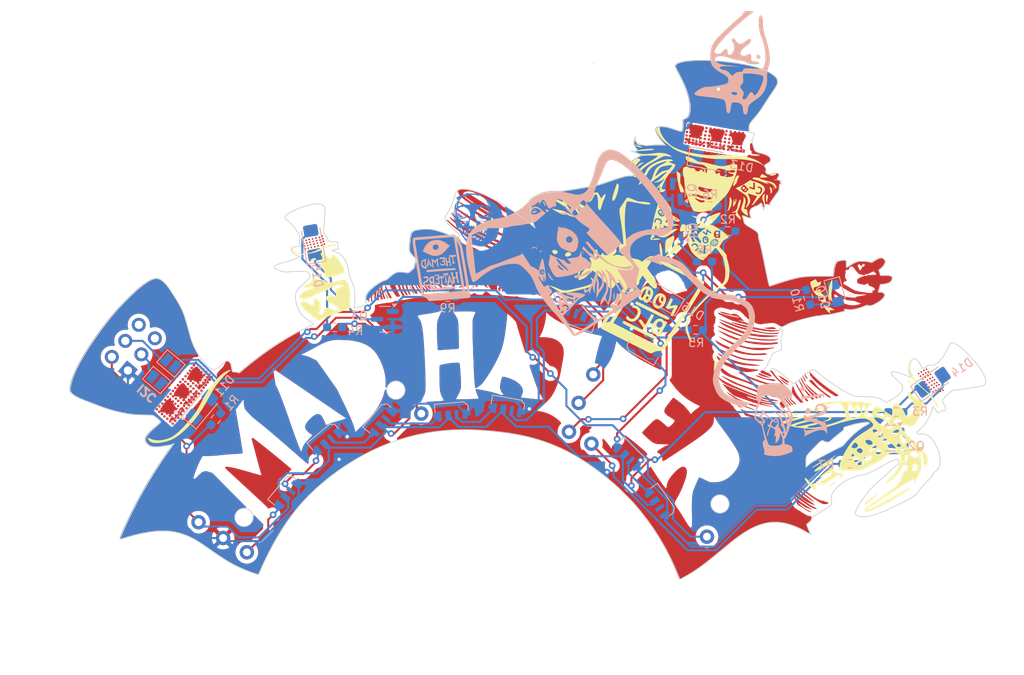
<source format=kicad_pcb>
(kicad_pcb (version 20240108) (generator "pcbnew") (generator_version "8.0")
  (layers (0 "F.Cu" signal) (31 "B.Cu" signal) (34 "B.Paste" user) (35 "F.Paste" user) (36 "B.SilkS" user "B.Silkscreen") (37 "F.SilkS" user "F.Silkscreen") (38 "B.Mask" user) (39 "F.Mask" user) (44 "Edge.Cuts" user))
  (net 0 "")
  (net 1 "+3V3")
  (net 2 "GND")
  (net 3 "U_LED_DATA")
  (net 4 "U_SAO_SCL")
  (net 5 "Net-(Q1-B)")
  (net 6 "Net-(D13-K)")
  (net 7 "Net-(Q2-B)")
  (net 8 "Net-(D14-K)")
  (net 9 "Net-(Q3-B)")
  (net 10 "Net-(D15-K)")
  (net 11 "Net-(Q4-B)")
  (net 12 "Net-(D10-A)")
  (net 13 "Net-(D11-A)")
  (net 14 "Net-(D13-A)")
  (net 15 "Net-(D14-A)")
  (net 16 "Net-(D15-A)")
  (net 17 "Net-(D16-A)")
  (net 18 "U_SAO_SDA")
  (net 19 "U_LED_1")
  (net 20 "U_LED_2")
  (net 21 "U_LED_3")
  (net 22 "U_LED_4")
  (net 25 "Net-(J2-Pin_3)")
  (net 26 "Net-(J2-Pin_4)")
  (net 27 "Net-(D1-DOUT)")
  (net 28 "Net-(D2-DOUT)")
  (net 29 "Net-(D3-DOUT)")
  (net 30 "Net-(D4-DOUT)")
  (net 31 "Net-(D5-DOUT)")
  (net 32 "Net-(D6-DOUT)")
  (net 33 "Net-(D7-DOUT)")
  (net 34 "Net-(D8-DOUT)")
  (net 36 "Net-(D10-K)")
  (footprint "mad_hatter_badge:mad_hatter_copper_spot" (layer "F.Cu") (at 173.71301 67.603441)
    (property "Reference" "REF**" (hide yes))
    (property "Value" "mad_hatter_copper_spot" (hide yes))
  )
  (footprint "mad_hatter_badge:mad_hatter_copper_spot_small" (layer "F.Cu") (at 200.28627 96.877339)
    (property "Reference" "REF**" (hide yes))
    (property "Value" "mad_hatter_copper_spot_small" (hide yes))
  )
  (footprint "mad_hatter_badge:mad_hatter_copper_spot" (layer "F.Cu") (at 111.394494 95.967674)
    (property "Reference" "REF**" (hide yes))
    (property "Value" "mad_hatter_copper_spot" (hide yes))
  )
  (footprint "mad_hatter_badge:mad_hatter_copper_spot_small" (layer "F.Cu") (at 199.841081 95.708393)
    (property "Reference" "REF**" (hide yes))
    (property "Value" "mad_hatter_copper_spot_small" (hide yes))
  )
  (footprint "mad_hatter_badge:mad_hatter_copper_spot" (layer "F.Cu") (at 108.762481 98.489502)
    (property "Reference" "REF**" (hide yes))
    (property "Value" "mad_hatter_copper_spot" (hide yes))
  )
  (footprint "mad_hatter_badge:mad_hatter_copper_spot_small" (layer "F.Cu") (at 125.596289 80.096453)
    (property "Reference" "REF**" (hide yes))
    (property "Value" "mad_hatter_copper_spot_small" (hide yes))
  )
  (footprint "mad_hatter_badge:mad_hatter_copper_spot" (layer "F.Cu") (at 110.224763 95.442429)
    (property "Reference" "REF**" (hide yes))
    (property "Value" "mad_hatter_copper_spot" (hide yes))
  )
  (footprint "mad_hatter_badge:mad_hatter_eye_v2" (layer "F.Cu") (at 168.776565 84.319192 6)
    (property "Reference" "REF**" (hide yes))
    (property "Value" "mad_hatter_eye_v2" (hide yes))
  )
  (footprint "PCM_kikit:Tab" (layer "F.Cu") (at 164.847742 112.738584 40)
    (property "Reference" "REF**" (hide yes))
    (property "Value" "Tab")
  )
  (footprint "mad_hatter_badge:mad_hatter_copper_spot" (layer "F.Cu") (at 109.634349 98.046179)
    (property "Reference" "REF**" (hide yes))
    (property "Value" "mad_hatter_copper_spot" (hide yes))
  )
  (footprint "mad_hatter_badge:mad_hatter_copper_spot_small" (layer "F.Cu") (at 199.964927 97.079112)
    (property "Reference" "REF**" (hide yes))
    (property "Value" "mad_hatter_copper_spot_small" (hide yes))
  )
  (footprint "mad_hatter_badge:mad_hatter_copper_spot_small" (layer "F.Cu") (at 125.174807 80.177163)
    (property "Reference" "REF**" (hide yes))
    (property "Value" "mad_hatter_copper_spot_small" (hide yes))
  )
  (footprint "mad_hatter_badge:mad_hatter_copper_spot" (layer "F.Cu") (at 107.093711 100.368264)
    (property "Reference" "REF**" (hide yes))
    (property "Value" "mad_hatter_copper_spot" (hide yes))
  )
  (footprint "mad_hatter_badge:mad_hatter_copper_spot_small" (layer "F.Cu") (at 199.028499 95.268334)
    (property "Reference" "REF**" (hide yes))
    (property "Value" "mad_hatter_copper_spot_small" (hide yes))
  )
  (footprint "mad_hatter_badge:mad_hatter_copper_spot" (layer "F.Cu") (at 110.571883 96.352503)
    (property "Reference" "REF**" (hide yes))
    (property "Value" "mad_hatter_copper_spot" (hide yes))
  )
  (footprint "mad_hatter_badge:mad_hatter_copper_spot" (layer "F.Cu") (at 111.553042 97.885662)
    (property "Reference" "REF**" (hide yes))
    (property "Value" "mad_hatter_copper_spot" (hide yes))
  )
  (footprint "mad_hatter_badge:mad_hatter_copper_spot" (layer "F.Cu") (at 170.807307 65.299333)
    (property "Reference" "REF**" (hide yes))
    (property "Value" "mad_hatter_copper_spot" (hide yes))
  )
  (footprint "mad_hatter_badge:mad_hatter_copper_spot" (layer "F.Cu") (at 111.095251 95.690597)
    (property "Reference" "REF**" (hide yes))
    (property "Value" "mad_hatter_copper_spot" (hide yes))
  )
  (footprint "mad_hatter_badge:mad_hatter_copper_spot" (layer "F.Cu") (at 108.429988 98.212425)
    (property "Reference" "REF**" (hide yes))
    (property "Value" "mad_hatter_copper_spot" (hide yes))
  )
  (footprint "mad_hatter_badge:mad_hatter_copper_spot" (layer "F.Cu") (at 111.879378 95.321161)
    (property "Reference" "REF**" (hide yes))
    (property "Value" "mad_hatter_copper_spot" (hide yes))
  )
  (footprint "mad_hatter_badge:mad_hatter_copper_spot" (layer "F.Cu") (at 174.688321 67.769687)
    (property "Reference" "REF**" (hide yes))
    (property "Value" "mad_hatter_copper_spot" (hide yes))
  )
  (footprint "mad_hatter_badge:mad_hatter_copper_spot" (layer "F.Cu") (at 176.836591 67.136105)
    (property "Reference" "REF**" (hide yes))
    (property "Value" "mad_hatter_copper_spot" (hide yes))
  )
  (footprint "mad_hatter_badge:mad_hatter_copper_spot" (layer "F.Cu") (at 109.947686 95.781079)
    (property "Reference" "REF**" (hide yes))
    (property "Value" "mad_hatter_copper_spot" (hide yes))
  )
  (footprint "mad_hatter_badge:mad_hatter_copper_spot" (layer "F.Cu") (at 176.790412 67.570192)
    (property "Reference" "REF**" (hide yes))
    (property "Value" "mad_hatter_copper_spot" (hide yes))
  )
  (footprint "mad_hatter_badge:mad_hatter_copper_spot" (layer "F.Cu") (at 173.430392 66.197738)
    (property "Reference" "REF**" (hide yes))
    (property "Value" "mad_hatter_copper_spot" (hide yes))
  )
  (footprint "mad_hatter_badge:mad_hatter_upper_board_connector" (layer "F.Cu") (at 141.361339 122.626714)
    (property "Reference" "J1" (hide yes))
    (property "Value" "Conn_01x09_Pin")
    (fp_circle (center -24.322387 -9.733684) (end -23.222387 -9.733684) (stroke (width 0.1)) (fill none) (layer "Edge.Cuts"))
    (fp_circle (center -5.931599 -25.149319) (end -4.831599 -25.149319) (stroke (width 0.1)) (fill none) (layer "Edge.Cuts"))
    (fp_circle (center 33.302801 -11.361414) (end 34.402801 -11.361414) (stroke (width 0.1)) (fill none) (layer "Edge.Cuts"))
  )
  (footprint "mad_hatter_badge:mad_hatter_copper_spot_small" (layer "F.Cu") (at 125.730804 79.038265)
    (property "Reference" "REF**" (hide yes))
    (property "Value" "mad_hatter_copper_spot_small" (hide yes))
  )
  (footprint "mad_hatter_badge:mad_hatter_copper_spot" (layer "F.Cu") (at 171.874353 66.855816)
    (property "Reference" "REF**" (hide yes))
    (property "Value" "mad_hatter_copper_spot" (hide yes))
  )
  (footprint "mad_hatter_badge:mad_hatter_copper_spot" (layer "F.Cu") (at 111.580135 95.044084)
    (property "Reference" "REF**" (hide yes))
    (property "Value" "mad_hatter_copper_spot" (hide yes))
  )
  (footprint "mad_hatter_badge:mad_hatter_copper_spot" (layer "F.Cu") (at 170.947427 67.106725)
    (property "Reference" "REF**" (hide yes))
    (property "Value" "mad_hatter_copper_spot" (hide yes))
  )
  (footprint "mad_hatter_badge:mad_hatter_copper_spot" (layer "F.Cu") (at 109.405299 99.043656)
    (property "Reference" "REF**" (hide yes))
    (property "Value" "mad_hatter_copper_spot" (hide yes))
  )
  (footprint "mad_hatter_badge:mad_hatter_copper_spot" (layer "F.Cu") (at 171.800465 67.299139)
    (property "Reference" "REF**" (hide yes))
    (property "Value" "mad_hatter_copper_spot" (hide yes))
  )
  (footprint "mad_hatter_badge:mad_hatter_copper_spot_small" (layer "F.Cu") (at 125.416935 79.459746)
    (property "Reference" "REF**" (hide yes))
    (property "Value" "mad_hatter_copper_spot_small" (hide yes))
  )
  (footprint "PCM_kikit:Tab" (layer "F.Cu") (at 99.621328 89.536943 -37)
    (property "Reference" "REF**" (hide yes))
    (property "Value" "Tab")
  )
  (footprint "mad_hatter_badge:mad_hatter_copper_spot" (layer "F.Cu") (at 170.724184 65.714948)
    (property "Reference" "REF**" (hide yes))
    (property "Value" "mad_hatter_copper_spot" (hide yes))
  )
  (footprint "mad_hatter_badge:mad_hatter_copper_spot_small" (layer "F.Cu") (at 201.159614 96.818407)
    (property "Reference" "REF**" (hide yes))
    (property "Value" "mad_hatter_copper_spot_small" (hide yes))
  )
  (footprint "mad_hatter_badge:mad_hatter_copper_spot" (layer "F.Cu") (at 176.269507 67.52586)
    (property "Reference" "REF**" (hide yes))
    (property "Value" "mad_hatter_copper_spot" (hide yes))
  )
  (footprint "mad_hatter_badge:mad_hatter_copper_spot_small" (layer "F.Cu") (at 200.216022 97.348143)
    (property "Reference" "REF**" (hide yes))
    (property "Value" "mad_hatter_copper_spot_small" (hide yes))
  )
  (footprint "mad_hatter_badge:mad_hatter_copper_spot" (layer "F.Cu") (at 110.516467 95.736776)
    (property "Reference" "REF**" (hide yes))
    (property "Value" "mad_hatter_copper_spot" (hide yes))
  )
  (footprint "mad_hatter_badge:mad_hatter_copper_spot" (layer "F.Cu") (at 109.3388 98.406379)
    (property "Reference" "REF**" (hide yes))
    (property "Value" "mad_hatter_copper_spot" (hide yes))
  )
  (footprint "mad_hatter_badge:mad_hatter_copper_spot" (layer "F.Cu") (at 171.920532 66.421729)
    (property "Reference" "REF**" (hide yes))
    (property "Value" "mad_hatter_copper_spot" (hide yes))
  )
  (footprint "mad_hatter_badge:mad_hatter_copper_spot" (layer "F.Cu") (at 177.14507 68.486393)
    (property "Reference" "REF**" (hide yes))
    (property "Value" "mad_hatter_copper_spot" (hide yes))
  )
  (footprint "mad_hatter_badge:mad_hatter_copper_spot" (layer "F.Cu") (at 176.716524 68.013515)
    (property "Reference" "REF**" (hide yes))
    (property "Value" "mad_hatter_copper_spot" (hide yes))
  )
  (footprint "mad_hatter_badge:mad_hatter_copper_spot" (layer "F.Cu") (at 171.49722 66.325522)
    (property "Reference" "REF**" (hide yes))
    (property "Value" "mad_hatter_copper_spot" (hide yes))
  )
  (footprint "mad_hatter_badge:mad_hatter_copper_spot" (layer "F.Cu") (at 171.141381 65.76752)
    (property "Reference" "REF**" (hide yes))
    (property "Value" "mad_hatter_copper_spot" (hide yes))
  )
  (footprint "mad_hatter_badge:mad_hatter_copper_spot_small" (layer "F.Cu") (at 125.327258 79.145877)
    (property "Reference" "REF**" (hide yes))
    (property "Value" "mad_hatter_copper_spot_small" (hide yes))
  )
  (footprint "mad_hatter_badge:mad_hatter_copper_spot" (layer "F.Cu") (at 112.876854 96.207807)
    (property "Reference" "REF**" (hide yes))
    (property "Value" "mad_hatter_copper_spot" (hide yes))
  )
  (footprint "mad_hatter_badge:mad_hatter_copper_spot" (layer "F.Cu") (at 177.30208 67.202603)
    (property "Reference" "REF**" (hide yes))
    (property "Value" "mad_hatter_copper_spot" (hide yes))
  )
  (footprint "mad_hatter_badge:mad_hatter_copper_spot_small" (layer "F.Cu") (at 200.320646 96.367675)
    (property "Reference" "REF**" (hide yes))
    (property "Value" "mad_hatter_copper_spot_small" (hide yes))
  )
  (footprint "mad_hatter_badge:mad_hatter_copper_spot" (layer "F.Cu") (at 109.682375 98.683456)
    (property "Reference" "REF**" (hide yes))
    (property "Value" "mad_hatter_copper_spot" (hide yes))
  )
  (footprint "mad_hatter_badge:mad_hatter_copper_spot" (layer "F.Cu") (at 110.701951 94.780523)
    (property "Reference" "REF**" (hide yes))
    (property "Value" "mad_hatter_copper_spot" (hide yes))
  )
  (footprint "mad_hatter_badge:mad_hatter_copper_spot" (layer "F.Cu") (at 172.856949 66.588489)
    (property "Reference" "REF**" (hide yes))
    (property "Value" "mad_hatter_copper_spot" (hide yes))
  )
  (footprint "mad_hatter_badge:mad_hatter_copper_spot" (layer "F.Cu") (at 110.762758 95.41352)
    (property "Reference" "REF**" (hide yes))
    (property "Value" "mad_hatter_copper_spot" (hide yes))
  )
  (footprint "mad_hatter_badge:mad_hatter_copper_spot" (layer "F.Cu") (at 174.651378 68.176067)
    (property "Reference" "REF**" (hide yes))
    (property "Value" "mad_hatter_copper_spot" (hide yes))
  )
  (footprint "mad_hatter_badge:mad_hatter_copper_spot_small" (layer "F.Cu") (at 124.636745 79.6391)
    (property "Reference" "REF**" (hide yes))
    (property "Value" "mad_hatter_copper_spot_small" (hide yes))
  )
  (footprint "mad_hatter_badge:mad_hatter_copper_spot" (layer "F.Cu") (at 175.28496 66.969859)
    (property "Reference" "REF**" (hide yes))
    (property "Value" "mad_hatter_copper_spot" (hide yes))
  )
  (footprint "mad_hatter_badge:mad_hatter_copper_spot" (layer "F.Cu") (at 174.477743 65.926203)
    (property "Reference" "REF**" (hide yes))
    (property "Value" "mad_hatter_copper_spot" (hide yes))
  )
  (footprint "mad_hatter_badge:mad_hatter_copper_spot" (layer "F.Cu") (at 173.990087 65.848621)
    (property "Reference" "REF**" (hide yes))
    (property "Value" "mad_hatter_copper_spot" (hide yes))
  )
  (footprint "mad_hatter_badge:mad_hatter_copper_spot" (layer "F.Cu") (at 171.451041 66.759609)
    (property "Reference" "REF**" (hide yes))
    (property "Value" "mad_hatter_copper_spot" (hide yes))
  )
  (footprint "mad_hatter_badge:mad_hatter_copper_spot" (layer "F.Cu") (at 175.663632 67.92485)
    (property "Reference" "REF**" (hide yes))
    (property "Value" "mad_hatter_copper_spot" (hide yes))
  )
  (footprint "mad_hatter_badge:mad_hatter_copper_spot_small" (layer "F.Cu") (at 199.775111 96.2496)
    (property "Reference" "REF**" (hide yes))
    (property "Value" "mad_hatter_copper_spot_small" (hide yes))
  )
  (footprint "mad_hatter_badge:mad_hatter_copper_spot" (layer "F.Cu") (at 110.555566 96.999016)
    (property "Reference" "REF**" (hide yes))
    (property "Value" "mad_hatter_copper_spot" (hide yes))
  )
  (footprint "mad_hatter_badge:mad_hatter_jupiter_sigil" (layer "F.Cu") (at 172.657085 67.14635 110)
    (property "Reference" "REF**" (hide yes))
    (property "Value" "mad_hatter_jupiter_sigil" (hide yes))
  )
  (footprint "mad_hatter_badge:mad_hatter_copper_spot_small" (layer "F.Cu") (at 201.109803 97.300316)
    (property "Reference" "REF**" (hide yes))
    (property "Value" "mad_hatter_copper_spot_small" (hide yes))
  )
  (footprint "mad_hatter_badge:mad_hatter_copper_spot" (layer "F.Cu") (at 173.513515 65.782123)
    (property "Reference" "REF**" (hide yes))
    (property "Value" "mad_hatter_copper_spot" (hide yes))
  )
  (footprint "mad_hatter_badge:mad_hatter_copper_spot" (layer "F.Cu") (at 111.807803 94.693458)
    (property "Reference" "REF**" (hide yes))
    (property "Value" "mad_hatter_copper_spot" (hide yes))
  )
  (footprint "mad_hatter_badge:mad_hatter_copper_spot" (layer "F.Cu") (at 171.021315 66.663402)
    (property "Reference" "REF**" (hide yes))
    (property "Value" "mad_hatter_copper_spot" (hide yes))
  )
  (footprint "mad_hatter_badge:mad_hatter_copper_spot_small" (layer "F.Cu") (at 200.141988 95.567257)
    (property "Reference" "REF**" (hide yes))
    (property "Value" "mad_hatter_copper_spot_small" (hide yes))
  )
  (footprint "mad_hatter_badge:mad_hatter_copper_spot_small" (layer "F.Cu") (at 126.762089 79.764648)
    (property "Reference" "REF**" (hide yes))
    (property "Value" "mad_hatter_copper_spot_small" (hide yes))
  )
  (footprint "mad_hatter_badge:mad_hatter_copper_spot" (layer "F.Cu") (at 110.871126 96.62958)
    (property "Reference" "REF**" (hide yes))
    (property "Value" "mad_hatter_copper_spot" (hide yes))
  )
  (footprint "mad_hatter_badge:mad_hatter_copper_spot_small" (layer "F.Cu") (at 125.999835 79.988841)
    (property "Reference" "REF**" (hide yes))
    (property "Value" "mad_hatter_copper_spot_small" (hide yes))
  )
  (footprint "mad_hatter_badge:mad_hatter_copper_spot" (layer "F.Cu") (at 106.469514 99.79684)
    (property "Reference" "REF**" (hide yes))
    (property "Value" "mad_hatter_copper_spot" (hide yes))
  )
  (footprint "mad_hatter_badge:mad_hatter_copper_spot_small" (layer "F.Cu") (at 200.621553 96.226539)
    (property "Reference" "REF**" (hide yes))
    (property "Value" "mad_hatter_copper_spot_small" (hide yes))
  )
  (footprint "mad_hatter_badge:mad_hatter_copper_spot" (layer "F.Cu") (at 108.10227 101.25491)
    (property "Reference" "REF**" (hide yes))
    (property "Value" "mad_hatter_copper_spot" (hide yes))
  )
  (footprint "mad_hatter_badge:mad_hatter_copper_spot" (layer "F.Cu") (at 109.335106 97.769102)
    (property "Reference" "REF**" (hide yes))
    (property "Value" "mad_hatter_copper_spot" (hide yes))
  )
  (footprint "mad_hatter_badge:mad_hatter_copper_spot_small" (layer "F.Cu") (at 126.143318 78.957556)
    (property "Reference" "REF**" (hide yes))
    (property "Value" "mad_hatter_copper_spot_small" (hide yes))
  )
  (footprint "mad_hatter_badge:mad_hatter_copper_spot" (layer "F.Cu") (at 109.420076 99.727112)
    (property "Reference" "REF**" (hide yes))
    (property "Value" "mad_hatter_copper_spot" (hide yes))
  )
  (footprint "mad_hatter_badge:mad_hatter_upper_board_edgecut_v2" (layer "F.Cu") (at 156.054006 83.828352)
    (property "Reference" "REF**" (hide yes))
    (property "Value" "mad_hatter_upper_board_edgecut_v2" (hide yes))
    (fp_poly (pts (xy 16.72917 -26.310365) (xy 17.237681 -26.295869) (xy 17.768626 -26.270266) (xy 18.319603 -26.2334) (xy 18.888208 -26.185117) (xy 19.154777 -26.159055) (xy 19.92221 -26.073263) (xy 20.639468 -25.977106) (xy 21.307491 -25.870308) (xy 21.927221 -25.752597) (xy 22.499597 -25.623697) (xy 23.025561 -25.483334) (xy 23.506053 -25.331234) (xy 23.942014 -25.167122) (xy 24.334385 -24.990725) (xy 24.684106 -24.801767) (xy 24.992119 -24.599974) (xy 25.259364 -24.385072) (xy 25.26999 -24.375501) (xy 25.405648 -24.236378) (xy 25.497566 -24.098778) (xy 25.551878 -23.949146) (xy 25.574716 -23.773925) (xy 25.576418 -23.698183) (xy 25.574692 -23.580048) (xy 25.56646 -23.493548) (xy 25.547144 -23.418251) (xy 25.512165 -23.333725) (xy 25.479396 -23.265253) (xy 25.429311 -23.171771) (xy 25.35737 -23.049281) (xy 25.271828 -22.911295) (xy 25.180942 -22.771325) (xy 25.145189 -22.718176) (xy 25.003974 -22.509535) (xy 24.849408 -22.279261) (xy 24.686597 -22.035105) (xy 24.520647 -21.784818) (xy 24.356665 -21.536149) (xy 24.199755 -21.296849) (xy 24.055024 -21.074668) (xy 23.927579 -20.877356) (xy 23.822524 -20.712665) (xy 23.791905 -20.664029) (xy 23.611525 -20.384066) (xy 23.436617 -20.130474) (xy 23.256107 -19.888445) (xy 23.058922 -19.643173) (xy 22.83399 -19.379852) (xy 22.817168 -19.360644) (xy 22.643077 -19.160017) (xy 22.501741 -18.991052) (xy 22.389845 -18.847817) (xy 22.304073 -18.724379) (xy 22.241107 -18.614804) (xy 22.197631 -18.513158) (xy 22.17033 -18.413508) (xy 22.155887 -18.309922) (xy 22.150986 -18.196466) (xy 22.15086 -18.168519) (xy 22.153053 -18.035688) (xy 22.158669 -17.895987) (xy 22.166552 -17.777146) (xy 22.167653 -17.765003) (xy 22.177787 -17.671778) (xy 22.189587 -17.619059) (xy 22.208384 -17.595382) (xy 22.239509 -17.58928) (xy 22.249414 -17.589157) (xy 22.312736 -17.582839) (xy 22.401173 -17.566167) (xy 22.502034 -17.542563) (xy 22.602628 -17.515449) (xy 22.690262 -17.488246) (xy 22.752245 -17.464378) (xy 22.775886 -17.447265) (xy 22.775887 -17.447204) (xy 22.767297 -17.389666) (xy 22.744252 -17.296226) (xy 22.710768 -17.179702) (xy 22.67086 -17.052911) (xy 22.628542 -16.92867) (xy 22.587832 -16.819796) (xy 22.556427 -16.746674) (xy 22.471266 -16.5685) (xy 22.63571 -15.978162) (xy 22.689591 -15.786628) (xy 22.732673 -15.639) (xy 22.767328 -15.528775) (xy 22.795931 -15.449447) (xy 22.820856 -15.394514) (xy 22.844476 -15.357472) (xy 22.869166 -15.331817) (xy 22.872697 -15.328883) (xy 22.970521 -15.261804) (xy 23.09274 -15.202241) (xy 23.249263 -15.145931) (xy 23.401136 -15.101636) (xy 23.618973 -15.041958) (xy 23.794016 -14.992454) (xy 23.933994 -14.950557) (xy 24.046634 -14.913696) (xy 24.139663 -14.879305) (xy 24.220808 -14.844815) (xy 24.297797 -14.807658) (xy 24.320074 -14.796212) (xy 24.504702 -14.682721) (xy 24.638092 -14.560574) (xy 24.720426 -14.429509) (xy 24.751888 -14.289263) (xy 24.74428 -14.188313) (xy 24.714911 -14.103328) (xy 24.656399 -14.023879) (xy 24.562667 -13.94421) (xy 24.427641 -13.858564) (xy 24.352008 -13.816657) (xy 24.236258 -13.751701) (xy 24.157053 -13.69879) (xy 24.103233 -13.649029) (xy 24.063634 -13.59352) (xy 24.05657 -13.581181) (xy 23.995593 -13.471571) (xy 24.087662 -13.369662) (xy 24.147619 -13.288081) (xy 24.189139 -13.203202) (xy 24.197437 -13.173369) (xy 24.205066 -13.117393) (xy 24.205322 -13.057244) (xy 24.197094 -12.979576) (xy 24.17927 -12.871043) (xy 24.166446 -12.801206) (xy 24.167424 -12.722008) (xy 24.206524 -12.653807) (xy 24.289106 -12.589456) (xy 24.35101 -12.555144) (xy 24.419403 -12.526174) (xy 24.489815 -12.513076) (xy 24.582273 -12.513178) (xy 24.637574 -12.516911) (xy 24.764697 -12.533546) (xy 24.902105 -12.56148) (xy 24.990264 -12.585606) (xy 25.193793 -12.638867) (xy 25.372653 -12.66168) (xy 25.523098 -12.65488) (xy 25.641382 -12.619304) (xy 25.723758 -12.555786) (xy 25.76648 -12.465162) (xy 25.771803 -12.411296) (xy 25.753653 -12.310394) (xy 25.695908 -12.198002) (xy 25.687136 -12.184682) (xy 25.617423 -12.079989) (xy 25.572537 -12.009305) (xy 25.547979 -11.963576) (xy 25.539246 -11.933745) (xy 25.54184 -11.910758) (xy 25.545615 -11.899941) (xy 25.582668 -11.85893) (xy 25.653487 -11.816123) (xy 25.740667 -11.779533) (xy 25.826802 -11.757173) (xy 25.862982 -11.753843) (xy 25.949351 -11.744718) (xy 25.988968 -11.717242) (xy 25.985245 -11.66713) (xy 25.964698 -11.626215) (xy 25.916668 -11.544906) (xy 26.013569 -11.465032) (xy 26.070253 -11.414618) (xy 26.105144 -11.376477) (xy 26.11047 -11.365758) (xy 26.087189 -11.350829) (xy 26.027336 -11.333154) (xy 25.9737 -11.322065) (xy 25.836931 -11.297772) (xy 25.820098 -10.998183) (xy 25.801287 -10.782093) (xy 25.771057 -10.612239) (xy 25.728118 -10.483752) (xy 25.67118 -10.391758) (xy 25.65484 -10.374122) (xy 25.619846 -10.332653) (xy 25.560512 -10.254986) (xy 25.481715 -10.148061) (xy 25.388336 -10.01882) (xy 25.285253 -9.874203) (xy 25.177344 -9.72115) (xy 25.069488 -9.566602) (xy 24.966564 -9.417499) (xy 24.873451 -9.280782) (xy 24.795027 -9.163392) (xy 24.736171 -9.072269) (xy 24.712695 -9.0338) (xy 24.665024 -8.947073) (xy 24.644901 -8.893664) (xy 24.64945 -8.86459) (xy 24.65657 -8.858353) (xy 24.698686 -8.838549) (xy 24.710213 -8.836325) (xy 24.729227 -8.815878) (xy 24.729752 -8.809875) (xy 24.706917 -8.789487) (xy 24.646058 -8.784359) (xy 24.558638 -8.793462) (xy 24.456124 -8.815763) (xy 24.37206 -8.842017) (xy 24.289495 -8.869717) (xy 24.229373 -8.879819) (xy 24.184495 -8.866304) (xy 24.14766 -8.82315) (xy 24.111669 -8.744337) (xy 24.069323 -8.623846) (xy 24.053224 -8.575413) (xy 23.996865 -8.415482) (xy 23.94968 -8.304531) (xy 23.910566 -8.240462) (xy 23.878422 -8.221176) (xy 23.868915 -8.224428) (xy 23.852465 -8.258319) (xy 23.843935 -8.322048) (xy 23.843623 -8.335977) (xy 23.834445 -8.446671) (xy 23.810274 -8.570256) (xy 23.774946 -8.696328) (xy 23.732295 -8.814488) (xy 23.686156 -8.914334) (xy 23.640363 -8.985465) (xy 23.598752 -9.017479) (xy 23.592068 -9.018285) (xy 23.551692 -8.999655) (xy 23.495525 -8.952066) (xy 23.461561 -8.915646) (xy 23.35251 -8.81933) (xy 23.204593 -8.734301) (xy 23.030876 -8.667595) (xy 22.969921 -8.650755) (xy 22.889083 -8.622218) (xy 22.783007 -8.573435) (xy 22.669823 -8.513037) (xy 22.624495 -8.486264) (xy 22.522151 -8.422048) (xy 22.452532 -8.370925) (xy 22.403191 -8.320022) (xy 22.361682 -8.256465) (xy 22.315557 -8.167383) (xy 22.314905 -8.166065) (xy 22.267898 -8.067073) (xy 22.241232 -7.993126) (xy 22.230475 -7.923433) (xy 22.2312 -7.837202) (xy 22.234128 -7.786897) (xy 22.250239 -7.66569) (xy 22.280547 -7.542954) (xy 22.320406 -7.431106) (xy 22.365167 -7.342563) (xy 22.410185 -7.289743) (xy 22.422769 -7.282824) (xy 22.45572 -7.261247) (xy 22.442049 -7.242477) (xy 22.387232 -7.228584) (xy 22.296745 -7.221638) (xy 22.259855 -7.221223) (xy 22.15614 -7.226238) (xy 22.06095 -7.243839) (xy 21.954159 -7.278804) (xy 21.864111 -7.315162) (xy 21.686255 -7.389779) (xy 21.551543 -7.443878) (xy 21.455193 -7.477378) (xy 21.392418 -7.490194) (xy 21.358435 -7.482242) (xy 21.34846 -7.45344) (xy 21.357709 -7.403704) (xy 21.381397 -7.332949) (xy 21.390866 -7.306894) (xy 21.419467 -7.217757) (xy 21.453443 -7.095493) (xy 21.48799 -6.958073) (xy 21.511352 -6.856029) (xy 21.539772 -6.728056) (xy 21.562851 -6.638954) (xy 21.586255 -6.576664) (xy 21.615648 -6.529131) (xy 21.656697 -6.484297) (xy 21.708789 -6.435832) (xy 21.78524 -6.374027) (xy 21.892618 -6.297633) (xy 22.016018 -6.216846) (xy 22.127666 -6.149268) (xy 22.373018 -6.005772) (xy 22.576867 -5.882845) (xy 22.743921 -5.776983) (xy 22.878886 -5.684682) (xy 22.986467 -5.602438) (xy 23.071371 -5.526747) (xy 23.138303 -5.454104) (xy 23.19197 -5.381006) (xy 23.21912 -5.33659) (xy 23.260303 -5.257659) (xy 23.283784 -5.187093) (xy 23.294324 -5.104208) (xy 23.296687 -4.999737) (xy 23.299992 -4.909601) (xy 23.310943 -4.812658) (xy 23.331417 -4.698945) (xy 23.363291 -4.558501) (xy 23.408445 -4.381365) (xy 23.425035 -4.318929) (xy 23.477967 -4.118613) (xy 23.528188 -3.922805) (xy 23.576924 -3.725968) (xy 23.6254 -3.522561) (xy 23.674841 -3.307046) (xy 23.726473 -3.073882) (xy 23.781521 -2.817531) (xy 23.841211 -2.532453) (xy 23.906768 -2.213108) (xy 23.979419 -1.853958) (xy 24.060387 -1.449463) (xy 24.065396 -1.424336) (xy 24.160426 -0.952316) (xy 24.24798 -0.527367) (xy 24.327917 -0.150127) (xy 24.400094 0.178765) (xy 24.464367 0.45867) (xy 24.520595 0.688947) (xy 24.568634 0.86896) (xy 24.600951 0.975972) (xy 24.627658 1.057716) (xy 25.310448 0.828174) (xy 25.730458 0.689205) (xy 26.139978 0.558058) (xy 26.531489 0.43701) (xy 26.89747 0.32834) (xy 27.230401 0.234329) (xy 27.522761 0.157253) (xy 27.533578 0.154536) (xy 27.761726 0.098235) (xy 27.969698 0.049348) (xy 28.163171 0.007357) (xy 28.34782 -0.028256) (xy 28.529321 -0.058009) (xy 28.713348 -0.082419) (xy 28.905577 -0.102004) (xy 29.111683 -0.117283) (xy 29.337343 -0.128773) (xy 29.58823 -0.136991) (xy 29.870021 -0.142457) (xy 30.188391 -0.145687) (xy 30.549016 -0.147199) (xy 30.843945 -0.147517) (xy 31.162846 -0.147617) (xy 31.433623 -0.147871) (xy 31.660256 -0.148413) (xy 31.846724 -0.149381) (xy 31.997005 -0.15091) (xy 32.11508 -0.153137) (xy 32.204926 -0.156198) (xy 32.270523 -0.16023) (xy 32.315851 -0.165368) (xy 32.344888 -0.17175) (xy 32.361613 -0.17951) (xy 32.370006 -0.188787) (xy 32.374045 -0.199715) (xy 32.374102 -0.199926) (xy 32.382736 -0.257401) (xy 32.387883 -0.340349) (xy 32.388473 -0.374438) (xy 32.394075 -0.489449) (xy 32.408882 -0.639795) (xy 32.430699 -0.809974) (xy 32.457327 -0.98448) (xy 32.486572 -1.14781) (xy 32.516237 -1.28446) (xy 32.518877 -1.295018) (xy 32.580864 -1.495771) (xy 32.657654 -1.674089) (xy 32.744032 -1.819233) (xy 32.813123 -1.900981) (xy 32.864957 -1.944824) (xy 32.923587 -1.977334) (xy 33.00298 -2.00422) (xy 33.117101 -2.031194) (xy 33.146803 -2.037408) (xy 33.288803 -2.061432) (xy 33.438678 -2.07791) (xy 33.584469 -2.086444) (xy 33.714216 -2.086634) (xy 33.815961 -2.078084) (xy 33.875464 -2.061676) (xy 33.894776 -2.047632) (xy 33.908429 -2.024085) (xy 33.917393 -1.982849) (xy 33.922636 -1.915736) (xy 33.925128 -1.814558) (xy 33.92584 -1.671129) (xy 33.925854 -1.636172) (xy 33.926756 -1.497326) (xy 33.929241 -1.377594) (xy 33.932982 -1.286331) (xy 33.937649 -1.232892) (xy 33.940365 -1.223124) (xy 33.966106 -1.231399) (xy 34.027701 -1.263702) (xy 34.117368 -1.315591) (xy 34.227323 -1.382628) (xy 34.29832 -1.427333) (xy 34.578539 -1.598669) (xy 34.829737 -1.737498) (xy 35.049455 -1.842571) (xy 35.235232 -1.912639) (xy 35.280521 -1.925733) (xy 35.439545 -1.955134) (xy 35.636207 -1.971335) (xy 35.857926 -1.97501) (xy 36.09212 -1.966836) (xy 36.326207 -1.947489) (xy 36.547604 -1.917644) (xy 36.743731 -1.877977) (xy 36.872285 -1.840227) (xy 36.982941 -1.801185) (xy 37.344344 -2.035718) (xy 37.574105 -2.176465) (xy 37.772962 -2.27922) (xy 37.944877 -2.344709) (xy 38.09381 -2.373659) (xy 38.223721 -2.366797) (xy 38.33857 -2.32485) (xy 38.442317 -2.248545) (xy 38.452195 -2.239091) (xy 38.523949 -2.163607) (xy 38.587174 -2.088039) (xy 38.616293 -2.047096) (xy 38.643253 -1.998619) (xy 38.653327 -1.955512) (xy 38.647313 -1.899224) (xy 38.626383 -1.812634) (xy 38.544342 -1.599544) (xy 38.411577 -1.39388) (xy 38.22911 -1.197007) (xy 38.058104 -1.054316) (xy 37.978836 -0.994173) (xy 37.915237 -0.945364) (xy 37.879306 -0.917111) (xy 37.876864 -0.915059) (xy 37.874427 -0.883121) (xy 37.888233 -0.816415) (xy 37.915343 -0.72862) (xy 37.919329 -0.717377) (xy 37.958129 -0.600979) (xy 37.994264 -0.478443) (xy 38.016328 -0.391471) (xy 38.049052 -0.244349) (xy 38.573043 -0.247927) (xy 38.753739 -0.248783) (xy 38.891116 -0.248067) (xy 38.99395 -0.245061) (xy 39.071016 -0.239045) (xy 39.131091 -0.2293) (xy 39.18295 -0.215106) (xy 39.23537 -0.195744) (xy 39.241977 -0.193095) (xy 39.332407 -0.151315) (xy 39.41102 -0.105901) (xy 39.446742 -0.078953) (xy 39.482256 -0.038427) (xy 39.496131 0.007246) (xy 39.492909 0.077943) (xy 39.489271 0.107129) (xy 39.454363 0.259617) (xy 39.390811 0.39014) (xy 39.295004 0.501057) (xy 39.163332 0.594733) (xy 38.992186 0.673528) (xy 38.777955 0.739804) (xy 38.517029 0.795925) (xy 38.407953 0.814584) (xy 38.270637 0.833568) (xy 38.1832 0.838163) (xy 38.145739 0.828364) (xy 38.145358 0.827798) (xy 38.11072 0.812667) (xy 38.088281 0.816898) (xy 38.060251 0.852335) (xy 38.028199 0.937382) (xy 37.99296 1.069773) (xy 37.98946 1.084806) (xy 37.953905 1.226217) (xy 37.91073 1.379309) (xy 37.867769 1.516705) (xy 37.856386 1.549937) (xy 37.822559 1.64787) (xy 37.796671 1.726361) (xy 37.782756 1.773035) (xy 37.781444 1.77996) (xy 37.805006 1.786225) (xy 37.866606 1.785824) (xy 37.947795 1.779329) (xy 38.131754 1.777868) (xy 38.293111 1.813306) (xy 38.424408 1.883447) (xy 38.481686 1.93668) (xy 38.550793 2.028996) (xy 38.578583 2.111157) (xy 38.567246 2.200186) (xy 38.527806 2.295357) (xy 38.43322 2.443412) (xy 38.29206 2.599639) (xy 38.10856 2.760664) (xy 37.886955 2.923113) (xy 37.631478 3.083615) (xy 37.346364 3.238795) (xy 37.338572 3.24274) (xy 37.168441 3.32309) (xy 37.023969 3.375663) (xy 36.888718 3.403379) (xy 36.746249 3.409158) (xy 36.580122 3.395923) (xy 36.519825 3.388222) (xy 36.432757 3.37758) (xy 36.367768 3.375925) (xy 36.308102 3.386457) (xy 36.237003 3.412378) (xy 36.137714 3.456886) (xy 36.121785 3.46424) (xy 35.898443 3.558036) (xy 35.641939 3.650148) (xy 35.371032 3.734563) (xy 35.104481 3.805271) (xy 34.95203 3.839105) (xy 34.578925 3.892307) (xy 34.21957 3.898568) (xy 33.913792 3.864373) (xy 33.81617 3.848543) (xy 33.740112 3.839147) (xy 33.698551 3.837685) (xy 33.694807 3.83895) (xy 33.696407 3.86787) (xy 33.71399 3.92715) (xy 33.724866 3.956382) (xy 33.748376 4.028279) (xy 33.746567 4.06473) (xy 33.73544 4.07303) (xy 33.703721 4.081049) (xy 33.627022 4.099163) (xy 33.511193 4.126028) (xy 33.362088 4.160299) (xy 33.185555 4.200631) (xy 32.987448 4.24568) (xy 32.773616 4.294101) (xy 32.766572 4.295693) (xy 32.512223 4.352818) (xy 32.301464 4.399173) (xy 32.127193 4.436023) (xy 31.982305 4.464633) (xy 31.859699 4.486266) (xy 31.75227 4.502188) (xy 31.652916 4.513663) (xy 31.554532 4.521956) (xy 31.464008 4.527577) (xy 31.316766 4.538034) (xy 31.174667 4.55236) (xy 31.052589 4.568785) (xy 30.965409 4.585536) (xy 30.956008 4.588039) (xy 30.862936 4.608455) (xy 30.739741 4.627592) (xy 30.608368 4.642215) (xy 30.565239 4.645619) (xy 30.388509 4.664569) (xy 30.1683 4.699351) (xy 29.910304 4.748582) (xy 29.620219 4.810876) (xy 29.303739 4.884849) (xy 28.966558 4.969116) (xy 28.614373 5.062293) (xy 28.252877 5.162995) (xy 27.887768 5.269837) (xy 27.524738 5.381435) (xy 27.478162 5.396166) (xy 27.332595 5.443546) (xy 27.20468 5.488533) (xy 27.084456 5.535548) (xy 26.961962 5.589009) (xy 26.827237 5.653338) (xy 26.67032 5.732955) (xy 26.481249 5.83228) (xy 26.410359 5.869999) (xy 26.275638 5.940033) (xy 26.14314 6.005756) (xy 26.026218 6.060746) (xy 25.938226 6.098585) (xy 25.922338 6.104603) (xy 25.772684 6.158791) (xy 25.926264 6.231729) (xy 26.050789 6.297943) (xy 26.131966 6.361309) (xy 26.177206 6.430732) (xy 26.193921 6.515115) (xy 26.194314 6.553767) (xy 26.187102 6.62582) (xy 26.169666 6.734548) (xy 26.144495 6.866102) (xy 26.11408 7.006629) (xy 26.108827 7.029305) (xy 26.043369 7.368223) (xy 26.013256 7.679439) (xy 26.017913 7.972996) (xy 26.042919 8.181793) (xy 26.061633 8.31328) (xy 26.075961 8.446466) (xy 26.08368 8.559275) (xy 26.084418 8.59343) (xy 26.085499 8.64382) (xy 26.085179 8.683483) (xy 26.078113 8.715843) (xy 26.058958 8.744322) (xy 26.022369 8.772343) (xy 25.963002 8.803328) (xy 25.875512 8.840702) (xy 25.754556 8.887886) (xy 25.594789 8.948303) (xy 25.437777 9.007579) (xy 24.98652 9.178535) (xy 24.836731 9.543253) (xy 24.733208 9.786663) (xy 24.622456 10.031606) (xy 24.50823 10.270816) (xy 24.394283 10.497026) (xy 24.28437 10.702968) (xy 24.182244 10.881376) (xy 24.09166 11.024983) (xy 24.022849 11.118779) (xy 23.97755 11.179677) (xy 23.951057 11.226723) (xy 23.948213 11.237981) (xy 23.970939 11.282234) (xy 24.031106 11.336369) (xy 24.116698 11.393876) (xy 24.215701 11.448244) (xy 24.316098 11.492965) (xy 24.405874 11.521527) (xy 24.473013 11.527421) (xy 24.47992 11.526067) (xy 24.531148 11.49406) (xy 24.591796 11.427827) (xy 24.6252 11.380409) (xy 24.689933 11.293132) (xy 24.775119 11.195799) (xy 24.851078 11.120146) (xy 24.993434 10.99004) (xy 25.179919 11.083953) (xy 25.466129 11.242565) (xy 25.774444 11.440195) (xy 26.098668 11.672116) (xy 26.432604 11.933601) (xy 26.770056 12.219922) (xy 27.104826 12.526351) (xy 27.234408 12.651352) (xy 27.350594 12.761827) (xy 27.435482 12.83473) (xy 27.491644 12.872078) (xy 27.520972 12.876327) (xy 27.561052 12.848385) (xy 27.63616 12.792125) (xy 27.740753 12.711918) (xy 27.869288 12.612137) (xy 28.016223 12.497156) (xy 28.176015 12.371345) (xy 28.34312 12.239078) (xy 28.511997 12.104726) (xy 28.677102 11.972663) (xy 28.832892 11.84726) (xy 28.973826 11.73289) (xy 29.060263 11.662073) (xy 29.238699 11.516817) (xy 29.384617 11.402737) (xy 29.504298 11.316235) (xy 29.604021 11.25371) (xy 29.690069 11.211565) (xy 29.76872 11.186199) (xy 29.846255 11.174013) (xy 29.916561 11.17133) (xy 29.970947 11.174138) (xy 30.022143 11.185319) (xy 30.076763 11.209194) (xy 30.14142 11.250083) (xy 30.222728 11.31231) (xy 30.3273 11.400194) (xy 30.46175 11.518058) (xy 30.502366 11.554102) (xy 30.677085 11.70388) (xy 30.888345 11.87585) (xy 31.128625 12.064406) (xy 31.3904 12.263938) (xy 31.666147 12.468839) (xy 31.948343 12.673502) (xy 32.229464 12.872317) (xy 32.501987 13.059678) (xy 32.695447 13.188806) (xy 32.942089 13.347184) (xy 33.203818 13.508393) (xy 33.469541 13.666) (xy 33.72817 13.81357) (xy 33.968611 13.944671) (xy 34.179775 14.052869) (xy 34.212418 14.068742) (xy 34.389807 14.152485) (xy 34.54818 14.222243) (xy 34.694948 14.279445) (xy 34.83752 14.325523) (xy 34.983305 14.361907) (xy 35.139714 14.390027) (xy 35.314155 14.411313) (xy 35.514038 14.427196) (xy 35.746773 14.439106) (xy 36.019769 14.448473) (xy 36.205341 14.453451) (xy 36.513445 14.462132) (xy 36.774571 14.471741) (xy 36.993843 14.482713) (xy 37.176384 14.495482) (xy 37.327317 14.510481) (xy 37.451765 14.528144) (xy 37.55485 14.548905) (xy 37.641696 14.573198) (xy 37.64928 14.575702) (xy 37.848178 14.647523) (xy 38.045319 14.728278) (xy 38.231689 14.813524) (xy 38.398273 14.89882) (xy 38.536054 14.979723) (xy 38.636018 15.05179) (xy 38.660158 15.073857) (xy 38.747392 15.161092) (xy 39.299956 14.843791) (xy 39.534742 14.706716) (xy 39.730821 14.586561) (xy 39.896339 14.47745) (xy 40.039438 14.373506) (xy 40.168264 14.268852) (xy 40.290961 14.157613) (xy 40.399598 14.050357) (xy 40.55153 13.87783) (xy 40.656699 13.715806) (xy 40.717941 13.558827) (xy 40.738091 13.401435) (xy 40.738095 13.398843) (xy 40.726194 13.272154) (xy 40.688466 13.14568) (xy 40.621698 13.014787) (xy 40.522675 12.874844) (xy 40.388183 12.721218) (xy 40.21501 12.549276) (xy 40.03488 12.385159) (xy 39.811265 12.180857) (xy 39.63173 12.002428) (xy 39.495648 11.848983) (xy 39.402394 11.719635) (xy 39.351343 11.613495) (xy 39.341869 11.529674) (xy 39.373346 11.467286) (xy 39.382576 11.45887) (xy 39.462583 11.423514) (xy 39.585195 11.412789) (xy 39.747505 11.42596) (xy 39.946607 11.462292) (xy 40.179595 11.521053) (xy 40.443562 11.601507) (xy 40.735601 11.70292) (xy 41.052806 11.824558) (xy 41.392271 11.965687) (xy 41.3973 11.967855) (xy 41.516676 12.018719) (xy 41.617455 12.060486) (xy 41.690784 12.089576) (xy 41.727811 12.102411) (xy 41.730498 12.102577) (xy 41.724477 12.077346) (xy 41.702606 12.017939) (xy 41.674288 11.948426) (xy 41.637095 11.852149) (xy 41.594109 11.728647) (xy 41.553261 11.600955) (xy 41.544197 11.570683) (xy 41.511135 11.450549) (xy 41.492639 11.354677) (xy 41.486282 11.26052) (xy 41.489641 11.145527) (xy 41.492852 11.093305) (xy 41.520773 10.786595) (xy 41.561627 10.528127) (xy 41.616738 10.315349) (xy 41.68743 10.14571) (xy 41.775029 10.016658) (xy 41.880857 9.925642) (xy 42.00624 9.870111) (xy 42.139057 9.848228) (xy 42.23395 9.845132) (xy 42.299133 9.854097) (xy 42.356602 9.88077) (xy 42.410912 9.918) (xy 42.516582 10.015751) (xy 42.633824 10.163161) (xy 42.76196 10.359246) (xy 42.900309 10.603022) (xy 42.953079 10.703418) (xy 43.035911 10.858286) (xy 43.10005 10.965462) (xy 43.145979 11.025697) (xy 43.170251 11.040593) (xy 43.226949 11.024291) (xy 43.318353 10.978688) (xy 43.438577 10.907154) (xy 43.581738 10.813054) (xy 43.647218 10.767664) (xy 43.832459 10.637407) (xy 44.1264 10.645418) (xy 44.25711 10.648107) (xy 44.349529 10.646439) (xy 44.417415 10.63844) (xy 44.474525 10.622134) (xy 44.534617 10.595549) (xy 44.5592 10.583298) (xy 44.809304 10.431675) (xy 45.058491 10.230899) (xy 45.303959 9.983884) (xy 45.542906 9.693546) (xy 45.77253 9.3628) (xy 45.846766 9.243664) (xy 45.904546 9.143315) (xy 45.97836 9.007404) (xy 46.062137 8.847548) (xy 46.149806 8.675365) (xy 46.235296 8.502472) (xy 46.250722 8.470646) (xy 46.353187 8.262845) (xy 46.436654 8.10307) (xy 46.501059 7.991436) (xy 46.546339 7.928055) (xy 46.5625 7.914099) (xy 46.660118 7.890327) (xy 46.787671 7.90524) (xy 46.942385 7.956967) (xy 47.121485 8.043639) (xy 47.322198 8.163384) (xy 47.54175 8.314331) (xy 47.777365 8.494611) (xy 48.02627 8.702351) (xy 48.28569 8.935683) (xy 48.552851 9.192734) (xy 48.739081 9.381734) (xy 49.123994 9.792733) (xy 49.470781 10.187982) (xy 49.778672 10.56627) (xy 50.0469 10.926385) (xy 50.274695 11.267118) (xy 50.461288 11.587257) (xy 50.605911 11.885591) (xy 50.707795 12.160908) (xy 50.76617 12.411999) (xy 50.781034 12.597996) (xy 50.767075 12.757317) (xy 50.722105 12.882061) (xy 50.641482 12.982592) (xy 50.590006 13.024384) (xy 50.532967 13.061915) (xy 50.469625 13.094351) (xy 50.393251 13.123444) (xy 50.297116 13.150942) (xy 50.174492 13.178595) (xy 50.018649 13.208154) (xy 49.822858 13.241369) (xy 49.647803 13.269407) (xy 49.446599 13.301727) (xy 49.230811 13.337418) (xy 49.016887 13.373691) (xy 48.821273 13.407757) (xy 48.660415 13.436827) (xy 48.657854 13.437303) (xy 48.439853 13.477232) (xy 48.25942 13.508384) (xy 48.103088 13.532476) (xy 47.95739 13.551221) (xy 47.808859 13.566336) (xy 47.644028 13.579537) (xy 47.44943 13.592538) (xy 47.429208 13.593806) (xy 47.271316 13.605418) (xy 47.121985 13.619582) (xy 46.993087 13.634938) (xy 46.896494 13.650127) (xy 46.85608 13.659437) (xy 46.742945 13.710746) (xy 46.601832 13.805136) (xy 46.433328 13.942117) (xy 46.23802 14.121197) (xy 46.016495 14.341883) (xy 45.913902 14.448839) (xy 45.540618 14.842693) (xy 45.571195 14.993486) (xy 45.602786 15.104537) (xy 45.650313 15.224397) (xy 45.681844 15.287561) (xy 45.771136 15.449169) (xy 45.837105 15.574023) (xy 45.883113 15.670121) (xy 45.912523 15.745459) (xy 45.928694 15.808036) (xy 45.934988 15.865848) (xy 45.935495 15.891061) (xy 45.928875 15.981952) (xy 45.903911 16.044457) (xy 45.869836 16.085024) (xy 45.828613 16.1205) (xy 45.784113 16.139364) (xy 45.719667 16.145695) (xy 45.628862 16.143971) (xy 45.548761 16.142375) (xy 45.485113 16.147551) (xy 45.423861 16.163758) (xy 45.350944 16.19526) (xy 45.252305 16.246317) (xy 45.202344 16.273253) (xy 44.951142 16.409247) (xy 44.855027 16.234387) (xy 44.788975 16.121507) (xy 44.715293 16.007383) (xy 44.63952 15.899185) (xy 44.567198 15.804083) (xy 44.503865 15.72925) (xy 44.455061 15.681856) (xy 44.426325 15.669072) (xy 44.422082 15.673965) (xy 44.408171 15.715224) (xy 44.382145 15.794257) (xy 44.347877 15.899247) (xy 44.313652 16.004738) (xy 44.160057 16.419889) (xy 43.966747 16.843917) (xy 43.740814 17.262811) (xy 43.489347 17.662559) (xy 43.434572 17.741888) (xy 43.320395 17.892337) (xy 43.184858 18.051549) (xy 43.038895 18.208088) (xy 42.893442 18.350516) (xy 42.759434 18.467399) (xy 42.692111 18.518385) (xy 42.611051 18.585272) (xy 42.541616 18.659671) (xy 42.51122 18.704035) (xy 42.480518 18.767098) (xy 42.475454 18.808281) (xy 42.494966 18.850444) (xy 42.503785 18.864162) (xy 42.560433 18.924778) (xy 42.639827 18.96193) (xy 42.749291 18.977048) (xy 42.896151 18.971565) (xy 42.995582 18.960278) (xy 43.120409 18.945201) (xy 43.211343 18.939365) (xy 43.285852 18.943258) (xy 43.361405 18.957368) (xy 43.418785 18.972096) (xy 43.641684 19.057972) (xy 43.863109 19.193142) (xy 44.080417 19.374809) (xy 44.290965 19.600178) (xy 44.492108 19.866454) (xy 44.681205 20.17084) (xy 44.838158 20.473484) (xy 45.007035 20.863414) (xy 45.133201 21.236266) (xy 45.219055 21.601029) (xy 45.267 21.966694) (xy 45.276015 22.113206) (xy 45.277551 22.407893) (xy 45.253715 22.661265) (xy 45.202481 22.87859) (xy 45.12182 23.065132) (xy 45.009706 23.226158) (xy 44.86411 23.366934) (xy 44.765093 23.440318) (xy 44.647657 23.529467) (xy 44.541561 23.627257) (xy 44.456023 23.723746) (xy 44.40026 23.808989) (xy 44.384974 23.85038) (xy 44.368833 23.910675) (xy 44.343558 23.97098) (xy 44.305118 24.036283) (xy 44.249476 24.111571) (xy 44.1726 24.201833) (xy 44.070455 24.312057) (xy 43.939008 24.447231) (xy 43.774224 24.612342) (xy 43.74641 24.639971) (xy 43.54819 24.838212) (xy 43.382037 25.008322) (xy 43.241734 25.15751) (xy 43.121062 25.292984) (xy 43.013803 25.421953) (xy 42.913741 25.551626) (xy 42.814655 25.68921) (xy 42.712734 25.83833) (xy 42.624935 25.964327) (xy 42.53613 26.079884) (xy 42.442382 26.187707) (xy 42.339753 26.290498) (xy 42.224306 26.390962) (xy 42.092106 26.491805) (xy 41.939214 26.595729) (xy 41.761695 26.70544) (xy 41.555611 26.823642) (xy 41.317026 26.953039) (xy 41.042002 27.096335) (xy 40.726603 27.256235) (xy 40.441768 27.398324) (xy 39.898965 27.664069) (xy 39.396745 27.902207) (xy 38.932227 28.113864) (xy 38.502533 28.300169) (xy 38.104782 28.462247) (xy 37.736093 28.601226) (xy 37.393588 28.718232) (xy 37.074386 28.814393) (xy 36.775607 28.890835) (xy 36.49437 28.948685) (xy 36.467322 28.953452) (xy 36.208128 28.986102) (xy 35.954935 28.994663) (xy 35.715218 28.98027) (xy 35.496452 28.944059) (xy 35.306113 28.887163) (xy 35.151674 28.810719) (xy 35.062917 28.740251) (xy 35.014653 28.672955) (xy 34.993276 28.59082) (xy 34.999612 28.487996) (xy 35.034484 28.358634) (xy 35.098714 28.196884) (xy 35.157264 28.070223) (xy 35.361257 27.680594) (xy 35.605044 27.274161) (xy 35.882516 26.858762) (xy 36.187562 26.442239) (xy 36.514074 26.032431) (xy 36.85594 25.637179) (xy 37.20705 25.264324) (xy 37.561294 24.921705) (xy 37.725436 24.774828) (xy 37.956871 24.573091) (xy 38.154372 24.400423) (xy 38.32344 24.251839) (xy 38.469575 24.122353) (xy 38.598276 24.006981) (xy 38.715043 23.900736) (xy 38.825377 23.798634) (xy 38.934777 23.695689) (xy 39.048743 23.586916) (xy 39.172776 23.467329) (xy 39.243491 23.398813) (xy 39.402408 23.245429) (xy 39.530528 23.123983) (xy 39.633818 23.029493) (xy 39.718243 22.956972) (xy 39.789768 22.901439) (xy 39.854358 22.857908) (xy 39.917978 22.821395) (xy 39.960805 22.799475) (xy 40.101861 22.71844) (xy 40.197621 22.63332) (xy 40.254648 22.534986) (xy 40.279505 22.414306) (xy 40.281938 22.352677) (xy 40.266352 22.205947) (xy 40.219137 22.098962) (xy 40.141156 22.032883) (xy 40.033274 22.008869) (xy 40.025875 22.008792) (xy 39.947088 22.022715) (xy 39.825509 22.064123) (xy 39.662271 22.132471) (xy 39.458503 22.227214) (xy 39.215337 22.34781) (xy 38.933903 22.493714) (xy 38.615332 22.664382) (xy 38.276418 22.850569) (xy 37.902824 23.055681) (xy 37.567715 23.234367) (xy 37.265994 23.388751) (xy 36.992562 23.520956) (xy 36.74232 23.633107) (xy 36.51017 23.727325) (xy 36.291013 23.805736) (xy 36.079752 23.870462) (xy 35.871286 23.923628) (xy 35.660518 23.967356) (xy 35.547425 23.987218) (xy 35.155247 24.073503) (xy 34.756622 24.201262) (xy 34.358779 24.36612) (xy 33.968946 24.563698) (xy 33.594352 24.789621) (xy 33.242226 25.039511) (xy 32.919796 25.308991) (xy 32.634292 25.593685) (xy 32.392941 25.889214) (xy 32.38269 25.903458) (xy 32.248482 26.110263) (xy 32.156847 26.299275) (xy 32.10538 26.478999) (xy 32.091672 26.657935) (xy 32.113317 26.844586) (xy 32.114526 26.850582) (xy 32.133687 26.954673) (xy 32.142269 27.039931) (xy 32.140441 27.126296) (xy 32.128371 27.233711) (xy 32.118354 27.302839) (xy 32.097602 27.418842) (xy 32.073262 27.521528) (xy 32.049233 27.595553) (xy 32.038475 27.617143) (xy 32.00805 27.643744) (xy 31.937321 27.69465) (xy 31.830512 27.767114) (xy 31.691846 27.858384) (xy 31.525548 27.965711) (xy 31.335841 28.086347) (xy 31.126948 28.217541) (xy 30.903093 28.356543) (xy 30.89531 28.361349) (xy 29.794523 29.040876) (xy 29.733697 29.230628) (xy 29.6901 29.34308) (xy 29.632375 29.44245) (xy 29.552738 29.537942) (xy 29.443407 29.638759) (xy 29.296598 29.754102) (xy 29.281396 29.765424) (xy 29.187072 29.844124) (xy 29.13882 29.905648) (xy 29.132418 29.930164) (xy 29.1444 30.006072) (xy 29.178678 30.121259) (xy 29.232746 30.26918) (xy 29.304101 30.443292) (xy 29.390238 30.637051) (xy 29.457898 30.78068) (xy 29.520057 30.911287) (xy 29.572203 31.023901) (xy 29.610937 31.110925) (xy 29.632862 31.164765) (xy 29.63605 31.178843) (xy 29.610198 31.165742) (xy 29.548749 31.129805) (xy 29.460117 31.076085) (xy 29.352718 31.009631) (xy 29.31879 30.988402) (xy 28.746279 30.650686) (xy 28.184227 30.362665) (xy 27.630477 30.123483) (xy 27.082872 29.932283) (xy 26.539257 29.788207) (xy 26.084418 29.703019) (xy 25.868656 29.678326) (xy 25.618255 29.662904) (xy 25.349283 29.656748) (xy 25.077808 29.659853) (xy 24.819898 29.672213) (xy 24.59162 29.693825) (xy 24.52227 29.703486) (xy 24.052945 29.794085) (xy 23.588255 29.921519) (xy 23.123379 30.087787) (xy 22.653496 30.294889) (xy 22.173784 30.544825) (xy 21.679421 30.839594) (xy 21.492236 30.960155) (xy 21.315546 31.077571) (xy 21.14213 31.196034) (xy 20.968007 31.318622) (xy 20.789193 31.448415) (xy 20.601705 31.588492) (xy 20.40156 31.741932) (xy 20.184774 31.911815) (xy 19.947365 32.101221) (xy 19.685348 32.313228) (xy 19.394742 32.550917) (xy 19.071561 32.817365) (xy 18.816111 33.029041) (xy 18.389779 33.381639) (xy 17.998652 33.702279) (xy 17.63908 33.993715) (xy 17.307413 34.258704) (xy 17 34.5) (xy 16.713193 34.720358) (xy 16.44334 34.922533) (xy 16.186792 35.109281) (xy 15.9399 35.283355) (xy 15.699012 35.447512) (xy 15.46048 35.604507) (xy 15.220654 35.757094) (xy 15.114586 35.823047) (xy 14.987044 35.900316) (xy 14.840311 35.986704) (xy 14.681043 36.078545) (xy 14.515894 36.172174) (xy 14.35152 36.263923) (xy 14.194577 36.350127) (xy 14.051718 36.427119) (xy 13.9296 36.491233) (xy 13.834877 36.538802) (xy 13.774204 36.566161) (xy 13.756227 36.57137) (xy 13.745018 36.548238) (xy 13.717391 36.483368) (xy 13.676104 36.383465) (xy 13.623914 36.255238) (xy 13.563576 36.105394) (xy 13.523355 36.004754) (xy 13.039958 34.861555) (xy 12.511309 33.744063) (xy 11.937774 32.652867) (xy 11.319713 31.588553) (xy 10.65749 30.551711) (xy 9.951469 29.542927) (xy 9.202011 28.56279) (xy 8.409481 27.611887) (xy 8.178435 27.349305) (xy 8.047539 27.205828) (xy 7.885398 27.033801) (xy 7.698152 26.83932) (xy 7.491941 26.628481) (xy 7.272904 26.407382) (xy 7.047181 26.182118) (xy 6.820912 25.958787) (xy 6.600235 25.743484) (xy 6.391292 25.542307) (xy 6.20022 25.361353) (xy 6.033161 25.206718) (xy 5.9077 25.094465) (xy 5.062016 24.375883) (xy 4.225915 23.706476) (xy 3.396492 23.084837) (xy 2.570841 22.509556) (xy 1.746056 21.979226) (xy 0.919231 21.492438) (xy 0.087461 21.047785) (xy -0.752161 20.643858) (xy -1.60254 20.279249) (xy -2.466581 19.95255) (xy -3.347192 19.662352) (xy -4.247277 19.407248) (xy -5.169742 19.185828) (xy -6.117493 18.996686) (xy -6.961633 18.857774) (xy -7.585601 18.771234) (xy -8.239336 18.692848) (xy -8.911978 18.623452) (xy -9.592665 18.563885) (xy -10.270536 18.514984) (xy -10.934732 18.477587) (xy -11.574392 18.452531) (xy -12.178653 18.440655) (xy -12.381793 18.439766) (xy -13.551035 18.46513) (xy -14.708241 18.54117) (xy -15.853145 18.667804) (xy -16.985482 18.844954) (xy -18.104987 19.072537) (xy -19.211394 19.350476) (xy -20.30444 19.678688) (xy -21.383857 20.057094) (xy -22.449382 20.485614) (xy -23.50075 20.964168) (xy -24.537694 21.492675) (xy -25.559951 22.071055) (xy -26.567254 22.699228) (xy -26.656402 22.757698) (xy -27.639024 23.431536) (xy -28.57485 24.128023) (xy -29.463844 24.847127) (xy -30.30597 25.588816) (xy -31.101191 26.353059) (xy -31.849472 27.139823) (xy -32.550775 27.949076) (xy -32.581934 27.986879) (xy -33.187685 28.756474) (xy -33.77981 29.575391) (xy -34.357634 30.442482) (xy -34.920478 31.356601) (xy -35.467667 32.316601) (xy -35.998523 33.321335) (xy -36.512368 34.369655) (xy -37.008527 35.460416) (xy -37.05004 35.555458) (xy -37.109401 35.690415) (xy -37.162615 35.808816) (xy -37.205833 35.902296) (xy -37.235205 35.96249) (xy -37.245788 35.980714) (xy -37.27934 35.982501) (xy -37.35545 35.96696) (xy -37.4683 35.936114) (xy -37.612071 35.891987) (xy -37.780944 35.836599) (xy -37.969101 35.771974) (xy -38.170724 35.700134) (xy -38.379993 35.623101) (xy -38.591092 35.542898) (xy -38.7982 35.461547) (xy -38.9955 35.381071) (xy -39.108915 35.333118) (xy -39.412537 35.199752) (xy -39.705235 35.064618) (xy -39.991573 34.925007) (xy -40.276117 34.778213) (xy -40.563429 34.621529) (xy -40.858076 34.452248) (xy -41.16462 34.267661) (xy -41.487628 34.065063) (xy -41.831662 33.841746) (xy -42.201288 33.595002) (xy -42.601071 33.322125) (xy -43.035573 33.020408) (xy -43.185941 32.915045) (xy -43.51217 32.687078) (xy -43.801912 32.487113) (xy -44.060349 32.311876) (xy -44.292664 32.158095) (xy -44.50404 32.022495) (xy -44.699662 31.901802) (xy -44.884712 31.792743) (xy -45.064372 31.692044) (xy -45.243827 31.596431) (xy -45.399115 31.517194) (xy -45.927585 31.274086) (xy -46.453172 31.077508) (xy -46.98747 30.923938) (xy -47.542077 30.809856) (xy -47.901223 30.75741) (xy -48.036968 30.744912) (xy -48.214229 30.735313) (xy -48.422498 30.728616) (xy -48.651269 30.724822) (xy -48.890036 30.723935) (xy -49.12829 30.725957) (xy -49.355527 30.73089) (xy -49.561238 30.738736) (xy -49.734918 30.749498) (xy -49.815992 30.756985) (xy -50.608606 30.864055) (xy -51.426196 31.015861) (xy -52.267509 31.212122) (xy -53.131293 31.452554) (xy -53.729201 31.640588) (xy -53.844286 31.676931) (xy -53.940487 31.704511) (xy -54.0076 31.720593) (xy -54.035306 31.722572) (xy -54.030707 31.693775) (xy -54.006491 31.622269) (xy -53.964654 31.512754) (xy -53.907192 31.369928) (xy -53.836103 31.198489) (xy -53.753384 31.003137) (xy -53.661031 30.78857) (xy -53.561042 30.559488) (xy -53.455413 30.320589) (xy -53.346141 30.076572) (xy -53.235223 29.832136) (xy -53.189785 29.732997) (xy -52.59375 28.484505) (xy -51.951336 27.229822) (xy -51.266599 25.975822) (xy -50.543598 24.729381) (xy -49.786391 23.497372) (xy -48.999035 22.286672) (xy -48.185587 21.104156) (xy -47.693 20.419664) (xy -47.616587 20.3148) (xy -47.550971 20.22388) (xy -47.502538 20.155809) (xy -47.477669 20.119498) (xy -47.476393 20.117388) (xy -47.489675 20.115048) (xy -47.539282 20.133714) (xy -47.615717 20.169588) (xy -47.64805 20.186025) (xy -47.757128 20.236117) (xy -47.868577 20.276996) (xy -47.959782 20.300458) (xy -47.966351 20.301453) (xy -48.032999 20.311763) (xy -48.140328 20.329624) (xy -48.277765 20.35322) (xy -48.434739 20.380736) (xy -48.600676 20.410356) (xy -48.604607 20.411064) (xy -49.01718 20.475386) (xy -49.386656 20.511891) (xy -49.712841 20.520584) (xy -49.99554 20.501467) (xy -50.234559 20.454543) (xy -50.42662 20.381386) (xy -50.59542 20.269605) (xy -50.739712 20.12232) (xy -50.850717 19.950821) (xy -50.919658 19.766402) (xy -50.92558 19.739563) (xy -50.935748 19.613971) (xy -50.914904 19.483035) (xy -50.860852 19.342945) (xy -50.771392 19.189891) (xy -50.644328 19.020065) (xy -50.477462 18.829657) (xy -50.287717 18.633837) (xy -50.154216 18.504248) (xy -50.008716 18.368575) (xy -49.864662 18.239002) (xy -49.735498 18.127717) (xy -49.67271 18.07636) (xy -49.5148 17.947471) (xy -49.373661 17.825795) (xy -49.25415 17.715998) (xy -49.161121 17.622747) (xy -49.099431 17.550711) (xy -49.073935 17.504555) (xy -49.07353 17.500434) (xy -49.09375 17.456271) (xy -49.149968 17.388026) (xy -49.235527 17.301531) (xy -49.343766 17.20262) (xy -49.468029 17.097125) (xy -49.601654 16.99088) (xy -49.737984 16.889717) (xy -49.87036 16.79947) (xy -49.883012 16.791342) (xy -50.028186 16.698641) (xy -51.185576 16.65767) (xy -51.509648 16.645697) (xy -51.788944 16.63403) (xy -52.030784 16.621999) (xy -52.242486 16.60893) (xy -52.431367 16.594151) (xy -52.604747 16.576991) (xy -52.769943 16.556777) (xy -52.934274 16.532836) (xy -53.105058 16.504498) (xy -53.289614 16.471088) (xy -53.358966 16.458044) (xy -53.993517 16.329183) (xy -54.588214 16.18988) (xy -55.154825 16.036788) (xy -55.705113 15.86656) (xy -56.250844 15.67585) (xy -56.659931 15.519069) (xy -56.854636 15.44237) (xy -57.069895 15.35855) (xy -57.28798 15.27445) (xy -57.491162 15.19691) (xy -57.644402 15.139217) (xy -57.908166 15.040485) (xy -58.130054 14.956491) (xy -58.317205 14.884299) (xy -58.476757 14.820973) (xy -58.615848 14.763577) (xy -58.741617 14.709175) (xy -58.861201 14.654831) (xy -58.981738 14.597609) (xy -59.090248 14.544528) (xy -59.368068 14.397836) (xy -59.596342 14.256307) (xy -59.777166 14.118186) (xy -59.912634 13.981718) (xy -60.004843 13.845148) (xy -60.046177 13.74393) (xy -60.060974 13.637289) (xy -60.055776 13.486192) (xy -60.031026 13.294109) (xy -59.987174 13.064508) (xy -59.925016 12.802235) (xy -59.799049 12.373627) (xy -59.632993 11.913505) (xy -59.427442 11.422907) (xy -59.182994 10.902866) (xy -58.900242 10.354419) (xy -58.579784 9.778602) (xy -58.222213 9.176451) (xy -57.828126 8.549) (xy -57.398118 7.897286) (xy -56.932785 7.222345) (xy -56.432722 6.525211) (xy -55.916687 5.830946) (xy -55.510605 5.303175) (xy -55.112746 4.806706) (xy -54.714392 4.331616) (xy -54.306826 3.867985) (xy -53.88133 3.40589) (xy -53.429186 2.935411) (xy -52.95141 2.456231) (xy -52.586578 2.101052) (xy -52.249383 1.783499) (xy -51.935534 1.500019) (xy -51.640743 1.247062) (xy -51.360719 1.021079) (xy -51.091173 0.818519) (xy -50.827814 0.635831) (xy -50.566354 0.469465) (xy -50.509527 0.435218) (xy -50.25498 0.294397) (xy -50.027001 0.193786) (xy -49.819514 0.132988) (xy -49.626439 0.111607) (xy -49.441701 0.129245) (xy -49.259222 0.185507) (xy -49.072924 0.279994) (xy -48.985056 0.33566) (xy -48.791452 0.485076) (xy -48.588244 0.681013) (xy -48.374723 0.92432) (xy -48.15018 1.215843) (xy -47.913904 1.556431) (xy -47.749701 1.810876) (xy -47.657373 1.957634) (xy -47.546536 2.133727) (xy -47.42647 2.324419) (xy -47.306455 2.51497) (xy -47.19577 2.690643) (xy -47.195062 2.691766) (xy -47.042634 2.937974) (xy -46.903411 3.173155) (xy -46.775508 3.402168) (xy -46.657039 3.629874) (xy -46.54612 3.861135) (xy -46.440865 4.10081) (xy -46.339388 4.353761) (xy -46.239805 4.624848) (xy -46.140229 4.918932) (xy -46.038777 5.240873) (xy -45.933561 5.595532) (xy -45.822698 5.98777) (xy -45.704301 6.422447) (xy -45.608968 6.780967) (xy -45.501731 7.169977) (xy -45.395594 7.517176) (xy -45.286942 7.832638) (xy -45.172158 8.126442) (xy -45.047625 8.408662) (xy -44.958884 8.592381) (xy -44.779506 8.931924) (xy -44.581675 9.270478) (xy -44.370591 9.600792) (xy -44.151451 9.915616) (xy -43.929455 10.207702) (xy -43.7098 10.469797) (xy -43.497685 10.694653) (xy -43.358729 10.824048) (xy -43.202154 10.945088) (xy -43.031616 11.050716) (xy -42.864952 11.130542) (xy -42.783972 11.158928) (xy -42.735139 11.171417) (xy -42.691955 11.174029) (xy -42.64267 11.163706) (xy -42.575528 11.137392) (xy -42.478778 11.092031) (xy -42.423853 11.065277) (xy -42.282967 10.995344) (xy -42.170946 10.935804) (xy -42.076842 10.878826) (xy -41.989706 10.816581) (xy -41.898589 10.741237) (xy -41.792545 10.644966) (xy -41.660624 10.519936) (xy -41.658484 10.517889) (xy -41.488262 10.360237) (xy -41.345368 10.24164) (xy -41.224264 10.160719) (xy -41.119416 10.116097) (xy -41.025288 10.106398) (xy -40.936344 10.130243) (xy -40.847048 10.186256) (xy -40.751864 10.273059) (xy -40.736816 10.288567) (xy -40.657856 10.378429) (xy -40.60516 10.462186) (xy -40.571374 10.556921) (xy -40.549141 10.679714) (xy -40.541714 10.741612) (xy -40.527538 10.836946) (xy -40.503849 10.962105) (xy -40.474676 11.096603) (xy -40.45915 11.161519) (xy -40.39374 11.425118) (xy -40.155122 11.43831) (xy -39.989955 11.454902) (xy -39.83572 11.483887) (xy -39.752219 11.507635) (xy -39.587934 11.563768) (xy -39.126989 11.176831) (xy -38.213386 10.427859) (xy -37.312304 9.725617) (xy -36.419899 9.067373) (xy -35.532327 8.450392) (xy -34.645742 7.871939) (xy -33.7563 7.32928) (xy -33.536618 7.200958) (xy -33.236457 7.028487) (xy -32.956662 6.870816) (xy -32.686585 6.722272) (xy -32.415583 6.577186) (xy -32.133009 6.429889) (xy -31.828216 6.274709) (xy -31.49056 6.105977) (xy -31.352539 6.037679) (xy -30.551856 5.642357) (xy -30.831514 5.446996) (xy -31.064514 5.281814) (xy -31.284971 5.120852) (xy -31.487227 4.968488) (xy -31.665624 4.829098) (xy -31.814506 4.707062) (xy -31.928213 4.606757) (xy -31.970864 4.565353) (xy -32.136339 4.36758) (xy -32.290414 4.126527) (xy -32.429756 3.85039) (xy -32.551032 3.547362) (xy -32.650909 3.22564) (xy -32.726053 2.893417) (xy -32.768479 2.604404) (xy -32.784188 2.332711) (xy -32.77028 2.088403) (xy -32.727413 1.877433) (xy -32.672236 1.735707) (xy -32.548949 1.530163) (xy -32.37882 1.309831) (xy -32.164145 1.077245) (xy -31.907221 0.83494) (xy -31.6843 0.645182) (xy -31.485314 0.475614) (xy -31.3217 0.321607) (xy -31.196447 0.186224) (xy -31.112543 0.072529) (xy -31.094823 0.041048) (xy -31.045824 -0.110173) (xy -31.043063 -0.272505) (xy -31.086386 -0.433341) (xy -31.100937 -0.464965) (xy -31.149832 -0.546572) (xy -31.210367 -0.609314) (xy -31.290317 -0.656391) (xy -31.397458 -0.691003) (xy -31.539563 -0.71635) (xy -31.724408 -0.735633) (xy -31.766774 -0.739011) (xy -31.904775 -0.74602) (xy -32.080518 -0.749442) (xy -32.284441 -0.749574) (xy -32.506983 -0.746717) (xy -32.738583 -0.741168) (xy -32.969681 -0.733225) (xy -33.190715 -0.723188) (xy -33.392125 -0.711355) (xy -33.56435 -0.698024) (xy -33.697828 -0.683494) (xy -33.737897 -0.677469) (xy -33.864964 -0.662145) (xy -33.987097 -0.663121) (xy -34.125479 -0.679537) (xy -34.324036 -0.719395) (xy -34.530659 -0.777572) (xy -34.734795 -0.849697) (xy -34.925885 -0.931395) (xy -35.093376 -1.018294) (xy -35.226711 -1.106019) (xy -35.291064 -1.162443) (xy -35.338149 -1.220009) (xy -35.361636 -1.274072) (xy -35.358822 -1.32614) (xy -35.327003 -1.377727) (xy -35.263474 -1.430341) (xy -35.165532 -1.485494) (xy -35.030473 -1.544697) (xy -34.855592 -1.609461) (xy -34.638186 -1.681296) (xy -34.375551 -1.761714) (xy -34.064982 -1.852224) (xy -34.047685 -1.857174) (xy -33.779075 -1.935014) (xy -33.550496 -2.003867) (xy -33.35142 -2.067333) (xy -33.171319 -2.129011) (xy -32.999666 -2.192502) (xy -32.825931 -2.261404) (xy -32.648197 -2.335649) (xy -32.529989 -2.385821) (xy -32.424439 -2.430359) (xy -32.343607 -2.464191) (xy -32.301356 -2.481532) (xy -32.283156 -2.49284) (xy -32.284841 -2.508275) (xy -32.311769 -2.531466) (xy -32.369298 -2.566043) (xy -32.462786 -2.615635) (xy -32.597591 -2.683869) (xy -32.607169 -2.688665) (xy -32.819612 -2.801332) (xy -32.986368 -2.904979) (xy -33.112169 -3.00372) (xy -33.201748 -3.10167) (xy -33.259838 -3.202945) (xy -33.284132 -3.277325) (xy -33.298746 -3.402981) (xy -33.274966 -3.506021) (xy -33.210397 -3.588414) (xy -33.102649 -3.652128) (xy -32.949327 -3.699129) (xy -32.74804 -3.731387) (xy -32.729584 -3.733412) (xy -32.54179 -3.753258) (xy -32.399538 -3.768447) (xy -32.296625 -3.780402) (xy -32.226845 -3.790545) (xy -32.183993 -3.800298) (xy -32.161867 -3.811085) (xy -32.15426 -3.824327) (xy -32.15497 -3.841448) (xy -32.15779 -3.863869) (xy -32.157834 -3.864499) (xy -32.170259 -3.924153) (xy -32.198149 -4.011382) (xy -32.232073 -4.09896) (xy -32.287374 -4.233276) (xy -32.322702 -4.332814) (xy -32.339627 -4.410237) (xy -32.339723 -4.478205) (xy -32.32456 -4.549382) (xy -32.297997 -4.629964) (xy -32.266054 -4.726838) (xy -32.251818 -4.796993) (xy -32.253327 -4.861956) (xy -32.268624 -4.943256) (xy -32.269231 -4.945973) (xy -32.335928 -5.154501) (xy -32.446062 -5.383753) (xy -32.596948 -5.630211) (xy -32.785906 -5.890356) (xy -33.010252 -6.160671) (xy -33.267304 -6.437636) (xy -33.554379 -6.717732) (xy -33.764938 -6.907813) (xy -33.888563 -7.018997) (xy -33.974808 -7.105851) (xy -34.027698 -7.175669) (xy -34.05126 -7.235746) (xy -34.049521 -7.293377) (xy -34.026506 -7.355856) (xy -34.019758 -7.369472) (xy -33.938036 -7.485347) (xy -33.81023 -7.608338) (xy -33.64154 -7.736363) (xy -33.437167 -7.867344) (xy -33.202311 -7.999198) (xy -32.942173 -8.129846) (xy -32.661952 -8.257208) (xy -32.36685 -8.379202) (xy -32.062066 -8.493749) (xy -31.752801 -8.598768) (xy -31.444256 -8.692178) (xy -31.141631 -8.7719) (xy -30.850125 -8.835851) (xy -30.574941 -8.881953) (xy -30.321278 -8.908125) (xy -30.1603 -8.913474) (xy -29.919017 -8.900377) (xy -29.706967 -8.86287) (xy -29.529354 -8.802603) (xy -29.391382 -8.721225) (xy -29.315969 -8.64592) (xy -29.267468 -8.568602) (xy -29.233818 -8.478726) (xy -29.213957 -8.368046) (xy -29.206824 -8.228317) (xy -29.211356 -8.051292) (xy -29.220578 -7.905149) (xy -29.231182 -7.750348) (xy -29.242994 -7.560687) (xy -29.255013 -7.353363) (xy -29.266234 -7.145571) (xy -29.274166 -6.986285) (xy -29.286184 -6.780213) (xy -29.302118 -6.577069) (xy -29.320662 -6.390654) (xy -29.34051 -6.23477) (xy -29.35176 -6.16567) (xy -29.383382 -5.976173) (xy -29.400373 -5.8256) (xy -29.402289 -5.70274) (xy -29.38869 -5.596383) (xy -29.35913 -5.495319) (xy -29.321773 -5.406595) (xy -29.280935 -5.326459) (xy -29.218291 -5.213206) (xy -29.140065 -5.07764) (xy -29.052481 -4.930562) (xy -28.969163 -4.794648) (xy -28.876542 -4.646193) (xy -28.806368 -4.53598) (xy -28.753582 -4.458) (xy -28.713128 -4.406243) (xy -28.679947 -4.374701) (xy -28.648983 -4.357363) (xy -28.615175 -4.348221) (xy -28.589793 -4.34391) (xy -28.520687 -4.338479) (xy -28.41426 -4.336756) (xy -28.285158 -4.33873) (xy -28.151249 -4.344215) (xy -28.011084 -4.350981) (xy -27.912105 -4.352898) (xy -27.843557 -4.349185) (xy -27.794684 -4.339063) (xy -27.754729 -4.321752) (xy -27.742046 -4.314552) (xy -27.656471 -4.240623) (xy -27.620028 -4.149693) (xy -27.633205 -4.043151) (xy -27.640107 -4.024354) (xy -27.657793 -3.97336) (xy -27.664168 -3.926012) (xy -27.658198 -3.867788) (xy -27.638849 -3.784167) (xy -27.617349 -3.704766) (xy -27.589791 -3.603215) (xy -27.568533 -3.521167) (xy -27.556804 -3.471252) (xy -27.555495 -3.462849) (xy -27.578665 -3.451425) (xy -27.637975 -3.444295) (xy -27.678915 -3.443128) (xy -27.772521 -3.435523) (xy -27.897447 -3.415485) (xy -28.035519 -3.386866) (xy -28.168566 -3.353516) (xy -28.278412 -3.319286) (xy -28.297633 -3.312031) (xy -28.332851 -3.296795) (xy -28.343889 -3.2839) (xy -28.32457 -3.268966) (xy -28.268717 -3.24761) (xy -28.170152 -3.215451) (xy -28.154351 -3.210399) (xy -27.811514 -3.075393) (xy -27.502032 -2.900761) (xy -27.226871 -2.687686) (xy -26.986998 -2.437354) (xy -26.783378 -2.150951) (xy -26.616977 -1.829661) (xy -26.488762 -1.474669) (xy -26.399698 -1.087161) (xy -26.393587 -1.050432) (xy -26.370096 -0.90548) (xy -26.344053 -0.745841) (xy -26.320267 -0.600971) (xy -26.315331 -0.571079) (xy -26.260971 -0.318953) (xy -26.177571 -0.049544) (xy -26.062607 0.244516) (xy -25.951908 0.490433) (xy -25.846947 0.724763) (xy -25.763348 0.941926) (xy -25.699049 1.152412) (xy -25.651987 1.366709) (xy -25.620099 1.595306) (xy -25.601323 1.848693) (xy -25.593596 2.137357) (xy -25.593304 2.314022) (xy -25.596538 2.513557) (xy -25.603785 2.730741) (xy -25.614186 2.947097) (xy -25.626884 3.144148) (xy -25.637756 3.27179) (xy -25.654509 3.441435) (xy -25.666435 3.565902) (xy -25.673477 3.651896) (xy -25.67558 3.706123) (xy -25.672688 3.735286) (xy -25.664746 3.746093) (xy -25.651699 3.745248) (xy -25.633889 3.739572) (xy -25.293577 3.639798) (xy -24.995311 3.55206) (xy -24.740259 3.476706) (xy -24.529585 3.414085) (xy -24.364456 3.364544) (xy -24.24604 3.32843) (xy -24.175501 3.306093) (xy -24.153971 3.298121) (xy -24.156737 3.27061) (xy -24.172994 3.207419) (xy -24.199241 3.12212) (xy -24.199774 3.120494) (xy -24.229538 3.011227) (xy -24.247042 2.894631) (xy -24.254579 2.752465) (xy -24.255327 2.67874) (xy -24.246201 2.481896) (xy -24.21494 2.307901) (xy -24.156518 2.13907) (xy -24.065906 1.957718) (xy -24.035049 1.903935) (xy -23.947562 1.77832) (xy -23.823042 1.632882) (xy -23.669029 1.474778) (xy -23.493064 1.311165) (xy -23.302685 1.149202) (xy -23.105434 0.996045) (xy -22.996197 0.917773) (xy -22.802635 0.784848) (xy -22.642261 0.678457) (xy -22.5066 0.593841) (xy -22.387182 0.526242) (xy -22.275533 0.470903) (xy -22.163181 0.423064) (xy -22.041653 0.37797) (xy -22.023933 0.371781) (xy -21.900324 0.327423) (xy -21.799871 0.286241) (xy -21.712215 0.241671) (xy -21.626999 0.187152) (xy -21.533867 0.116119) (xy -21.422462 0.022012) (xy -21.296669 -0.089034) (xy -21.086186 -0.269981) (xy -20.899569 -0.41325) (xy -20.728078 -0.521798) (xy -20.56297 -0.598585) (xy -20.395505 -0.64657) (xy -20.216941 -0.668713) (xy -20.018537 -0.667971) (xy -19.791553 -0.647304) (xy -19.687684 -0.633687) (xy -19.496338 -0.607036) (xy -19.347907 -0.588374) (xy -19.23361 -0.579183) (xy -19.144668 -0.580942) (xy -19.072301 -0.595134) (xy -19.007728 -0.62324) (xy -18.94217 -0.666741) (xy -18.866846 -0.727117) (xy -18.799709 -0.783488) (xy -18.692402 -0.875282) (xy -18.588866 -0.966895) (xy -18.501894 -1.046837) (xy -18.450248 -1.097337) (xy -18.399893 -1.151747) (xy -18.368246 -1.19762) (xy -18.349905 -1.25023) (xy -18.339464 -1.324852) (xy -18.331812 -1.432083) (xy -18.322499 -1.548538) (xy -18.307893 -1.633292) (xy -18.281801 -1.706741) (xy -18.238028 -1.789277) (xy -18.208069 -1.839512) (xy -18.156417 -1.931177) (xy -18.117929 -2.011736) (xy -18.099425 -2.066566) (xy -18.098713 -2.073974) (xy -18.116222 -2.114458) (xy -18.164904 -2.184553) (xy -18.239195 -2.276927) (xy -18.333529 -2.384246) (xy -18.337173 -2.388234) (xy -18.498742 -2.566147) (xy -18.628092 -2.712367) (xy -18.729202 -2.832677) (xy -18.806053 -2.932858) (xy -18.862622 -3.018694) (xy -18.902889 -3.095965) (xy -18.930833 -3.170456) (xy -18.950433 -3.247948) (xy -18.958648 -3.291348) (xy -18.96954 -3.405428) (xy -18.971395 -3.561978) (xy -18.964974 -3.752292) (xy -18.951036 -3.967667) (xy -18.930341 -4.199398) (xy -18.90365 -4.438782) (xy -18.871722 -4.677113) (xy -18.835317 -4.905688) (xy -18.802396 -5.081024) (xy -18.763622 -5.234522) (xy -18.711845 -5.364965) (xy -18.642732 -5.474566) (xy -18.551952 -5.565537) (xy -18.435172 -5.64009) (xy -18.288061 -5.700438) (xy -18.106286 -5.748794) (xy -17.885517 -5.78737) (xy -17.62142 -5.818379) (xy -17.309664 -5.844033) (xy -17.308326 -5.844127) (xy -17.080882 -5.857) (xy -16.867156 -5.861635) (xy -16.661505 -5.856854) (xy -16.458285 -5.841477) (xy -16.251852 -5.814326) (xy -16.036564 -5.774222) (xy -15.806775 -5.719986) (xy -15.556843 -5.65044) (xy -15.281124 -5.564405) (xy -14.973974 -5.460702) (xy -14.629749 -5.338152) (xy -14.293598 -5.214496) (xy -14.047749 -5.124112) (xy -13.843866 -5.051894) (xy -13.675732 -4.996178) (xy -13.537131 -4.955299) (xy -13.421845 -4.927596) (xy -13.32366 -4.911404) (xy -13.236357 -4.905059) (xy -13.153722 -4.906898) (xy -13.146123 -4.907421) (xy -13.049403 -4.918059) (xy -12.986996 -4.937047) (xy -12.941143 -4.97099) (xy -12.923447 -4.990249) (xy -12.882714 -5.043864) (xy -12.862678 -5.082517) (xy -12.862248 -5.085919) (xy -12.882877 -5.127842) (xy -12.944806 -5.200877) (xy -13.048099 -5.305087) (xy -13.192822 -5.440537) (xy -13.37904 -5.60729) (xy -13.461428 -5.679517) (xy -13.704844 -5.896599) (xy -13.92886 -6.105831) (xy -14.12899 -6.302663) (xy -14.300748 -6.482544) (xy -14.439648 -6.640923) (xy -14.541204 -6.773251) (xy -14.544699 -6.778337) (xy -14.611413 -6.882107) (xy -14.651671 -6.96399) (xy -14.672884 -7.041694) (xy -14.680308 -7.102312) (xy -14.68302 -7.181995) (xy -14.674796 -7.257252) (xy -14.65217 -7.336526) (xy -14.611679 -7.428261) (xy -14.549856 -7.540898) (xy -14.463236 -7.682881) (xy -14.403251 -7.777351) (xy -14.322141 -7.905243) (xy -14.243614 -8.031256) (xy -14.17575 -8.142281) (xy -14.12663 -8.225209) (xy -14.120061 -8.236747) (xy -14.047921 -8.377122) (xy -13.966016 -8.557563) (xy -13.878398 -8.767898) (xy -13.789118 -8.997957) (xy -13.702226 -9.237567) (xy -13.621774 -9.476558) (xy -13.603648 -9.533409) (xy -13.552371 -9.694381) (xy -13.501357 -9.85138) (xy -13.454599 -9.992336) (xy -13.416093 -10.10518) (xy -13.39404 -10.166764) (xy -13.321715 -10.330845) (xy -13.236907 -10.460541) (xy -13.133393 -10.559234) (xy -13.004949 -10.630304) (xy -12.845349 -10.677132) (xy -12.64837 -10.703101) (xy -12.407788 -10.711591) (xy -12.391092 -10.711619) (xy -12.107004 -10.696924) (xy -11.798096 -10.652406) (xy -11.462346 -10.577411) (xy -11.097729 -10.471285) (xy -10.702221 -10.333376) (xy -10.273798 -10.163031) (xy -9.810437 -9.959596) (xy -9.310113 -9.722418) (xy -9.280197 -9.70775) (xy -8.725741 -9.424802) (xy -8.160693 -9.116161) (xy -7.591695 -8.786238) (xy -7.025391 -8.439442) (xy -6.468423 -8.080184) (xy -5.927435 -7.712874) (xy -5.40907 -7.341923) (xy -4.91997 -6.971739) (xy -4.466779 -6.606735) (xy -4.05614 -6.251319) (xy -4.007921 -6.207593) (xy -3.914697 -6.124576) (xy -3.839845 -6.061803) (xy -3.789078 -6.023743) (xy -3.768112 -6.014867) (xy -3.769796 -6.021351) (xy -3.801288 -6.091043) (xy -3.843934 -6.200884) (xy -3.894359 -6.340985) (xy -3.949189 -6.50146) (xy -4.005049 -6.672421) (xy -4.058565 -6.843979) (xy -4.106363 -7.006248) (xy -4.108582 -7.014079) (xy -4.204398 -7.372027) (xy -4.285495 -7.714383) (xy -4.351336 -8.036954) (xy -4.401386 -8.335548) (xy -4.435107 -8.605973) (xy -4.451963 -8.844038) (xy -4.451417 -9.045551) (xy -4.432934 -9.206319) (xy -4.402295 -9.308766) (xy -4.342384 -9.399088) (xy -4.240751 -9.501367) (xy -4.104893 -9.610467) (xy -3.942308 -9.721252) (xy -3.760492 -9.828585) (xy -3.566943 -9.927328) (xy -3.383692 -10.00667) (xy -3.204947 -10.067993) (xy -2.984389 -10.129041) (xy -2.732281 -10.187847) (xy -2.458886 -10.242441) (xy -2.174467 -10.290855) (xy -1.889284 -10.33112) (xy -1.613602 -10.361268) (xy -1.477706 -10.372273) (xy -1.188119 -10.39522) (xy -0.87941 -10.42506) (xy -0.54815 -10.462288) (xy -0.190912 -10.507402) (xy 0.195735 -10.5609) (xy 0.615218 -10.623278) (xy 1.070967 -10.695034) (xy 1.56641 -10.776664) (xy 2.104975 -10.868666) (xy 2.690091 -10.971537) (xy 2.840986 -10.998464) (xy 3.116744 -11.048185) (xy 3.350349 -11.0916) (xy 3.551026 -11.131074) (xy 3.727999 -11.168968) (xy 3.890491 -11.207646) (xy 4.047727 -11.249473) (xy 4.20893 -11.29681) (xy 4.383325 -11.352021) (xy 4.580136 -11.41747) (xy 4.808585 -11.49552) (xy 4.888464 -11.523055) (xy 5.277844 -11.657241) (xy 5.621957 -11.775197) (xy 5.924687 -11.877975) (xy 6.189922 -11.966626) (xy 6.421547 -12.0422) (xy 6.623449 -12.105747) (xy 6.799512 -12.158319) (xy 6.953624 -12.200964) (xy 7.089671 -12.234735) (xy 7.211538 -12.260681) (xy 7.323111 -12.279853) (xy 7.428278 -12.293302) (xy 7.530922 -12.302078) (xy 7.634931 -12.307231) (xy 7.744191 -12.309813) (xy 7.801214 -12.31046) (xy 8.183753 -12.313772) (xy 8.263624 -12.390287) (xy 8.313413 -12.445446) (xy 8.341321 -12.490843) (xy 8.343495 -12.500793) (xy 8.323675 -12.528981) (xy 8.269837 -12.579921) (xy 8.190416 -12.646159) (xy 8.102521 -12.713815) (xy 7.932818 -12.8443) (xy 7.804294 -12.955156) (xy 7.712903 -13.052625) (xy 7.654597 -13.14295) (xy 7.62533 -13.232371) (xy 7.621054 -13.327132) (xy 7.637263 -13.431428) (xy 7.691567 -13.589689) (xy 7.783317 -13.762678) (xy 7.904627 -13.939438) (xy 8.047608 -14.109016) (xy 8.204374 -14.260455) (xy 8.276211 -14.318922) (xy 8.372277 -14.385015) (xy 8.499998 -14.462421) (xy 8.643196 -14.541801) (xy 8.785687 -14.613822) (xy 8.794962 -14.618227) (xy 8.928818 -14.683993) (xy 9.031198 -14.73948) (xy 9.096729 -14.781541) (xy 9.120038 -14.80703) (xy 9.119862 -14.80847) (xy 9.094087 -14.831444) (xy 9.030286 -14.871192) (xy 8.937633 -14.922423) (xy 8.825303 -14.979849) (xy 8.807013 -14.988822) (xy 8.61518 -15.076147) (xy 8.438926 -15.141065) (xy 8.252394 -15.192758) (xy 8.195541 -15.205946) (xy 8.075828 -15.233444) (xy 7.975971 -15.257616) (xy 7.906232 -15.275893) (xy 7.876873 -15.285703) (xy 7.876743 -15.28582) (xy 7.895192 -15.291245) (xy 7.953878 -15.295742) (xy 8.040938 -15.298472) (xy 8.059102 -15.298716) (xy 8.18548 -15.301952) (xy 8.317956 -15.30848) (xy 8.445539 -15.317378) (xy 8.557241 -15.327725) (xy 8.642073 -15.3386) (xy 8.689044 -15.349082) (xy 8.694051 -15.351952) (xy 8.687485 -15.378356) (xy 8.65281 -15.427102) (xy 8.629525 -15.453523) (xy 8.545824 -15.559007) (xy 8.456296 -15.698421) (xy 8.370147 -15.855805) (xy 8.296579 -16.015202) (xy 8.27677 -16.065157) (xy 8.244459 -16.156367) (xy 8.225152 -16.2326) (xy 8.216557 -16.311803) (xy 8.216383 -16.411927) (xy 8.220231 -16.508029) (xy 8.240949 -16.715689) (xy 8.281751 -16.878089) (xy 8.343656 -16.998459) (xy 8.392222 -17.052631) (xy 8.430463 -17.084036) (xy 8.444401 -17.083944) (xy 8.434954 -17.046939) (xy 8.405588 -16.973705) (xy 8.37493 -16.84209) (xy 8.379913 -16.695858) (xy 8.416396 -16.549952) (xy 8.480241 -16.419317) (xy 8.56731 -16.318897) (xy 8.592075 -16.300363) (xy 8.665602 -16.261495) (xy 8.777757 -16.215047) (xy 8.916345 -16.164923) (xy 9.069173 -16.115025) (xy 9.224047 -16.069256) (xy 9.368773 -16.031519) (xy 9.491157 -16.005718) (xy 9.532003 -15.999502) (xy 9.653403 -15.989555) (xy 9.800244 -15.98809) (xy 9.9783 -15.995395) (xy 10.193342 -16.011763) (xy 10.451142 -16.037483) (xy 10.585221 -16.052482) (xy 10.723638 -16.064302) (xy 10.890645 -16.072169) (xy 11.074785 -16.076182) (xy 11.264599 -16.076441) (xy 11.44863 -16.073047) (xy 11.615419 -16.066099) (xy 11.753509 -16.055697) (xy 11.851441 -16.04194) (xy 11.853905 -16.04142) (xy 11.93735 -16.024868) (xy 11.996073 -16.015798) (xy 12.016726 -16.01598) (xy 12.000637 -16.037943) (xy 11.956254 -16.092304) (xy 11.8894 -16.172084) (xy 11.8059 -16.270302) (xy 11.754395 -16.330343) (xy 11.520672 -16.611334) (xy 11.327193 -16.865103) (xy 11.172063 -17.095072) (xy 11.053387 -17.304664) (xy 10.96927 -17.497299) (xy 10.917817 -17.6764) (xy 10.897133 -17.845388) (xy 10.896521 -17.879388) (xy 10.898986 -17.979116) (xy 10.909686 -18.044562) (xy 10.933579 -18.093442) (xy 10.968162 -18.135416) (xy 11.060349 -18.202364) (xy 11.194677 -18.252275) (xy 11.363363 -18.283019) (xy 11.541773 -18.292542) (xy 11.701431 -18.287478) (xy 11.868022 -18.271349) (xy 12.047672 -18.242744) (xy 12.246507 -18.200254) (xy 12.470653 -18.142469) (xy 12.726235 -18.06798) (xy 13.019379 -17.975378) (xy 13.246105 -17.900402) (xy 13.467255 -17.827225) (xy 13.644596 -17.771294) (xy 13.783163 -17.731715) (xy 13.887988 -17.707594) (xy 13.964107 -17.698037) (xy 14.016551 -17.70215) (xy 14.050356 -17.719037) (xy 14.070556 -17.747805) (xy 14.072885 -17.753512) (xy 14.101655 -17.859396) (xy 14.125788 -18.009838) (xy 14.144561 -18.197441) (xy 14.157254 -18.414807) (xy 14.163146 -18.654539) (xy 14.163343 -18.68125) (xy 14.165957 -19.135087) (xy 14.423914 -19.246783) (xy 14.539238 -19.300345) (xy 14.643816 -19.355403) (xy 14.723535 -19.404193) (xy 14.755993 -19.429492) (xy 14.829438 -19.52925) (xy 14.891822 -19.673074) (xy 14.94226 -19.853931) (xy 14.97987 -20.064787) (xy 15.003767 -20.298609) (xy 15.013067 -20.548365) (xy 15.006886 -20.80702) (xy 14.984339 -21.067542) (xy 14.972854 -21.154839) (xy 14.928638 -21.410245) (xy 14.865968 -21.697145) (xy 14.78878 -21.999986) (xy 14.701008 -22.303215) (xy 14.617085 -22.561084) (xy 14.557792 -22.73002) (xy 14.499245 -22.88983) (xy 14.439118 -23.045527) (xy 14.375082 -23.202123) (xy 14.304811 -23.364633) (xy 14.225976 -23.538068) (xy 14.136252 -23.727444) (xy 14.033309 -23.937772) (xy 13.914822 -24.174067) (xy 13.778461 -24.44134) (xy 13.621902 -24.744607) (xy 13.449707 -25.075662) (xy 13.360444 -25.250437) (xy 13.296063 -25.387663) (xy 13.255041 -25.494702) (xy 13.235851 -25.578921) (xy 13.23697 -25.647684) (xy 13.256871 -25.708354) (xy 13.294031 -25.768296) (xy 13.303627 -25.781142) (xy 13.406729 -25.87858) (xy 13.558703 -25.966618) (xy 13.757147 -26.045102) (xy 13.999656 -26.113875) (xy 14.283827 -26.172783) (xy 14.607258 -26.22167) (xy 14.967543 -26.260382) (xy 15.362281 -26.288762) (xy 15.789066 -26.306656) (xy 16.245497 -26.313909)) (stroke (width 0.1)) (fill none) (layer "Edge.Cuts"))
  )
  (footprint "mad_hatter_badge:mad_hatter_copper_spot" (layer "F.Cu") (at 110.23939 96.075426)
    (property "Reference" "REF**" (hide yes))
    (property "Value" "mad_hatter_copper_spot" (hide yes))
  )
  (footprint "mad_hatter_badge:mad_hatter_copper_spot" (layer "F.Cu") (at 176.195619 67.969183)
    (property "Reference" "REF**" (hide yes))
    (property "Value" "mad_hatter_copper_spot" (hide yes))
  )
  (footprint "mad_hatter_badge:mad_hatter_copper_spot_small" (layer "F.Cu") (at 199.999304 96.554502)
    (property "Reference" "REF**" (hide yes))
    (property "Value" "mad_hatter_copper_spot_small" (hide yes))
  )
  (footprint "mad_hatter_badge:mad_hatter_copper_spot" (layer "F.Cu") (at 108.412596 100.900252)
    (property "Reference" "REF**" (hide yes))
    (property "Value" "mad_hatter_copper_spot" (hide yes))
  )
  (footprint "mad_hatter_badge:mad_hatter_copper_spot" (layer "F.Cu") (at 175.164893 67.847269)
    (property "Reference" "REF**" (hide yes))
    (property "Value" "mad_hatter_copper_spot" (hide yes))
  )
  (footprint "mad_hatter_badge:mad_hatter_copper_spot" (layer "F.Cu") (at 111.968966 95.906101)
    (property "Reference" "REF**" (hide yes))
    (property "Value" "mad_hatter_copper_spot" (hide yes))
  )
  (footprint "mad_hatter_badge:mad_hatter_copper_spot" (layer "F.Cu") (at 107.783475 98.960533)
    (property "Reference" "REF**" (hide yes))
    (property "Value" "mad_hatter_copper_spot" (hide yes))
  )
  (footprint "mad_hatter_badge:mad_hatter_copper_spot" (layer "F.Cu") (at 110.955938 94.47266)
    (property "Reference" "REF**" (hide yes))
    (property "Value" "mad_hatter_copper_spot" (hide yes))
  )
  (footprint "mad_hatter_badge:mad_hatter_upper_board_letter_keepout" (layer "F.Cu") (at 144.903017 98.675861)
    (property "Reference" "REF**" (hide yes))
    (property "Value" "mad_hatter_upper_board_letter_keepout" (hide yes))
  )
  (footprint "mad_hatter_badge:mad_hatter_copper_spot_small" (layer "F.Cu") (at 200.467118 97.688916)
    (property "Reference" "REF**" (hide yes))
    (property "Value" "mad_hatter_copper_spot_small" (hide yes))
  )
  (footprint "mad_hatter_badge:mad_hatter_copper_spot" (layer "F.Cu") (at 173.786898 67.160118)
    (property "Reference" "REF**" (hide yes))
    (property "Value" "mad_hatter_copper_spot" (hide yes))
  )
  (footprint "mad_hatter_badge:mad_hatter_copper_spot" (layer "F.Cu") (at 108.39043 101.531987)
    (property "Reference" "REF**" (hide yes))
    (property "Value" "mad_hatter_copper_spot" (hide yes))
  )
  (footprint "mad_hatter_badge:mad_hatter_copper_spot" (layer "F.Cu") (at 173.676067 68.009821)
    (property "Reference" "REF**" (hide yes))
    (property "Value" "mad_hatter_copper_spot" (hide yes))
  )
  (footprint "mad_hatter_badge:mad_hatter_copper_spot" (layer "F.Cu") (at 109.977924 98.323256)
    (property "Reference" "REF**" (hide yes))
    (property "Value" "mad_hatter_copper_spot" (hide yes))
  )
  (footprint "mad_hatter_badge:mad_hatter_upper_board_letter_silk" (layer "F.Cu") (at 144.921422 98.481467)
    (property "Reference" "REF**" (hide yes))
    (property "Value" "mad_hatter_upper_board_letter_silk" (hide yes))
  )
  (footprint "mad_hatter_badge:mad_hatter_copper_spot" (layer "F.Cu") (at 172.329734 66.932782)
    (property "Reference" "REF**" (hide yes))
    (property "Value" "mad_hatter_copper_spot" (hide yes))
  )
  (footprint "mad_hatter_badge:mad_hatter_copper_spot" (layer "F.Cu") (at 172.255846 67.376105)
    (property "Reference" "REF**" (hide yes))
    (property "Value" "mad_hatter_copper_spot" (hide yes))
  )
  (footprint "mad_hatter_badge:mad_hatter_copper_spot" (layer "F.Cu") (at 109.708236 100.004189)
    (property "Reference" "REF**" (hide yes))
    (property "Value" "mad_hatter_copper_spot" (hide yes))
  )
  (footprint "mad_hatter_badge:mad_hatter_copper_spot" (layer "F.Cu") (at 110.993655 95.07487)
    (property "Reference" "REF**" (hide yes))
    (property "Value" "mad_hatter_copper_spot" (hide yes))
  )
  (footprint "mad_hatter_badge:mad_hatter_copper_spot" (layer "F.Cu") (at 111.47531 94.416381)
    (property "Reference" "REF**" (hide yes))
    (property "Value" "mad_hatter_copper_spot" (hide yes))
  )
  (footprint "mad_hatter_badge:mad_hatter_copper_spot" (layer "F.Cu") (at 109.92383 96.444862)
    (property "Reference" "REF**" (hide yes))
    (property "Value" "mad_hatter_copper_spot" (hide yes))
  )
  (footprint "mad_hatter_badge:mad_hatter_copper_spot" (layer "F.Cu") (at 109.307398 97.150297)
    (property "Reference" "REF**" (hide yes))
    (property "Value" "mad_hatter_copper_spot" (hide yes))
  )
  (footprint "mad_hatter_badge:mad_hatter_copper_spot" (layer "F.Cu") (at 172.532923 65.621285)
    (property "Reference" "REF**" (hide yes))
    (property "Value" "mad_hatter_copper_spot" (hide yes))
  )
  (footprint "mad_hatter_badge:mad_hatter_copper_spot_small" (layer "F.Cu") (at 126.412349 79.908132)
    (property "Reference" "REF**" (hide yes))
    (property "Value" "mad_hatter_copper_spot_small" (hide yes))
  )
  (footprint "mad_hatter_badge:mad_hatter_copper_spot_small" (layer "F.Cu") (at 199.198396 96.096993)
    (property "Reference" "REF**" (hide yes))
    (property "Value" "mad_hatter_copper_spot_small" (hide yes))
  )
  (footprint "mad_hatter_badge:mad_hatter_copper_spot" (layer "F.Cu") (at 112.145679 97.177576)
    (property "Reference" "REF**" (hide yes))
    (property "Value" "mad_hatter_copper_spot" (hide yes))
  )
  (footprint "mad_hatter_badge:mad_hatter_copper_spot_small" (layer "F.Cu") (at 126.493058 78.814072)
    (property "Reference" "REF**" (hide yes))
    (property "Value" "mad_hatter_copper_spot_small" (hide yes))
  )
  (footprint "mad_hatter_badge:mad_hatter_copper_spot" (layer "F.Cu") (at 112.588694 95.93073)
    (property "Reference" "REF**" (hide yes))
    (property "Value" "mad_hatter_copper_spot" (hide yes))
  )
  (footprint "mad_hatter_badge:mad_hatter_copper_spot" (layer "F.Cu") (at 110.234682 97.335015)
    (property "Reference" "REF**" (hide yes))
    (property "Value" "mad_hatter_copper_spot" (hide yes))
  )
  (footprint "mad_hatter_badge:mad_hatter_copper_spot_small" (layer "F.Cu") (at 124.18836 79.414908)
    (property "Reference" "REF**" (hide yes))
    (property "Value" "mad_hatter_copper_spot_small" (hide yes))
  )
  (footprint "mad_hatter_badge:mad_hatter_copper_spot" (layer "F.Cu") (at 172.218903 67.782485)
    (property "Reference" "REF**" (hide yes))
    (property "Value" "mad_hatter_copper_spot" (hide yes))
  )
  (footprint "mad_hatter_badge:mad_hatter_copper_spot_small" (layer "F.Cu") (at 200.607612 96.690512)
    (property "Reference" "REF**" (hide yes))
    (property "Value" "mad_hatter_copper_spot_small" (hide yes))
  )
  (footprint "mad_hatter_badge:mad_hatter_copper_spot_small" (layer "F.Cu") (at 199.650748 94.940371)
    (property "Reference" "REF**" (hide yes))
    (property "Value" "mad_hatter_copper_spot_small" (hide yes))
  )
  (footprint "mad_hatter_badge:mad_hatter_copper_spot" (layer "F.Cu") (at 108.064247 99.939538)
    (property "Reference" "REF**" (hide yes))
    (property "Value" "mad_hatter_copper_spot" (hide yes))
  )
  (footprint "mad_hatter_badge:mad_hatter_copper_spot" (layer "F.Cu") (at 175.857586 66.585645)
    (property "Reference" "REF**" (hide yes))
    (property "Value" "mad_hatter_copper_spot" (hide yes))
  )
  (footprint "mad_hatter_badge:mad_hatter_copper_spot_small" (layer "F.Cu") (at 125.820481 79.352134)
    (property "Reference" "REF**" (hide yes))
    (property "Value" "mad_hatter_copper_spot_small" (hide yes))
  )
  (footprint "mad_hatter_badge:mad_hatter_copper_spot_small" (layer "F.Cu") (at 201.41071 97.15918)
    (property "Reference" "REF**" (hide yes))
    (property "Value" "mad_hatter_copper_spot_small" (hide yes))
  )
  (footprint "mad_hatter_badge:mad_hatter_copper_spot" (layer "F.Cu") (at 110.93661 98.591097)
    (property "Reference" "REF**" (hide yes))
    (property "Value" "mad_hatter_copper_spot" (hide yes))
  )
  (footprint "mad_hatter_badge:mad_hatter_copper_spot" (layer "F.Cu") (at 109.412687 100.401333)
    (property "Reference" "REF**" (hide yes))
    (property "Value" "mad_hatter_copper_spot" (hide yes))
  )
  (footprint "mad_hatter_badge:mad_hatter_copper_spot_small" (layer "F.Cu") (at 124.995453 79.540456)
    (property "Reference" "REF**" (hide yes))
    (property "Value" "mad_hatter_copper_spot_small" (hide yes))
  )
  (footprint "mad_hatter_badge:mad_hatter_copper_spot" (layer "F.Cu") (at 108.773563 100.549107)
    (property "Reference" "REF**" (hide yes))
    (property "Value" "mad_hatter_copper_spot" (hide yes))
  )
  (footprint "mad_hatter_badge:mad_hatter_copper_spot" (layer "F.Cu") (at 171.224504 65.351905)
    (property "Reference" "REF**" (hide yes))
    (property "Value" "mad_hatter_copper_spot" (hide yes))
  )
  (footprint "mad_hatter_badge:mad_hatter_copper_spot" (layer "F.Cu") (at 110.943998 97.944584)
    (property "Reference" "REF**" (hide yes))
    (property "Value" "mad_hatter_copper_spot" (hide yes))
  )
  (footprint "mad_hatter_badge:mad_hatter_copper_spot" (layer "F.Cu") (at 112.222953 95.598238)
    (property "Reference" "REF**" (hide yes))
    (property "Value" "mad_hatter_copper_spot" (hide yes))
  )
  (footprint "mad_hatter_badge:mad_hatter_copper_spot" (layer "F.Cu") (at 110.048116 99.015948)
    (property "Reference" "REF**" (hide yes))
    (property "Value" "mad_hatter_copper_spot" (hide yes))
  )
  (footprint "mad_hatter_badge:mad_hatter_copper_spot" (layer "F.Cu") (at 177.45909 66.325193)
    (property "Reference" "REF**" (hide yes))
    (property "Value" "mad_hatter_copper_spot" (hide yes))
  )
  (footprint "mad_hatter_badge:mad_hatter_copper_spot_small" (layer "F.Cu") (at 124.905776 79.226587)
    (property "Reference" "REF**" (hide yes))
    (property "Value" "mad_hatter_copper_spot_small" (hide yes))
  )
  (footprint "mad_hatter_badge:mad_hatter_copper_spot" (layer "F.Cu") (at 107.78732 98.269042)
    (property "Reference" "REF**" (hide yes))
    (property "Value" "mad_hatter_copper_spot" (hide yes))
  )
  (footprint "mad_hatter_badge:mad_hatter_copper_spot" (layer "F.Cu") (at 108.138284 97.918078)
    (property "Reference" "REF**" (hide yes))
    (property "Value" "mad_hatter_copper_spot" (hide yes))
  )
  (footprint "mad_hatter_badge:mad_hatter_copper_spot" (layer "F.Cu") (at 109.311242 96.486514)
    (property "Reference" "REF**" (hide yes))
    (property "Value" "mad_hatter_copper_spot" (hide yes))
  )
  (footprint "mad_hatter_badge:mad_hatter_copper_spot" (layer "F.Cu") (at 112.622867 96.51567)
    (property "Reference" "REF**" (hide yes))
    (property "Value" "mad_hatter_copper_spot" (hide yes))
  )
  (footprint "mad_hatter_badge:mad_hatter_copper_spot" (layer "F.Cu") (at 174.39462 66.341818)
    (property "Reference" "REF**" (hide yes))
    (property "Value" "mad_hatter_copper_spot" (hide yes))
  )
  (footprint "mad_hatter_badge:mad_hatter_copper_spot" (layer "F.Cu") (at 111.326148 95.351947)
    (property "Reference" "REF**" (hide yes))
    (property "Value" "mad_hatter_copper_spot" (hide yes))
  )
  (footprint "mad_hatter_badge:mad_hatter_copper_spot" (layer "F.Cu") (at 170.53023 67.054153)
    (property "Reference" "REF**" (hide yes))
    (property "Value" "mad_hatter_copper_spot" (hide yes))
  )
  (footprint "mad_hatter_badge:mad_hatter_copper_spot_small" (layer "F.Cu") (at 199.519739 95.89522)
    (property "Reference" "REF**" (hide yes))
    (property "Value" "mad_hatter_copper_spot_small" (hide yes))
  )
  (footprint "mad_hatter_badge:mad_hatter_copper_spot_small" (layer "F.Cu") (at 198.707156 95.470107)
    (property "Reference" "REF**" (hide yes))
    (property "Value" "mad_hatter_copper_spot_small" (hide yes))
  )
  (footprint "mad_hatter_badge:mad_hatter_copper_spot" (layer "F.Cu") (at 170.493287 67.460533)
    (property "Reference" "REF**" (hide yes))
    (property "Value" "mad_hatter_copper_spot" (hide yes))
  )
  (footprint "mad_hatter_badge:mad_hatter_copper_spot" (layer "F.Cu") (at 107.140807 99.091037)
    (property "Reference" "REF**" (hide yes))
    (property "Value" "mad_hatter_copper_spot" (hide yes))
  )
  (footprint "mad_hatter_badge:mad_hatter_copper_spot" (layer "F.Cu") (at 173.833077 66.726031)
    (property "Reference" "REF**" (hide yes))
    (property "Value" "mad_hatter_copper_spot" (hide yes))
  )
  (footprint "mad_hatter_badge:mad_hatter_copper_spot" (layer "F.Cu") (at 111.580442 97.239149)
    (property "Reference" "REF**" (hide yes))
    (property "Value" "mad_hatter_copper_spot" (hide yes))
  )
  (footprint "mad_hatter_badge:mad_hatter_copper_spot" (layer "F.Cu") (at 112.816362 95.580104)
    (property "Reference" "REF**" (hide yes))
    (property "Value" "mad_hatter_copper_spot" (hide yes))
  )
  (footprint "mad_hatter_badge:mad_hatter_copper_spot" (layer "F.Cu") (at 111.625391 95.629024)
    (property "Reference" "REF**" (hide yes))
    (property "Value" "mad_hatter_copper_spot" (hide yes))
  )
  (footprint "mad_hatter_badge:mad_hatter_copper_spot" (layer "F.Cu") (at 173.013959 65.711079)
    (property "Reference" "REF**" (hide yes))
    (property "Value" "mad_hatter_copper_spot" (hide yes))
  )
  (footprint "mad_hatter_badge:mad_hatter_copper_spot" (layer "F.Cu") (at 175.12795 68.253649)
    (property "Reference" "REF**" (hide yes))
    (property "Value" "mad_hatter_copper_spot" (hide yes))
  )
  (footprint "mad_hatter_badge:mad_hatter_copper_spot" (layer "F.Cu") (at 172.375913 66.498695)
    (property "Reference" "REF**" (hide yes))
    (property "Value" "mad_hatter_copper_spot" (hide yes))
  )
  (footprint "mad_hatter_badge:mad_hatter_copper_spot" (layer "F.Cu") (at 177.255901 67.63669)
    (property "Reference" "REF**" (hide yes))
    (property "Value" "mad_hatter_copper_spot" (hide yes))
  )
  (footprint "mad_hatter_badge:mad_hatter_copper_spot" (layer "F.Cu") (at 109.061724 98.766579)
    (property "Reference" "REF**" (hide yes))
    (property "Value" "mad_hatter_copper_spot" (hide yes))
  )
  (footprint "mad_hatter_badge:mad_hatter_copper_spot" (layer "F.Cu") (at 171.763522 67.705519)
    (property "Reference" "REF**" (hide yes))
    (property "Value" "mad_hatter_copper_spot" (hide yes))
  )
  (footprint "mad_hatter_badge:mad_hatter_copper_spot_small" (layer "F.Cu") (at 199.677961 96.756275)
    (property "Reference" "REF**" (hide yes))
    (property "Value" "mad_hatter_copper_spot_small" (hide yes))
  )
  (footprint "mad_hatter_badge:mad_hatter_copper_spot_small" (layer "F.Cu") (at 198.929365 95.775651)
    (property "Reference" "REF**" (hide yes))
    (property "Value" "mad_hatter_copper_spot_small" (hide yes))
  )
  (footprint "mad_hatter_badge:mad_hatter_upper_board_keepout" (layer "F.Cu") (at 151.88851 87.380132)
    (property "Reference" "REF**" (hide yes))
    (property "Value" "mad_hatter_upper_board_keepout" (hide yes))
  )
  (footprint "mad_hatter_badge:mad_hatter_copper_spot" (layer "F.Cu") (at 113.104522 95.857181)
    (property "Reference" "REF**" (hide yes))
    (property "Value" "mad_hatter_copper_spot" (hide yes))
  )
  (footprint "mad_hatter_badge:mad_hatter_copper_spot" (layer "F.Cu") (at 110.64845 98.31402)
    (property "Reference" "REF**" (hide yes))
    (property "Value" "mad_hatter_copper_spot" (hide yes))
  )
  (footprint "mad_hatter_badge:mad_hatter_copper_spot" (layer "F.Cu") (at 108.71076 99.117543)
    (property "Reference" "REF**" (hide yes))
    (property "Value" "mad_hatter_copper_spot" (hide yes))
  )
  (footprint "mad_hatter_badge:mad_hatter_upper_board_silk" (layer "F.Cu") (at 151.891417 87.38895)
    (property "Reference" "REF**" (hide yes))
    (property "Value" "mad_hatter_upper_board_silk" (hide yes))
    (fp_poly (pts (xy 40.646476 13.985485) (xy 40.706167 13.986521) (xy 40.749844 13.98874) (xy 40.781502 13.992479) (xy 40.805134 13.998079) (xy 40.824736 14.005876) (xy 40.827859 14.007397) (xy 40.861314 14.030251) (xy 40.871551 14.055967) (xy 40.859311 14.087871) (xy 40.848964 14.102254) (xy 40.830505 14.122047) (xy 40.803475 14.144437) (xy 40.765697 14.170787) (xy 40.714992 14.202461) (xy 40.649184 14.240824) (xy 40.566093 14.287239) (xy 40.470747 14.339182) (xy 40.341748 14.409777) (xy 40.228861 14.473828) (xy 40.126685 14.534795) (xy 40.029821 14.596137) (xy 39.932868 14.661313) (xy 39.830427 14.733783) (xy 39.717099 14.817006) (xy 39.670411 14.851903) (xy 39.39342 15.068723) (xy 39.113987 15.304797) (xy 38.836117 15.556241) (xy 38.563818 15.819173) (xy 38.301095 16.08971) (xy 38.051955 16.363971) (xy 37.820405 16.638072) (xy 37.795723 16.668615) (xy 37.656073 16.842241) (xy 37.394884 16.963171) (xy 37.241591 17.035429) (xy 37.069771 17.118745) (xy 36.881586 17.211985) (xy 36.679195 17.314017) (xy 36.46476 17.423709) (xy 36.24044 17.539927) (xy 36.008396 17.661538) (xy 35.770788 17.787412) (xy 35.529776 17.916414) (xy 35.28752 18.047412) (xy 35.046182 18.179273) (xy 34.807921 18.310865) (xy 34.574897 18.441056) (xy 34.558885 18.450061) (xy 34.394623 18.542989) (xy 34.249403 18.626423) (xy 34.12096 18.701933) (xy 34.007028 18.77109) (xy 33.905342 18.835466) (xy 33.813636 18.896633) (xy 33.729645 18.95616) (xy 33.651103 19.015619) (xy 33.575745 19.076582) (xy 33.501305 19.140619) (xy 33.425517 19.209301) (xy 33.346116 19.2842) (xy 33.320387 19.308953) (xy 33.19215 19.432801) (xy 33.18346 19.375005) (xy 33.181195 19.345327) (xy 33.17985 19.295248) (xy 33.17935 19.228366) (xy 33.179623 19.148278) (xy 33.180595 19.058582) (xy 33.182193 18.962875) (xy 33.184343 18.864756) (xy 33.186973 18.76782) (xy 33.190008 18.675667) (xy 33.193376 18.591894) (xy 33.197003 18.520098) (xy 33.200816 18.463876) (xy 33.20238 18.446525) (xy 33.217534 18.322282) (xy 33.23688 18.217593) (xy 33.261829 18.128156) (xy 33.293789 18.049666) (xy 33.33417 17.977821) (xy 33.374534 17.920876) (xy 33.417719 17.8675) (xy 33.475365 17.800298) (xy 33.545744 17.721041) (xy 33.627132 17.631499) (xy 33.717803 17.533445) (xy 33.816032 17.428649) (xy 33.920093 17.318883) (xy 34.028261 17.205918) (xy 34.13881 17.091525) (xy 34.250015 16.977475) (xy 34.36015 16.86554) (xy 34.46749 16.757492) (xy 34.570309 16.6551) (xy 34.666882 16.560137) (xy 34.755483 16.474374) (xy 34.834387 16.399583) (xy 34.901868 16.337533) (xy 34.9562 16.289997) (xy 34.988778 16.263806) (xy 35.038772 16.227723) (xy 35.080622 16.203181) (xy 35.119064 16.190124) (xy 35.158835 16.188498) (xy 35.204671 16.198246) (xy 35.261309 16.219315) (xy 35.333486 16.251649) (xy 35.350489 16.259596) (xy 35.444897 16.302641) (xy 35.523436 16.335108) (xy 35.591065 16.358362) (xy 35.652745 16.373769) (xy 35.713437 16.382691) (xy 35.778101 16.386495) (xy 35.81328 16.386903) (xy 35.859612 16.386571) (xy 35.899487 16.384598) (xy 35.935313 16.379518) (xy 35.969497 16.369866) (xy 36.004447 16.354176) (xy 36.042572 16.330982) (xy 36.08628 16.29882) (xy 36.137978 16.256223) (xy 36.200074 16.201727) (xy 36.274977 16.133864) (xy 36.365094 16.051171) (xy 36.365454 16.05084) (xy 36.517709 15.912944) (xy 36.657812 15.790605) (xy 36.789092 15.68102) (xy 36.914879 15.581387) (xy 36.995652 15.520352) (xy 37.0622 15.469709) (xy 37.133373 15.413358) (xy 37.201895 15.357193) (xy 37.260487 15.30711) (xy 37.276223 15.293085) (xy 37.366431 15.213955) (xy 37.454634 15.141129) (xy 37.536785 15.077779) (xy 37.608841 15.027077) (xy 37.642773 15.005688) (xy 37.678067 14.980793) (xy 37.705046 14.954774) (xy 37.714815 14.939764) (xy 37.72155 14.916887) (xy 37.731473 14.875951) (xy 37.743313 14.822497) (xy 37.755799 14.762067) (xy 37.757383 14.754095) (xy 37.769564 14.695441) (xy 37.781086 14.64529) (xy 37.790779 14.608381) (xy 37.797473 14.589455) (xy 37.7983 14.588291) (xy 37.81388 14.580873) (xy 37.850149 14.567909) (xy 37.904621 14.550116) (xy 37.974809 14.528211) (xy 38.058226 14.50291) (xy 38.152384 14.474931) (xy 38.254797 14.44499) (xy 38.362977 14.413803) (xy 38.474437 14.382087) (xy 38.586691 14.350559) (xy 38.69725 14.319936) (xy 38.803628 14.290934) (xy 38.903337 14.26427) (xy 38.993891 14.24066) (xy 39.072802 14.220822) (xy 39.077953 14.219562) (xy 39.361428 14.153457) (xy 39.625725 14.098194) (xy 39.870465 14.053835) (xy 40.095271 14.020438) (xy 40.299766 13.998062) (xy 40.483571 13.986767) (xy 40.566777 13.985295)) (stroke (width 0.1)) (fill none) (layer "Edge.Cuts"))
  )
  (footprint "mad_hatter_badge:mad_hatter_copper_spot" (layer "F.Cu") (at 110.0592 99.653225)
    (property "Reference" "REF**" (hide yes))
    (property "Value" "mad_hatter_copper_spot" (hide yes))
  )
  (footprint "mad_hatter_badge:mad_hatter_copper_spot" (layer "F.Cu") (at 174.274554 67.2377)
    (property "Reference" "REF**" (hide yes))
    (property "Value" "mad_hatter_copper_spot" (hide yes))
  )
  (footprint "mad_hatter_badge:mad_hatter_copper_spot" (layer "F.Cu") (at 107.432511 99.385384)
    (property "Reference" "REF**" (hide yes))
    (property "Value" "mad_hatter_copper_spot" (hide yes))
  )
  (footprint "mad_hatter_badge:mad_hatter_copper_spot" (layer "F.Cu") (at 172.81077 67.022576)
    (property "Reference" "REF**" (hide yes))
    (property "Value" "mad_hatter_copper_spot" (hide yes))
  )
  (footprint "mad_hatter_badge:mad_hatter_copper_spot_small" (layer "F.Cu") (at 124.457391 80.365484)
    (property "Reference" "REF**" (hide yes))
    (property "Value" "mad_hatter_copper_spot_small" (hide yes))
  )
  (footprint "mad_hatter_badge:mad_hatter_jupiter_sigil" (layer "F.Cu") (at 109.250464 99.353365 170)
    (property "Reference" "REF**" (hide yes))
    (property "Value" "mad_hatter_jupiter_sigil" (hide yes))
  )
  (footprint "mad_hatter_badge:mad_hatter_copper_spot" (layer "F.Cu") (at 109.939134 97.704451)
    (property "Reference" "REF**" (hide yes))
    (property "Value" "mad_hatter_copper_spot" (hide yes))
  )
  (footprint "mad_hatter_badge:mad_hatter_copper_spot" (layer "F.Cu") (at 112.10381 96.577243)
    (property "Reference" "REF**" (hide yes))
    (property "Value" "mad_hatter_copper_spot" (hide yes))
  )
  (footprint "mad_hatter_badge:mad_hatter_copper_spot_small" (layer "F.Cu") (at 126.322672 79.576327)
    (property "Reference" "REF**" (hide yes))
    (property "Value" "mad_hatter_copper_spot_small" (hide yes))
  )
  (footprint "mad_hatter_badge:mad_hatter_copper_spot" (layer "F.Cu") (at 108.046855 100.56776)
    (property "Reference" "REF**" (hide yes))
    (property "Value" "mad_hatter_copper_spot" (hide yes))
  )
  (footprint "mad_hatter_badge:mad_hatter_copper_spot" (layer "F.Cu") (at 109.602946 96.780861)
    (property "Reference" "REF**" (hide yes))
    (property "Value" "mad_hatter_copper_spot" (hide yes))
  )
  (footprint "mad_hatter_badge:mad_hatter_copper_spot" (layer "F.Cu") (at 173.236438 67.536943)
    (property "Reference" "REF**" (hide yes))
    (property "Value" "mad_hatter_copper_spot" (hide yes))
  )
  (footprint "mad_hatter_badge:mad_hatter_copper_spot" (layer "F.Cu") (at 109.061723 100.826184)
    (property "Reference" "REF**" (hide yes))
    (property "Value" "mad_hatter_copper_spot" (hide yes))
  )
  (footprint "mad_hatter_badge:mad_hatter_copper_spot_small" (layer "F.Cu") (at 199.57205 95.387051)
    (property "Reference" "REF**" (hide yes))
    (property "Value" "mad_hatter_copper_spot_small" (hide yes))
  )
  (footprint "mad_hatter_badge:mad_hatter_copper_spot_small" (layer "F.Cu") (at 124.726422 79.944002)
    (property "Reference" "REF**" (hide yes))
    (property "Value" "mad_hatter_copper_spot_small" (hide yes))
  )
  (footprint "mad_hatter_badge:mad_hatter_copper_spot_small" (layer "F.Cu") (at 201.634902 97.482017)
    (property "Reference" "REF**" (hide yes))
    (property "Value" "mad_hatter_copper_spot_small" (hide yes))
  )
  (footprint "mad_hatter_badge:mad_hatter_copper_spot_small" (layer "F.Cu") (at 199.349841 95.081507)
    (property "Reference" "REF**" (hide yes))
    (property "Value" "mad_hatter_copper_spot_small" (hide yes))
  )
  (footprint "mad_hatter_badge:mad_hatter_copper_spot_small" (layer "F.Cu") (at 200.788461 97.487143)
    (property "Reference" "REF**" (hide yes))
    (property "Value" "mad_hatter_copper_spot_small" (hide yes))
  )
  (footprint "mad_hatter_badge:mad_hatter_copper_spot" (layer "F.Cu") (at 111.264882 97.608585)
    (property "Reference" "REF**" (hide yes))
    (property "Value" "mad_hatter_copper_spot" (hide yes))
  )
  (footprint "mad_hatter_badge:mad_hatter_copper_spot" (layer "F.Cu") (at 175.238781 67.403946)
    (property "Reference" "REF**" (hide yes))
    (property "Value" "mad_hatter_copper_spot" (hide yes))
  )
  (footprint "mad_hatter_badge:mad_hatter_copper_spot" (layer "F.Cu") (at 170.604118 66.61083)
    (property "Reference" "REF**" (hide yes))
    (property "Value" "mad_hatter_copper_spot" (hide yes))
  )
  (footprint "mad_hatter_badge:mad_hatter_copper_spot_small" (layer "F.Cu") (at 125.910158 79.657036)
    (property "Reference" "REF**" (hide yes))
    (property "Value" "mad_hatter_copper_spot_small" (hide yes))
  )
  (footprint "mad_hatter_badge:mad_hatter_copper_spot" (layer "F.Cu") (at 108.41536 97.557878)
    (property "Reference" "REF**" (hide yes))
    (property "Value" "mad_hatter_copper_spot" (hide yes))
  )
  (footprint "mad_hatter_badge:mad_hatter_copper_spot" (layer "F.Cu") (at 112.39197 96.85432)
    (property "Reference" "REF**" (hide yes))
    (property "Value" "mad_hatter_copper_spot" (hide yes))
  )
  (footprint "mad_hatter_badge:mad_hatter_copper_spot" (layer "F.Cu") (at 171.571107 65.863727)
    (property "Reference" "REF**" (hide yes))
    (property "Value" "mad_hatter_copper_spot" (hide yes))
  )
  (footprint "mad_hatter_badge:mad_hatter_copper_spot" (layer "F.Cu") (at 171.34021 67.609312)
    (property "Reference" "REF**" (hide yes))
    (property "Value" "mad_hatter_copper_spot" (hide yes))
  )
  (footprint "mad_hatter_badge:mad_hatter_copper_spot" (layer "F.Cu") (at 110.84896 96.013853)
    (property "Reference" "REF**" (hide yes))
    (property "Value" "mad_hatter_copper_spot" (hide yes))
  )
  (footprint "mad_hatter_badge:mad_hatter_copper_spot" (layer "F.Cu") (at 176.993601 66.258695)
    (property "Reference" "REF**" (hide yes))
    (property "Value" "mad_hatter_copper_spot" (hide yes))
  )
  (footprint "mad_hatter_badge:mad_hatter_copper_spot" (layer "F.Cu") (at 177.182013 68.080013)
    (property "Reference" "REF**" (hide yes))
    (property "Value" "mad_hatter_copper_spot" (hide yes))
  )
  (footprint "mad_hatter_badge:mad_hatter_copper_spot" (layer "F.Cu") (at 107.392954 100.645341)
    (property "Reference" "REF**" (hide yes))
    (property "Value" "mad_hatter_copper_spot" (hide yes))
  )
  (footprint "mad_hatter_badge:mad_hatter_copper_spot" (layer "F.Cu") (at 173.310326 67.09362)
    (property "Reference" "REF**" (hide yes))
    (property "Value" "mad_hatter_copper_spot" (hide yes))
  )
  (footprint "mad_hatter_badge:mad_hatter_copper_spot" (layer "F.Cu") (at 172.736882 67.465899)
    (property "Reference" "REF**" (hide yes))
    (property "Value" "mad_hatter_copper_spot" (hide yes))
  )
  (footprint "mad_hatter_badge:mad_hatter_copper_spot" (layer "F.Cu") (at 174.163723 68.087403)
    (property "Reference" "REF**" (hide yes))
    (property "Value" "mad_hatter_copper_spot" (hide yes))
  )
  (footprint "mad_hatter_badge:mad_hatter_copper_spot" (layer "F.Cu") (at 111.491778 96.568007)
    (property "Reference" "REF**" (hide yes))
    (property "Value" "mad_hatter_copper_spot" (hide yes))
  )
  (footprint "PCM_kikit:Tab" (layer "F.Cu") (at 124.316145 111.397447 140)
    (property "Reference" "REF**" (hide yes))
    (property "Value" "Tab")
  )
  (footprint "mad_hatter_badge:mad_hatter_copper_spot" (layer "F.Cu") (at 109.039557 98.129302)
    (property "Reference" "REF**" (hide yes))
    (property "Value" "mad_hatter_copper_spot" (hide yes))
  )
  (footprint "mad_hatter_badge:mad_hatter_copper_spot" (layer "F.Cu") (at 108.707064 97.852225)
    (property "Reference" "REF**" (hide yes))
    (property "Value" "mad_hatter_copper_spot" (hide yes))
  )
  (footprint "mad_hatter_badge:mad_hatter_copper_spot" (layer "F.Cu") (at 176.389573 66.629978)
    (property "Reference" "REF**" (hide yes))
    (property "Value" "mad_hatter_copper_spot" (hide yes))
  )
  (footprint "mad_hatter_badge:mad_hatter_copper_spot" (layer "F.Cu") (at 108.115968 99.23761)
    (property "Reference" "REF**" (hide yes))
    (property "Value" "mad_hatter_copper_spot" (hide yes))
  )
  (footprint "mad_hatter_badge:mad_hatter_copper_spot" (layer "F.Cu") (at 108.407822 100.216615)
    (property "Reference" "REF**" (hide yes))
    (property "Value" "mad_hatter_copper_spot" (hide yes))
  )
  (footprint "mad_hatter_badge:mad_hatter_copper_spot" (layer "F.Cu") (at 106.761218 100.091187)
    (property "Reference" "REF**" (hide yes))
    (property "Value" "mad_hatter_copper_spot" (hide yes))
  )
  (footprint "mad_hatter_badge:mad_hatter_copper_spot" (layer "F.Cu") (at 108.079024 98.563389)
    (property "Reference" "REF**" (hide yes))
    (property "Value" "mad_hatter_copper_spot" (hide yes))
  )
  (footprint "mad_hatter_badge:mad_hatter_copper_spot_small" (layer "F.Cu") (at 124.547068 79.325231)
    (property "Reference" "REF**" (hide yes))
    (property "Value" "mad_hatter_copper_spot_small" (hide yes))
  )
  (footprint "mad_hatter_badge:mad_hatter_copper_spot" (layer "F.Cu") (at 175.44197 66.092449)
    (property "Reference" "REF**" (hide yes))
    (property "Value" "mad_hatter_copper_spot" (hide yes))
  )
  (footprint "mad_hatter_badge:mad_hatter_copper_spot_small" (layer "F.Cu") (at 201.333995 97.623153)
    (property "Reference" "REF**" (hide yes))
    (property "Value" "mad_hatter_copper_spot_small" (hide yes))
  )
  (footprint "mad_hatter_badge:mad_hatter_copper_spot" (layer "F.Cu") (at 107.404037 100.013606)
    (property "Reference" "REF**" (hide yes))
    (property "Value" "mad_hatter_copper_spot" (hide yes))
  )
  (footprint "mad_hatter_badge:mad_hatter_copper_spot" (layer "F.Cu") (at 110.343665 98.655748)
    (property "Reference" "REF**" (hide yes))
    (property "Value" "mad_hatter_copper_spot" (hide yes))
  )
  (footprint "mad_hatter_badge:mad_hatter_copper_spot" (layer "F.Cu") (at 174.320733 66.803613)
    (property "Reference" "REF**" (hide yes))
    (property "Value" "mad_hatter_copper_spot" (hide yes))
  )
  (footprint "mad_hatter_badge:mad_hatter_copper_spot" (layer "F.Cu") (at 175.783699 67.04744)
    (property "Reference" "REF**" (hide yes))
    (property "Value" "mad_hatter_copper_spot" (hide yes))
  )
  (footprint "mad_hatter_badge:mad_hatter_copper_spot" (layer "F.Cu") (at 176.315686 67.091773)
    (property "Reference" "REF**" (hide yes))
    (property "Value" "mad_hatter_copper_spot" (hide yes))
  )
  (footprint "mad_hatter_badge:mad_hatter_copper_spot" (layer "F.Cu") (at 112.334707 96.238593)
    (property "Reference" "REF**" (hide yes))
    (property "Value" "mad_hatter_copper_spot" (hide yes))
  )
  (footprint "mad_hatter_badge:mad_hatter_copper_spot" (layer "F.Cu") (at 175.73752 67.481527)
    (property "Reference" "REF**" (hide yes))
    (property "Value" "mad_hatter_copper_spot" (hide yes))
  )
  (footprint "PCM_kikit:Tab" (layer "F.Cu") (at 175.378076 117.019062 130)
    (property "Reference" "REF**" (hide yes))
    (property "Value" "Tab")
  )
  (footprint "mad_hatter_badge:mad_hatter_copper_spot_small" (layer "F.Cu") (at 124.367714 80.033679)
    (property "Reference" "REF**" (hide yes))
    (property "Value" "mad_hatter_copper_spot_small" (hide yes))
  )
  (footprint "mad_hatter_badge:mad_hatter_copper_spot" (layer "F.Cu") (at 106.77984 99.442182)
    (property "Reference" "REF**" (hide yes))
    (property "Value" "mad_hatter_copper_spot" (hide yes))
  )
  (footprint "mad_hatter_badge:mad_hatter_copper_spot" (layer "F.Cu") (at 112.450621 95.247612)
    (property "Reference" "REF**" (hide yes))
    (property "Value" "mad_hatter_copper_spot" (hide yes))
  )
  (footprint "mad_hatter_badge:mad_hatter_copper_spot" (layer "F.Cu") (at 111.148203 96.29093)
    (property "Reference" "REF**" (hide yes))
    (property "Value" "mad_hatter_copper_spot" (hide yes))
  )
  (footprint "mad_hatter_badge:mad_hatter_copper_spot" (layer "F.Cu") (at 111.868602 97.516226)
    (property "Reference" "REF**" (hide yes))
    (property "Value" "mad_hatter_copper_spot" (hide yes))
  )
  (footprint "mad_hatter_badge:mad_hatter_copper_spot" (layer "F.Cu") (at 110.256323 96.721939)
    (property "Reference" "REF**" (hide yes))
    (property "Value" "mad_hatter_copper_spot" (hide yes))
  )
  (footprint "mad_hatter_badge:mad_hatter_copper_spot" (layer "F.Cu") (at 107.736529 100.922418)
    (property "Reference" "REF**" (hide yes))
    (property "Value" "mad_hatter_copper_spot" (hide yes))
  )
  (footprint "mad_hatter_badge:mad_hatter_copper_spot" (layer "F.Cu") (at 112.107046 94.970535)
    (property "Reference" "REF**" (hide yes))
    (property "Value" "mad_hatter_copper_spot" (hide yes))
  )
  (footprint "mad_hatter_badge:mad_hatter_copper_spot_small" (layer "F.Cu") (at 199.250708 95.573878)
    (property "Reference" "REF**" (hide yes))
    (property "Value" "mad_hatter_copper_spot_small" (hide yes))
  )
  (footprint "mad_hatter_badge:mad_hatter_copper_spot" (layer "F.Cu") (at 109.935439 97.057938)
    (property "Reference" "REF**" (hide yes))
    (property "Value" "mad_hatter_copper_spot" (hide yes))
  )
  (footprint "mad_hatter_badge:mad_hatter_copper_spot" (layer "F.Cu") (at 110.471054 95.119173)
    (property "Reference" "REF**" (hide yes))
    (property "Value" "mad_hatter_copper_spot" (hide yes))
  )
  (footprint "mad_hatter_badge:mad_hatter_copper_spot_small" (layer "F.Cu") (at 199.453768 96.451373)
    (property "Reference" "REF**" (hide yes))
    (property "Value" "mad_hatter_copper_spot_small" (hide yes))
  )
  (footprint "mad_hatter_badge:mad_hatter_copper_spot" (layer "F.Cu") (at 111.857519 96.900499)
    (property "Reference" "REF**" (hide yes))
    (property "Value" "mad_hatter_copper_spot" (hide yes))
  )
  (footprint "mad_hatter_badge:mad_hatter_copper_spot" (layer "F.Cu") (at 111.247642 94.767007)
    (property "Reference" "REF**" (hide yes))
    (property "Value" "mad_hatter_copper_spot" (hide yes))
  )
  (footprint "mad_hatter_badge:mad_hatter_copper_spot" (layer "F.Cu") (at 107.765004 99.662461)
    (property "Reference" "REF**" (hide yes))
    (property "Value" "mad_hatter_copper_spot" (hide yes))
  )
  (footprint "mad_hatter_badge:mad_hatter_copper_spot" (layer "F.Cu") (at 108.411517 98.840466)
    (property "Reference" "REF**" (hide yes))
    (property "Value" "mad_hatter_copper_spot" (hide yes))
  )
  (footprint "mad_hatter_badge:mad_hatter_copper_spot" (layer "F.Cu") (at 176.158676 68.375563)
    (property "Reference" "REF**" (hide yes))
    (property "Value" "mad_hatter_copper_spot" (hide yes))
  )
  (footprint "mad_hatter_badge:mad_hatter_copper_spot_small" (layer "F.Cu") (at 201.012653 97.80998)
    (property "Reference" "REF**" (hide yes))
    (property "Value" "mad_hatter_copper_spot_small" (hide yes))
  )
  (footprint "mad_hatter_badge:mad_hatter_copper_spot" (layer "F.Cu") (at 109.639891 97.427374)
    (property "Reference" "REF**" (hide yes))
    (property "Value" "mad_hatter_copper_spot" (hide yes))
  )
  (footprint "mad_hatter_badge:mad_hatter_copper_spot_small" (layer "F.Cu") (at 126.582735 79.127941)
    (property "Reference" "REF**" (hide yes))
    (property "Value" "mad_hatter_copper_spot_small" (hide yes))
  )
  (footprint "mad_hatter_badge:mad_hatter_copper_spot" (layer "F.Cu") (at 174.762209 67.326364)
    (property "Reference" "REF**" (hide yes))
    (property "Value" "mad_hatter_copper_spot" (hide yes))
  )
  (footprint "mad_hatter_badge:mad_hatter_copper_spot" (layer "F.Cu") (at 172.4498 66.0369)
    (property "Reference" "REF**" (hide yes))
    (property "Value" "mad_hatter_copper_spot" (hide yes))
  )
  (footprint "mad_hatter_badge:mad_hatter_copper_spot" (layer "F.Cu") (at 174.808388 66.892277)
    (property "Reference" "REF**" (hide yes))
    (property "Value" "mad_hatter_copper_spot" (hide yes))
  )
  (footprint "mad_hatter_badge:mad_hatter_copper_spot" (layer "F.Cu") (at 175.358847 66.508064)
    (property "Reference" "REF**" (hide yes))
    (property "Value" "mad_hatter_copper_spot" (hide yes))
  )
  (footprint "mad_hatter_badge:mad_hatter_copper_spot" (layer "F.Cu") (at 174.200666 67.681023)
    (property "Reference" "REF**" (hide yes))
    (property "Value" "mad_hatter_copper_spot" (hide yes))
  )
  (footprint "mad_hatter_badge:mad_hatter_copper_spot_small" (layer "F.Cu") (at 199.872957 95.245915)
    (property "Reference" "REF**" (hide yes))
    (property "Value" "mad_hatter_copper_spot_small" (hide yes))
  )
  (footprint "mad_hatter_badge:mad_hatter_copper_spot" (layer "F.Cu") (at 108.415211 99.514687)
    (property "Reference" "REF**" (hide yes))
    (property "Value" "mad_hatter_copper_spot" (hide yes))
  )
  (footprint "mad_hatter_badge:mad_hatter_copper_spot_small" (layer "F.Cu") (at 200.858707 96.959543)
    (property "Reference" "REF**" (hide yes))
    (property "Value" "mad_hatter_copper_spot_small" (hide yes))
  )
  (footprint "mad_hatter_badge:mad_hatter_copper_spot_small" (layer "F.Cu") (at 126.672412 79.432843)
    (property "Reference" "REF**" (hide yes))
    (property "Value" "mad_hatter_copper_spot_small" (hide yes))
  )
  (footprint "mad_hatter_badge:mad_hatter_copper_spot_small" (layer "F.Cu") (at 200.908519 96.549376)
    (property "Reference" "REF**" (hide yes))
    (property "Value" "mad_hatter_copper_spot_small" (hide yes))
  )
  (footprint "mad_hatter_badge:mad_hatter_copper_spot_small" (layer "F.Cu") (at 125.08513 79.845358)
    (property "Reference" "REF**" (hide yes))
    (property "Value" "mad_hatter_copper_spot_small" (hide yes))
  )
  (footprint "mad_hatter_badge:mad_hatter_copper_spot_small" (layer "F.Cu") (at 125.506612 79.764648)
    (property "Reference" "REF**" (hide yes))
    (property "Value" "mad_hatter_copper_spot_small" (hide yes))
  )
  (footprint "mad_hatter_badge:mad_hatter_copper_spot" (layer "F.Cu") (at 173.906964 66.264236)
    (property "Reference" "REF**" (hide yes))
    (property "Value" "mad_hatter_copper_spot" (hide yes))
  )
  (footprint "mad_hatter_badge:mad_hatter_copper_spot" (layer "F.Cu") (at 109.002613 97.492025)
    (property "Reference" "REF**" (hide yes))
    (property "Value" "mad_hatter_copper_spot" (hide yes))
  )
  (footprint "mad_hatter_badge:mad_hatter_copper_spot" (layer "F.Cu") (at 171.65423 65.448112)
    (property "Reference" "REF**" (hide yes))
    (property "Value" "mad_hatter_copper_spot" (hide yes))
  )
  (footprint "mad_hatter_badge:mad_hatter_copper_spot" (layer "F.Cu") (at 108.700756 101.177329)
    (property "Reference" "REF**" (hide yes))
    (property "Value" "mad_hatter_copper_spot" (hide yes))
  )
  (footprint "mad_hatter_badge:mad_hatter_copper_spot" (layer "F.Cu") (at 107.071544 99.736529)
    (property "Reference" "REF**" (hide yes))
    (property "Value" "mad_hatter_copper_spot" (hide yes))
  )
  (footprint "mad_hatter_badge:mad_hatter_copper_spot" (layer "F.Cu") (at 172.930836 66.126694)
    (property "Reference" "REF**" (hide yes))
    (property "Value" "mad_hatter_copper_spot" (hide yes))
  )
  (footprint "mad_hatter_badge:mad_hatter_copper_spot" (layer "F.Cu") (at 172.699939 67.872279)
    (property "Reference" "REF**" (hide yes))
    (property "Value" "mad_hatter_copper_spot" (hide yes))
  )
  (footprint "mad_hatter_badge:mad_hatter_copper_spot" (layer "F.Cu") (at 109.77104 99.376148)
    (property "Reference" "REF**" (hide yes))
    (property "Value" "mad_hatter_copper_spot" (hide yes))
  )
  (footprint "mad_hatter_badge:mad_hatter_copper_spot" (layer "F.Cu") (at 175.940709 66.17003)
    (property "Reference" "REF**" (hide yes))
    (property "Value" "mad_hatter_copper_spot" (hide yes))
  )
  (footprint "mad_hatter_badge:mad_hatter_copper_spot" (layer "F.Cu") (at 176.472696 66.214363)
    (property "Reference" "REF**" (hide yes))
    (property "Value" "mad_hatter_copper_spot" (hide yes))
  )
  (footprint "mad_hatter_badge:mad_hatter_copper_spot_small" (layer "F.Cu") (at 200.69131 98.011753)
    (property "Reference" "REF**" (hide yes))
    (property "Value" "mad_hatter_copper_spot_small" (hide yes))
  )
  (footprint "mad_hatter_badge:mad_hatter_copper_spot" (layer "F.Cu") (at 110.282709 97.981528)
    (property "Reference" "REF**" (hide yes))
    (property "Value" "mad_hatter_copper_spot" (hide yes))
  )
  (footprint "mad_hatter_badge:mad_hatter_copper_spot_small" (layer "F.Cu") (at 200.096453 96.062773)
    (property "Reference" "REF**" (hide yes))
    (property "Value" "mad_hatter_copper_spot_small" (hide yes))
  )
  (footprint "mad_hatter_badge:mad_hatter_copper_spot" (layer "F.Cu") (at 171.067494 66.229315)
    (property "Reference" "REF**" (hide yes))
    (property "Value" "mad_hatter_copper_spot" (hide yes))
  )
  (footprint "mad_hatter_badge:mad_hatter_copper_spot" (layer "F.Cu") (at 110.631825 98.932825)
    (property "Reference" "REF**" (hide yes))
    (property "Value" "mad_hatter_copper_spot" (hide yes))
  )
  (footprint "mad_hatter_badge:mad_hatter_copper_spot" (layer "F.Cu") (at 176.679581 68.419895)
    (property "Reference" "REF**" (hide yes))
    (property "Value" "mad_hatter_copper_spot" (hide yes))
  )
  (footprint "mad_hatter_badge:mad_hatter_copper_spot" (layer "F.Cu") (at 110.578257 97.612092)
    (property "Reference" "REF**" (hide yes))
    (property "Value" "mad_hatter_copper_spot" (hide yes))
  )
  (footprint "mad_hatter_badge:mad_hatter_copper_spot" (layer "F.Cu") (at 111.738069 96.244751)
    (property "Reference" "REF**" (hide yes))
    (property "Value" "mad_hatter_copper_spot" (hide yes))
  )
  (footprint "mad_hatter_badge:mad_hatter_copper_spot" (layer "F.Cu") (at 109.015694 96.85595)
    (property "Reference" "REF**" (hide yes))
    (property "Value" "mad_hatter_copper_spot" (hide yes))
  )
  (footprint "mad_hatter_badge:mad_hatter_copper_spot_small" (layer "F.Cu") (at 200.39736 95.921637)
    (property "Reference" "REF**" (hide yes))
    (property "Value" "mad_hatter_copper_spot_small" (hide yes))
  )
  (footprint "PCM_kikit:Tab" (layer "F.Cu") (at 175.999794 57.356363 -97)
    (property "Reference" "REF**" (hide yes))
    (property "Value" "Tab")
  )
  (footprint "mad_hatter_badge:mad_hatter_copper_spot" (layer "F.Cu") (at 111.232158 98.221661)
    (property "Reference" "REF**" (hide yes))
    (property "Value" "mad_hatter_copper_spot" (hide yes))
  )
  (footprint "mad_hatter_badge:mad_hatter_copper_spot" (layer "F.Cu") (at 174.965398 66.014867)
    (property "Reference" "REF**" (hide yes))
    (property "Value" "mad_hatter_copper_spot" (hide yes))
  )
  (footprint "mad_hatter_badge:mad_hatter_copper_spot" (layer "F.Cu") (at 173.199495 67.943323)
    (property "Reference" "REF**" (hide yes))
    (property "Value" "mad_hatter_copper_spot" (hide yes))
  )
  (footprint "mad_hatter_badge:mad_hatter_copper_spot" (layer "F.Cu") (at 175.626689 68.33123)
    (property "Reference" "REF**" (hide yes))
    (property "Value" "mad_hatter_copper_spot" (hide yes))
  )
  (footprint "mad_hatter_badge:mad_hatter_copper_spot_small" (layer "F.Cu") (at 124.278037 79.728777)
    (property "Reference" "REF**" (hide yes))
    (property "Value" "mad_hatter_copper_spot_small" (hide yes))
  )
  (footprint "mad_hatter_badge:mad_hatter_copper_spot" (layer "F.Cu") (at 107.70328 100.290683)
    (property "Reference" "REF**" (hide yes))
    (property "Value" "mad_hatter_copper_spot" (hide yes))
  )
  (footprint "mad_hatter_badge:mad_hatter_copper_spot_small" (layer "F.Cu") (at 126.232995 79.271425)
    (property "Reference" "REF**" (hide yes))
    (property "Value" "mad_hatter_copper_spot_small" (hide yes))
  )
  (footprint "mad_hatter_badge:mad_hatter_copper_spot" (layer "F.Cu") (at 170.650297 66.176743)
    (property "Reference" "REF**" (hide yes))
    (property "Value" "mad_hatter_copper_spot" (hide yes))
  )
  (footprint "mad_hatter_badge:mad_hatter_copper_spot" (layer "F.Cu") (at 170.910484 67.513105)
    (property "Reference" "REF**" (hide yes))
    (property "Value" "mad_hatter_copper_spot" (hide yes))
  )
  (footprint "mad_hatter_badge:mad_hatter_copper_spot" (layer "F.Cu") (at 109.124527 100.124256)
    (property "Reference" "REF**" (hide yes))
    (property "Value" "mad_hatter_copper_spot" (hide yes))
  )
  (footprint "mad_hatter_badge:mad_hatter_copper_spot" (layer "F.Cu") (at 110.899141 97.276093)
    (property "Reference" "REF**" (hide yes))
    (property "Value" "mad_hatter_copper_spot" (hide yes))
  )
  (footprint "mad_hatter_badge:mad_hatter_copper_spot" (layer "F.Cu") (at 111.183606 94.122034)
    (property "Reference" "REF**" (hide yes))
    (property "Value" "mad_hatter_copper_spot" (hide yes))
  )
  (footprint "mad_hatter_badge:sao_footprint" (layer "F.Cu") (at 103.630878 92.331509 50)
    (property "Reference" "J2" (hide yes))
    (property "Value" "Conn_02x03_Odd_Even" (hide yes))
  )
  (footprint "mad_hatter_badge:mad_hatter_copper_spot" (layer "F.Cu") (at 110.336276 99.293025)
    (property "Reference" "REF**" (hide yes))
    (property "Value" "mad_hatter_copper_spot" (hide yes))
  )
  (footprint "mad_hatter_badge:mad_hatter_copper_spot" (layer "F.Cu") (at 177.375967 66.740808)
    (property "Reference" "REF**" (hide yes))
    (property "Value" "mad_hatter_copper_spot" (hide yes))
  )
  (footprint "mad_hatter_badge:mad_hatter_copper_spot" (layer "F.Cu") (at 111.214701 96.906657)
    (property "Reference" "REF**" (hide yes))
    (property "Value" "mad_hatter_copper_spot" (hide yes))
  )
  (footprint "mad_hatter_badge:mad_hatter_copper_spot" (layer "F.Cu") (at 171.994419 65.959934)
    (property "Reference" "REF**" (hide yes))
    (property "Value" "mad_hatter_copper_spot" (hide yes))
  )
  (footprint "mad_hatter_badge:mad_hatter_copper_spot" (layer "F.Cu") (at 107.491771 98.666186)
    (property "Reference" "REF**" (hide yes))
    (property "Value" "mad_hatter_copper_spot" (hide yes))
  )
  (footprint "mad_hatter_badge:mad_hatter_copper_spot" (layer "F.Cu") (at 108.758786 99.791764)
    (property "Reference" "REF**" (hide yes))
    (property "Value" "mad_hatter_copper_spot" (hide yes))
  )
  (footprint "mad_hatter_badge:mad_hatter_copper_spot" (layer "F.Cu") (at 109.054335 99.39462)
    (property "Reference" "REF**" (hide yes))
    (property "Value" "mad_hatter_copper_spot" (hide yes))
  )
  (footprint "mad_hatter_badge:mad_hatter_upper_sao_hat_silk" (layer "F.Cu") (at 108.924765 96.677531)
    (property "Reference" "REF**" (hide yes))
    (property "Value" "mad_hatter_upper_sao_hat_silk" (hide yes))
  )
  (footprint "mad_hatter_badge:mad_hatter_copper_spot" (layer "F.Cu") (at 172.077542 65.544319)
    (property "Reference" "REF**" (hide yes))
    (property "Value" "mad_hatter_copper_spot" (hide yes))
  )
  (footprint "mad_hatter_badge:mad_hatter_copper_spot" (layer "F.Cu") (at 108.710909 97.197678)
    (property "Reference" "REF**" (hide yes))
    (property "Value" "mad_hatter_copper_spot" (hide yes))
  )
  (footprint "mad_hatter_badge:mad_hatter_copper_spot" (layer "F.Cu") (at 109.632126 96.150515)
    (property "Reference" "REF**" (hide yes))
    (property "Value" "mad_hatter_copper_spot" (hide yes))
  )
  (footprint "mad_hatter_badge:mad_hatter_copper_spot" (layer "F.Cu") (at 174.882275 66.430482)
    (property "Reference" "REF**" (hide yes))
    (property "Value" "mad_hatter_copper_spot" (hide yes))
  )
  (footprint "mad_hatter_badge:mad_hatter_copper_spot" (layer "F.Cu") (at 173.356505 66.659533)
    (property "Reference" "REF**" (hide yes))
    (property "Value" "mad_hatter_copper_spot" (hide yes))
  )
  (footprint "mad_hatter_badge:mad_hatter_copper_spot" (layer "F.Cu") (at 171.377153 67.202932)
    (property "Reference" "REF**" (hide yes))
    (property "Value" "mad_hatter_copper_spot" (hide yes))
  )
  (footprint "mad_hatter_badge:mad_hatter_copper_spot" (layer "F.Cu") (at 176.910478 66.67431)
    (property "Reference" "REF**" (hide yes))
    (property "Value" "mad_hatter_copper_spot" (hide yes))
  )
  (footprint "mad_hatter_badge:mad_hatter_copper_spot_small" (layer "F.Cu") (at 200.537365 97.14637)
    (property "Reference" "REF**" (hide yes))
    (property "Value" "mad_hatter_copper_spot_small" (hide yes))
  )
  (footprint "mad_hatter_badge:mad_hatter_copper_spot_small" (layer "F.Cu") (at 124.816099 80.275807)
    (property "Reference" "REF**" (hide yes))
    (property "Value" "mad_hatter_copper_spot_small" (hide yes))
  )
  (footprint ".pretty:sk6812-side-a" (layer "B.Cu") (at 164.904681 93.111877 150)
    (property "Reference" "D7" (hide yes))
    (property "Value" "WS2812_4020" (hide yes))
  )
  (footprint ".pretty:sk6812-side-a" (layer "B.Cu") (at 149.251497 98.719017 -10)
    (property "Reference" "D5" (hide yes))
    (property "Value" "WS2812_4020" (hide yes))
  )
  (footprint "Package_TO_SOT_SMD:SOT-23" (layer "B.Cu") (at 134.097171 88.886607 180)
    (property "Reference" "Q3")
    (property "Value" "MMBT3904" (hide yes))
  )
  (footprint "LED_SMD:LED_1206_3216Metric_Pad1.42x1.75mm_HandSolder" (layer "B.Cu") (at 125.389017 79.616841 100)
    (property "Reference" "D15")
    (property "Value" "LED" (hide yes))
  )
  (footprint "Resistor_SMD:R_0603_1608Metric_Pad0.98x0.95mm_HandSolder" (layer "B.Cu") (at 171.704 90.17 180)
    (property "Reference" "R5")
    (property "Value" "R_US" (hide yes))
  )
  (footprint "LED_SMD:LED_1206_3216Metric_Pad1.42x1.75mm_HandSolder" (layer "B.Cu") (at 111.95715 99.553533 50)
    (property "Reference" "D11")
    (property "Value" "LED" (hide yes))
  )
  (footprint "mad_hatter_badge:mad_hatter_back_instructions_silk" (layer "B.Cu") (at 157.088259 79.776194 135)
    (property "Reference" "REF**" (hide yes))
    (property "Value" "mad_hatter_back_instructions_silk" (hide yes))
  )
  (footprint "mad_hatter_badge:mad_hatter_instructions_arrow_silk" (layer "B.Cu") (at 174.183198 88.388644 170)
    (property "Reference" "REF**" (hide yes))
    (property "Value" "mad_hatter_instructions_arrow_silk" (hide yes))
  )
  (footprint "Resistor_SMD:R_0603_1608Metric_Pad0.98x0.95mm_HandSolder" (layer "B.Cu") (at 190.414771 106.411557)
    (property "Reference" "R7")
    (property "Value" "R_US" (hide yes))
  )
  (footprint "Resistor_SMD:R_0603_1608Metric_Pad0.98x0.95mm_HandSolder" (layer "B.Cu") (at 195.957612 100.131283)
    (property "Reference" "R3")
    (property "Value" "R_US" (hide yes))
  )
  (footprint "Package_TO_SOT_SMD:SOT-23" (layer "B.Cu") (at 195.317662 103.279824 180)
    (property "Reference" "Q2")
    (property "Value" "MMBT3904" (hide yes))
  )
  (footprint "Jumper:SolderJumper-2_P1.3mm_Open_Pad1.0x1.5mm" (layer "B.Cu") (at 106.483888 96.259311 140)
    (property "Reference" "JP1" (hide yes))
    (property "Value" "SolderJumper_2_Open" (hide yes))
  )
  (footprint "Resistor_SMD:R_0603_1608Metric_Pad0.98x0.95mm_HandSolder" (layer "B.Cu") (at 128.015557 89.857694 180)
    (property "Reference" "R4")
    (property "Value" "R_US" (hide yes))
  )
  (footprint "mad_hatter_badge:dm_logo" (layer "B.Cu") (at 144.900893 77.357034 180)
    (property "Reference" "REF**" (hide yes))
    (property "Value" "dm_logo" (hide yes))
  )
  (footprint "LED_SMD:LED_1206_3216Metric_Pad1.42x1.75mm_HandSolder" (layer "B.Cu") (at 173.284103 69.533364 -10)
    (property "Reference" "D13")
    (property "Value" "LED" (hide yes))
  )
  (footprint "Resistor_SMD:R_0603_1608Metric_Pad0.98x0.95mm_HandSolder" (layer "B.Cu") (at 175.629964 78.216333 180)
    (property "Reference" "R2")
    (property "Value" "R_US" (hide yes))
  )
  (footprint "LED_SMD:LED_1206_3216Metric_Pad1.42x1.75mm_HandSolder" (layer "B.Cu") (at 200.406 96.52 35)
    (property "Reference" "D14")
    (property "Value" "LED" (hide yes))
  )
  (footprint ".pretty:sk6812-side-a" (layer "B.Cu") (at 164.410706 104.892272 -45)
    (property "Reference" "D8" (hide yes))
    (property "Value" "WS2812_4020" (hide yes))
  )
  (footprint ".pretty:sk6812-side-a" (layer "B.Cu") (at 133.041234 100.443513 50)
    (property "Reference" "D3" (hide yes))
    (property "Value" "WS2812_4020" (hide yes))
  )
  (footprint "Resistor_SMD:R_0603_1608Metric_Pad0.98x0.95mm_HandSolder" (layer "B.Cu") (at 173.482 75.184 180)
    (property "Reference" "R6")
    (property "Value" "R_US" (hide yes))
  )
  (footprint ".pretty:sk6812-side-a" (layer "B.Cu") (at 142.300451 99.276162 5)
    (property "Reference" "D4" (hide yes))
    (property "Value" "WS2812_4020" (hide yes))
  )
  (footprint "Resistor_SMD:R_0603_1608Metric_Pad0.98x0.95mm_HandSolder" (layer "B.Cu") (at 141.716815 86.182414 180)
    (property "Reference" "R9")
    (property "Value" "R_US" (hide yes))
  )
  (footprint ".pretty:sk6812-side-a" (layer "B.Cu") (at 121.530137 109.204515 50)
    (property "Reference" "D1" (hide yes))
    (property "Value" "WS2812_4020" (hide yes))
  )
  (footprint ".pretty:sk6812-side-a" (layer "B.Cu") (at 157.184245 89.5037 160)
    (property "Reference" "D6" (hide yes))
    (property "Value" "WS2812_4020" (hide yes))
  )
  (footprint ".pretty:sk6812-side-a" (layer "B.Cu") (at 168.135617 110.718416 -55)
    (property "Reference" "D9" (hide yes))
    (property "Value" "WS2812_4020" (hide yes))
  )
  (footprint "mad_hatter_badge:mad_hatter_handshake_1_silk" (layer "B.Cu") (at 181.255077 101.698399 -135)
    (property "Reference" "REF**" (hide yes))
    (property "Value" "mad_hatter_handshake_1_silk" (hide yes))
  )
  (footprint "LED_SMD:LED_0805_2012Metric_Pad1.15x1.40mm_HandSolder" (layer "B.Cu") (at 188.67663 85.769474 -75)
    (property "Reference" "D10")
    (property "Value" "LED" (hide yes))
  )
  (footprint "mad_hatter_badge:mad_hatter_no_1_silk" (layer "B.Cu") (at 186.155871 100.544187 40)
    (property "Reference" "REF**" (hide yes))
    (property "Value" "mad_hatter_no_1_silk" (hide yes))
  )
  (footprint "LED_SMD:LED_1206_3216Metric_Pad1.42x1.75mm_HandSolder" (layer "B.Cu") (at 167.661015 86.254648 150)
    (property "Reference" "D16")
    (property "Value" "LED" (hide yes))
  )
  (footprint "Package_TO_SOT_SMD:SOT-23" (layer "B.Cu") (at 168.91 73.406 90)
    (property "Reference" "Q1")
    (property "Value" "MMBT3904" (hide yes))
  )
  (footprint "Resistor_SMD:R_0603_1608Metric_Pad0.98x0.95mm_HandSolder" (layer "B.Cu") (at 172.791178 81.904102 180)
    (property "Reference" "R8")
    (property "Value" "R_US" (hide yes))
  )
  (footprint "mad_hatter_badge:mad_hatter_small_book" (layer "B.Cu") (at 140.453925 82.658381 180)
    (property "Reference" "REF**" (hide yes))
    (property "Value" "mad_hatter_small_book" (hide yes))
  )
  (footprint ".pretty:sk6812-side-a" (layer "B.Cu") (at 126.530784 102.689277 40)
    (property "Reference" "D2" (hide yes))
    (property "Value" "WS2812_4020" (hide yes))
  )
  (footprint "mad_hatter_badge:mad_hatter_papyrus_1_no_hat" (layer "B.Cu") (at 177.645704 58.319756)
    (property "Reference" "REF**" (hide yes))
    (property "Value" "mad_hatter_papyrus_1_no_hat" (hide yes))
  )
  (footprint "Jumper:SolderJumper-2_P1.3mm_Open_Pad1.0x1.5mm" (layer "B.Cu") (at 108.197377 94.236155 -40)
    (property "Reference" "JP2" (hide yes))
    (property "Value" "SolderJumper_2_Open" (hide yes))
  )
  (footprint "Resistor_SMD:R_0603_1608Metric_Pad0.98x0.95mm_HandSolder" (layer "B.Cu") (at 185.35311 86.218598 -75)
    (property "Reference" "R10")
    (property "Value" "R_US" (hide yes))
  )
  (footprint "Package_TO_SOT_SMD:SOT-23" (layer "B.Cu") (at 168.997287 78.163272 90)
    (property "Reference" "Q4")
    (property "Value" "MMBT3904" (hide yes))
  )
  (footprint "Resistor_SMD:R_0603_1608Metric_Pad0.98x0.95mm_HandSolder" (layer "B.Cu") (at 113.624355 100.983888 50)
    (property "Reference" "R1")
    (property "Value" "R_US" (hide yes))
  )
  (gr_text "I2C" (at 104.584599 96.527688 140) (layer "B.SilkS") (effects (font (size 1 1) (thickness 0.25) (bold yes)) (justify left bottom mirror)))
  (segment (start 135.239701 102.731175) (end 137.088051 100.882825) (width 0.25) (layer "F.Cu") (net 1))
  (segment (start 137.088051 99.735468) (end 137.427507 99.396012) (width 0.25) (layer "F.Cu") (net 1))
  (segment (start 163.944455 108.116949) (end 163.944455 109.055545) (width 0.25) (layer "F.Cu") (net 1))
  (segment (start 110.08641 104.250854) (end 110.08641 112.023465) (width 0.25) (layer "F.Cu") (net 1))
  (segment (start 101.038793 95.053178) (end 101.038793 93.452645) (width 0.25) (layer "F.Cu") (net 1))
  (segment (start 166.783621 105.897981) (end 166.163423 105.897981) (width 0.25) (layer "F.Cu") (net 1))
  (segment (start 166.163423 105.897981) (end 163.944455 108.116949) (width 0.25) (layer "F.Cu") (net 1))
  (segment (start 110.08641 112.023465) (end 111.538108 113.475163) (width 0.25) (layer "F.Cu") (net 1))
  (segment (start 131.685978 89.425642) (end 130.422519 89.425642) (width 0.25) (layer "F.Cu") (net 1))
  (segment (start 134.85432 102.731175) (end 135.239701 102.731175) (width 0.25) (layer "F.Cu") (net 1))
  (segment (start 110.08641 104.250854) (end 110.08641 104.100795) (width 0.25) (layer "F.Cu") (net 1))
  (segment (start 110.08641 104.100795) (end 101.038793 95.053178) (width 0.25) (layer "F.Cu") (net 1))
  (segment (start 137.427507 95.167171) (end 131.685978 89.425642) (width 0.25) (layer "F.Cu") (net 1))
  (segment (start 137.427507 99.396012) (end 137.427507 95.167171) (width 0.25) (layer "F.Cu") (net 1))
  (segment (start 137.088051 100.882825) (end 137.088051 99.735468) (width 0.25) (layer "F.Cu") (net 1))
  (via (at 163.944455 109.055545) (size 0.8) (drill 0.4) (layers "F.Cu" "B.Cu") (net 1))
  (via (at 130.422519 89.425642) (size 0.8) (drill 0.4) (layers "F.Cu" "B.Cu") (net 1))
  (via (at 166.783621 105.897981) (size 0.8) (drill 0.4) (layers "F.Cu" "B.Cu") (net 1))
  (via (at 134.85432 102.731175) (size 0.8) (drill 0.4) (layers "F.Cu" "B.Cu") (net 1))
  (via (at 110.08641 104.250854) (size 0.8) (drill 0.4) (layers "F.Cu" "B.Cu") (net 1))
  (segment (start 112.062945 114) (end 115.060032 114) (width 0.25) (layer "B.Cu") (net 1))
  (segment (start 129.360109 89.425642) (end 128.928057 89.857694) (width 0.25) (layer "B.Cu") (net 1))
  (segment (start 134.112 102.667489) (end 134.112 102.243095) (width 0.25) (layer "B.Cu") (net 1))
  (segment (start 134.112 102.243095) (end 133.53622 101.667315) (width 0.25) (layer "B.Cu") (net 1))
  (segment (start 121.247612 109.650806) (end 122.025123 110.428317) (width 0.25) (layer "B.Cu") (net 1))
  (segment (start 178.161477 85.303463) (end 178.161477 85.320342) (width 0.25) (layer "B.Cu") (net 1))
  (segment (start 178.161477 85.320342) (end 174.607657 85.320342) (width 0.25) (layer "B.Cu") (net 1))
  (segment (start 158.830239 87.954709) (end 162.884709 87.954709) (width 0.25) (layer "B.Cu") (net 1))
  (segment (start 175.079912 82.221898) (end 176.542464 83.68445) (width 0.25) (layer "B.Cu") (net 1))
  (segment (start 172.6165 90.61623) (end 182.134377 100.134107) (width 0.25) (layer "B.Cu") (net 1))
  (segment (start 166.023937 91.093937) (end 171.692563 91.093937) (width 0.25) (layer "B.Cu") (net 1))
  (segment (start 140.732394 101.964754) (end 141.7851 100.912048) (width 0.25) (layer "B.Cu") (net 1))
  (segment (start 142.15959 101.063517) (end 143.027416 101.931343) (width 0.25) (layer "B.Cu") (net 1))
  (segment (start 166.396081 92.039756) (end 166.396081 91.391068) (width 0.25) (layer "B.Cu") (net 1))
  (segment (start 148.439146 99.865267) (end 148.439146 99.759588) (width 0.25) (layer "B.Cu") (net 1))
  (segment (start 122.39787 111.770348) (end 122.39787 110.801064) (width 0.25) (layer "B.Cu") (net 1))
  (segment (start 176.542464 83.68445) (end 178.161477 85.303463) (width 0.25) (layer "B.Cu") (net 1))
  (segment (start 166.783621 105.897981) (end 167.102019 105.897981) (width 0.25) (layer "B.Cu") (net 1))
  (segment (start 130.422519 89.425642) (end 129.360109 89.425642) (width 0.25) (layer "B.Cu") (net 1))
  (segment (start 195.042288 100.134107) (end 195.045112 100.131283) (width 0.25) (layer "B.Cu") (net 1))
  (segment (start 166.399964 92.076574) (end 166.064638 92.4119) (width 0.25) (layer "B.Cu") (net 1))
  (segment (start 162.884709 87.954709) (end 166.023937 91.093937) (width 0.25) (layer "B.Cu") (net 1))
  (segment (start 134.85432 102.731175) (end 134.60008 102.731175) (width 0.25) (layer "B.Cu") (net 1))
  (segment (start 148.439146 99.759588) (end 148.439146 100.344111) (width 0.25) (layer "B.Cu") (net 1))
  (segment (start 172.920953 89.865547) (end 172.6165 90.17) (width 0.25) (layer "B.Cu") (net 1))
  (segment (start 134.60008 102.731175) (end 133.53622 101.667315) (width 0.25) (layer "B.Cu") (net 1))
  (segment (start 157.491764 105.487833) (end 162.9393 105.487833) (width 0.25) (layer "B.Cu") (net 1))
  (segment (start 166.023937 92.4119) (end 166.396081 92.039756) (width 0.25) (layer "B.Cu") (net 1))
  (segment (start 166.064638 92.4119) (end 166.023937 92.4119) (width 0.25) (layer "B.Cu") (net 1))
  (segment (start 178.195205 85.337191) (end 185.116938 85.337191) (width 0.25) (layer "B.Cu") (net 1))
  (segment (start 166.350276 111.354919) (end 166.825403 110.879792) (width 0.25) (layer "B.Cu") (net 1))
  (segment (start 172.586956 90.199544) (end 171.692563 91.093937) (width 0.25) (layer "B.Cu") (net 1))
  (segment (start 127.296346 106.043415) (end 125.790383 107.549378) (width 0.25) (layer "B.Cu") (net 1))
  (segment (start 118.852218 115.316) (end 122.39787 111.770348) (width 0.25) (layer "B.Cu") (net 1))
  (segment (start 167.102019 105.897981) (end 172.865893 100.134107) (width 0.25) (layer "B.Cu") (net 1))
  (segment (start 163.5 109) (end 163.88891 109) (width 0.25) (layer "B.Cu") (net 1))
  (segment (start 172.6165 90.17) (end 172.6165 90.61623) (width 0.25) (layer "B.Cu") (net 1))
  (segment (start 112.894101 101.682904) (end 113.037811 101.682904) (width 0.25) (layer "B.Cu") (net 1))
  (segment (start 127.271525 104.446226) (end 126.805739 103.98044) (width 0.25) (layer "B.Cu") (net 1))
  (segment (start 133.53622 101.667315) (end 134.124555 101.667315) (width 0.25) (layer "B.Cu") (net 1))
  (segment (start 172.865893 100.134107) (end 182.134377 100.134107) (width 0.25) (layer "B.Cu") (net 1))
  (segment (start 176.542464 83.68445) (end 178.195205 85.337191) (width 0.25) (layer "B.Cu") (net 1))
  (segment (start 122.234006 107.549378) (end 121.247612 108.535772) (width 0.25) (layer "B.Cu") (net 1))
  (segment (start 150.000659 101.905624) (end 153.909555 101.905624) (width 0.25) (layer "B.Cu") (net 1))
  (segment (start 148.439146 100.344111) (end 150.000659 101.905624) (width 0.25) (layer "B.Cu") (net 1))
  (segment (start 172.920953 87.007046) (end 172.920953 89.865547) (width 0.25) (layer "B.Cu") (net 1))
  (segment (start 127.27345 104.448151) (end 132.331338 104.448151) (width 0.25) (layer "B.Cu") (net 1))
  (segment (start 127.296346 104.471047) (end 127.296346 106.043415) (width 0.25) (layer "B.Cu") (net 1))
  (segment (start 132.331338 104.448151) (end 134.112 102.667489) (width 0.25) (layer "B.Cu") (net 1))
  (segment (start 143.027416 101.931343) (end 146.37307 101.931343) (width 0.25) (layer "B.Cu") (net 1))
  (segment (start 110.08641 104.250854) (end 110.326151 104.250854) (width 0.25) (layer "B.Cu") (net 1))
  (segment (start 175.079912 79.678885) (end 175.079912 82.221898) (width 0.25) (layer "B.Cu") (net 1))
  (segment (start 134.421994 101.964754) (end 140.732394 101.964754) (width 0.25) (layer "B.Cu") (net 1))
  (segment (start 182.134377 100.134107) (end 195.042288 100.134107) (width 0.25) (layer "B.Cu") (net 1))
  (segment (start 176.542464 78.216333) (end 175.079912 79.678885) (width 0.25) (layer "B.Cu") (net 1))
  (segment (start 153.909555 101.905624) (end 157.491764 105.487833) (width 0.25) (layer "B.Cu") (net 1))
  (segment (start 162.914693 108.414693) (end 163.5 109) (width 0.25) (layer "B.Cu") (net 1))
  (segment (start 163.88891 109) (end 163.944455 109.055545) (width 0.25) (layer "B.Cu") (net 1))
  (segment (start 166.396081 91.391068) (end 166.666821 91.120328) (width 0.25) (layer "B.Cu") (net 1))
  (segment (start 127.271525 104.446226) (end 127.27345 104.448151) (width 0.25) (layer "B.Cu") (net 1))
  (segment (start 165.854919 111.354919) (end 166.350276 111.354919) (width 0.25) (layer "B.Cu") (net 1))
  (segment (start 110.326151 104.250854) (end 112.894101 101.682904) (width 0.25) (layer "B.Cu") (net 1))
  (segment (start 142.15959 100.866019) (end 142.15959 101.063517) (width 0.25) (layer "B.Cu") (net 1))
  (segment (start 171.692563 91.093937) (end 172.6165 90.17) (width 0.25) (layer "B.Cu") (net 1))
  (segment (start 158.164948 88.62) (end 158.830239 87.954709) (width 0.25) (layer "B.Cu") (net 1))
  (segment (start 134.124555 101.667315) (end 134.421994 101.964754) (width 0.25) (layer "B.Cu") (net 1))
  (segment (start 121.247612 108.535772) (end 121.247612 109.650806) (width 0.25) (layer "B.Cu") (net 1))
  (segment (start 162.9393 105.487833) (end 163.14842 105.278713) (width 0.25) (layer "B.Cu") (net 1))
  (segment (start 115.060032 114) (end 116.376032 115.316) (width 0.25) (layer "B.Cu") (net 1))
  (segment (start 127.271525 104.446226) (end 127.296346 104.471047) (width 0.25) (layer "B.Cu") (net 1))
  (segment (start 146.37307 101.931343) (end 148.439146 99.865267) (width 0.25) (layer "B.Cu") (net 1))
  (segment (start 174.607657 85.320342) (end 172.920953 87.007046) (width 0.25) (layer "B.Cu") (net 1))
  (segment (start 162.914693 105.512439) (end 162.914693 108.414693) (width 0.25) (layer "B.Cu") (net 1))
  (segment (start 125.790383 107.549378) (end 122.234006 107.549378) (width 0.25) (layer "B.Cu") (net 1))
  (segment (start 141.7851 100.912048) (end 141.7851 100.491529) (width 0.25) (layer "B.Cu") (net 1))
  (segment (start 122.39787 110.801064) (end 122.025123 110.428317) (width 0.25) (layer "B.Cu") (net 1))
  (segment (start 163.14842 105.278713) (end 162.914693 105.512439) (width 0.25) (layer "B.Cu") (net 1))
  (segment (start 141.7851 100.491529) (end 142.15959 100.866019) (width 0.25) (layer "B.Cu") (net 1))
  (segment (start 163.5 109) (end 165.854919 111.354919) (width 0.25) (layer "B.Cu") (net 1))
  (segment (start 116.376032 115.316) (end 118.852218 115.316) (width 0.25) (layer "B.Cu") (net 1))
  (segment (start 111.538108 113.475163) (end 112.062945 114) (width 0.25) (layer "B.Cu") (net 1))
  (segment (start 165.064994 105.971105) (end 163.542271 107.493828) (width 0.25) (layer "F.Cu") (net 2))
  (segment (start 128.562977 105.850216) (end 128.553894 105.859299) (width 0.25) (layer "F.Cu") (net 2))
  (segment (start 114.188054 115.070165) (end 114.511132 115.393243) (width 0.25) (layer "F.Cu") (net 2))
  (segment (start 151.581822 99.743268) (end 151.759502 99.743268) (width 0.25) (layer "F.Cu") (net 2))
  (segment (start 160.70045 107.415855) (end 160.996201 107.415855) (width 0.25) (layer "F.Cu") (net 2))
  (segment (start 161.074174 107.493828) (end 160.996201 107.415855) (width 0.25) (layer "F.Cu") (net 2))
  (segment (start 128.562977 104.079281) (end 128.562977 105.850216) (width 0.25) (layer "F.Cu") (net 2))
  (segment (start 151.759502 99.743268) (end 156.828199 104.811965) (width 0.25) (layer "F.Cu") (net 2))
  (segment (start 164.022224 87.041613) (end 163.952347 87.11149) (width 0.25) (layer "F.Cu") (net 2))
  (segment (start 163.542271 107.493828) (end 161.074174 107.493828) (width 0.25) (layer "F.Cu") (net 2))
  (segment (start 163.952347 87.11149) (end 163.952347 90.047653) (width 0.25) (layer "F.Cu") (net 2))
  (segment (start 129.53876 103.103498) (end 128.562977 104.079281) (width 0.25) (layer "F.Cu") (net 2))
  (segment (start 156.828199 104.811965) (end 158.09656 104.811965) (width 0.25) (layer "F.Cu") (net 2))
  (segment (start 158.09656 104.811965) (end 160.70045 107.415855) (width 0.25) (layer "F.Cu") (net 2))
  (via (at 160.996201 107.415855) (size 0.8) (drill 0.4) (layers "F.Cu" "B.Cu") (net 2))
  (via (at 163.952347 90.047653) (size 0.8) (drill 0.4) (layers "F.Cu" "B.Cu") (net 2))
  (via (at 129.53876 103.103498) (size 0.8) (drill 0.4) (layers "F.Cu" "B.Cu") (net 2))
  (via (at 165.064994 105.971105) (size 0.8) (drill 0.4) (layers "F.Cu" "B.Cu") (net 2))
  (via (at 151.581822 99.743268) (size 0.8) (drill 0.4) (layers "F.Cu" "B.Cu") (net 2))
  (via (at 164.022224 87.041613) (size 0.8) (drill 0.4) (layers "F.Cu" "B.Cu") (net 2))
  (via (at 174.5 61) (size 0.8) (drill 0.4) (layers "F.Cu" "B.Cu") (net 2))
  (via (at 128.553894 105.859299) (size 0.8) (drill 0.4) (layers "F.Cu" "B.Cu") (net 2))
  (segment (start 171.159021 116.429015) (end 173.994493 116.429015) (width 0.25) (layer "B.Cu") (net 2))
  (segment (start 134.506483 99.684826) (end 134.878775 100.057118) (width 0.25) (layer "B.Cu") (net 2))
  (segment (start 111.001003 100.693024) (end 111.001003 100.788718) (width 0.25) (layer "B.Cu") (net 2))
  (segment (start 167.96 79.013485) (end 168.047287 79.100772) (width 0.25) (layer "B.Cu") (net 2))
  (segment (start 129.53876 103.103498) (end 129.578907 103.063351) (width 0.25) (layer "B.Cu") (net 2))
  (segment (start 128.553894 105.859299) (end 128.553894 105.945645) (width 0.25) (layer "B.Cu") (net 2))
  (segment (start 145.493087 98.682201) (end 149.736201 98.682201) (width 0.25) (layer "B.Cu") (net 2))
  (segment (start 109.301591 113.207924) (end 111.48691 115.393243) (width 0.25) (layer "B.Cu") (net 2))
  (segment (start 164.022224 87.041613) (end 163.480611 86.5) (width 0.25) (layer "B.Cu") (net 2))
  (segment (start 150.504895 100.117176) (end 151.349712 100.117176) (width 0.25) (layer "B.Cu") (net 2))
  (segment (start 164.635478 107.135478) (end 168.293805 110.793805) (width 0.25) (layer "B.Cu") (net 2))
  (segment (start 129.578907 103.063351) (end 130.676181 103.063351) (width 0.25) (layer "B.Cu") (net 2))
  (segment (start 108.802161 102.891866) (end 109.301591 103.391296) (width 0.25) (layer "B.Cu") (net 2))
  (segment (start 150.878803 99.743268) (end 150.504895 100.117176) (width 0.25) (layer "B.Cu") (net 2))
  (segment (start 134.878775 100.057118) (end 137.069518 100.057118) (width 0.25) (layer "B.Cu") (net 2))
  (segment (start 119.038614 115.766) (end 122.913194 111.89142) (width 0.25) (layer "B.Cu") (net 2))
  (segment (start 129.0631 102.627838) (end 128.407505 102.627838) (width 0.25) (layer "B.Cu") (net 2))
  (segment (start 111.001003 101.652532) (end 109.281915 103.37162) (width 0.25) (layer "B.Cu") (net 2))
  (segment (start 151.581822 99.743268) (end 150.878803 99.743268) (width 0.25) (layer "B.Cu") (net 2))
  (segment (start 152.725 98.741888) (end 152.725 93.199695) (width 0.25) (layer "B.Cu") (net 2))
  (segment (start 173.994493 116.429015) (end 178.931739 111.491769) (width 0.25) (layer "B.Cu") (net 2))
  (segment (start 164.022224 87.041613) (end 163.884023 86.903412) (width 0.25) (layer "B.Cu") (net 2))
  (segment (start 135.034671 92.302445) (end 138.011882 95.279656) (width 0.25) (layer "B.Cu") (net 2))
  (segment (start 174.5 61.798653) (end 174.5 61) (width 0.25) (layer "B.Cu") (net 2))
  (segment (start 122.913194 110.970132) (end 123.647356 110.23597) (width 0.25) (layer "B.Cu") (net 2))
  (segment (start 125.681419 108.81812) (end 123.367678 108.81812) (width 0.25) (layer "B.Cu") (net 2))
  (segment (start 153.143619 87.248415) (end 155.531961 87.248415) (width 0.25) (layer "B.Cu") (net 2))
  (segment (start 138.011882 95.279656) (end 138.011882 99.114754) (width 0.25) (layer "B.Cu") (net 2))
  (segment (start 167.96 74.3435) (end 167.96 68.338653) (width 0.25) (layer "B.Cu") (net 2))
  (segment (start 151.85326 88.538774) (end 153.143619 87.248415) (width 0.25) (layer "B.Cu") (net 2))
  (segment (start 111.48691 115.393243) (end 114.511132 115.393243) (width 0.25) (layer "B.Cu") (net 2))
  (segment (start 123.647356 109.097798) (end 123.367678 108.81812) (width 0.25) (layer "B.Cu") (net 2))
  (segment (start 164.635478 106.400621) (end 164.635478 106.756497) (width 0.25) (layer "B.Cu") (net 2))
  (segment (start 168.033255 113.303249) (end 171.159021 116.429015) (width 0.25) (layer "B.Cu") (net 2))
  (segment (start 163.973145 86.992534) (end 164.022224 87.041613) (width 0.25) (layer "B.Cu") (net 2))
  (segment (start 164.635478 106.756497) (end 164.635478 107.135478) (width 0.25) (layer "B.Cu") (net 2))
  (segment (start 163.973145 83.174914) (end 163.973145 86.992534) (width 0.25) (layer "B.Cu") (net 2))
  (segment (start 178.931739 111.491769) (end 182.660418 111.491769) (width 0.25) (layer "B.Cu") (net 2))
  (segment (start 149.736201 98.682201) (end 150.504895 99.450895) (width 0.25) (layer "B.Cu") (net 2))
  (segment (start 111.001003 100.693024) (end 111.001003 101.652532) (width 0.25) (layer "B.Cu") (net 2))
  (segment (start 130.676181 103.063351) (end 134.054706 99.684826) (width 0.25) (layer "B.Cu") (net 2))
  (segment (start 143.873011 100.302277) (end 145.493087 98.682201) (width 0.25) (layer "B.Cu") (net 2))
  (segment (start 137.069518 100.057118) (end 138.011882 99.114754) (width 0.25) (layer "B.Cu") (net 2))
  (segment (start 128.553894 105.945645) (end 125.681419 108.81812) (width 0.25) (layer "B.Cu") (net 2))
  (segment (start 168.293805 112.3328) (end 168.033255 112.59335) (width 0.25) (layer "B.Cu") (net 2))
  (segment (start 168.033255 112.59335) (end 168.033255 113.303249) (width 0.25) (layer "B.Cu") (net 2))
  (segment (start 168.047287 79.100772) (end 163.973145 83.174914) (width 0.25) (layer "B.Cu") (net 2))
  (segment (start 138.011882 99.114754) (end 142.685488 99.114754) (width 0.25) (layer "B.Cu") (net 2))
  (segment (start 135.034671 89.836607) (end 135.034671 92.302445) (width 0.25) (layer "B.Cu") (net 2))
  (segment (start 134.054706 99.684826) (end 134.506483 99.684826) (width 0.25) (layer "B.Cu") (net 2))
  (segment (start 114.511132 115.393243) (end 114.883889 115.766) (width 0.25) (layer "B.Cu") (net 2))
  (segment (start 151.85326 92.327955) (end 151.85326 88.538774) (width 0.25) (layer "B.Cu") (net 2))
  (segment (start 188.852595 105.299592) (end 191.80284 105.299592) (width 0.25) (layer "B.Cu") (net 2))
  (segment (start 109.301591 103.391296) (end 109.301591 113.207924) (width 0.25) (layer "B.Cu") (net 2))
  (segment (start 182.660418 111.491769) (end 188.852595 105.299592) (width 0.25) (layer "B.Cu") (net 2))
  (segment (start 151.349712 100.117176) (end 152.725 98.741888) (width 0.25) (layer "B.Cu") (net 2))
  (segment (start 163.952347 90.047653) (end 163.952347 91.116625) (width 0.25) (layer "B.Cu") (net 2))
  (segment (start 165.064994 105.971105) (end 164.635478 106.400621) (width 0.25) (layer "B.Cu") (net 2))
  (segment (start 192.872608 104.229824) (end 196.255162 104.229824) (width 0.25) (layer "B.Cu") (net 2))
  (segment (start 123.647356 110.23597) (end 123.647356 109.097798) (width 0.25) (layer "B.Cu") (net 2))
  (segment (start 152.725 93.199695) (end 151.85326 92.327955) (width 0.25) (layer "B.Cu") (net 2))
  (segment (start 163.952347 91.116625) (end 164.205071 91.369349) (width 0.25) (layer "B.Cu") (net 2))
  (segment (start 150.504895 99.450895) (end 150.504895 100.117176) (width 0.25) (layer "B.Cu") (net 2))
  (segment (start 142.685488 99.114754) (end 143.873011 100.302277) (width 0.25) (layer "B.Cu") (net 2))
  (segment (start 114.883889 115.766) (end 119.038614 115.766) (width 0.25) (layer "B.Cu") (net 2))
  (segment (start 102.984546 97.074251) (end 102.984546 95.085325) (width 0.25) (layer "B.Cu") (net 2))
  (segment (start 129.53876 103.103498) (end 129.0631 102.627838) (width 0.25) (layer "B.Cu") (net 2))
  (segment (start 123.859503 109.213207) (end 123.579825 108.933529) (width 0.25) (layer "B.Cu") (net 2))
  (segment (start 167.96 74.3435) (end 167.96 79.013485) (width 0.25) (layer "B.Cu") (net 2))
  (segment (start 191.80284 105.299592) (end 192.872608 104.229824) (width 0.25) (layer "B.Cu") (net 2))
  (segment (start 167.96 68.338653) (end 174.5 61.798653) (width 0.25) (layer "B.Cu") (net 2))
  (segment (start 109.281915 103.37162) (end 108.802161 102.891866) (width 0.25) (layer "B.Cu") (net 2))
  (segment (start 163.480611 86.5) (end 157.601808 86.5) (width 0.25) (layer "B.Cu") (net 2))
  (segment (start 157.601808 86.5) (end 156.192677 87.909131) (width 0.25) (layer "B.Cu") (net 2))
  (segment (start 155.531961 87.248415) (end 156.192677 87.909131) (width 0.25) (layer "B.Cu") (net 2))
  (segment (start 122.913194 111.89142) (end 122.913194 110.970132) (width 0.25) (layer "B.Cu") (net 2))
  (segment (start 168.293805 110.793805) (end 168.293805 112.3328) (width 0.25) (layer "B.Cu") (net 2))
  (segment (start 108.802161 102.891866) (end 102.984546 97.074251) (width 0.25) (layer "B.Cu") (net 2))
  (segment (start 119.975015 113.167897) (end 119.975015 114.532752) (width 0.25) (layer "F.Cu") (net 3))
  (segment (start 120.564818 112.578094) (end 119.975015 113.167897) (width 0.25) (layer "F.Cu") (net 3))
  (segment (start 119.975015 114.532752) (end 117.388252 117.119515) (width 0.25) (layer "F.Cu") (net 3))
  (via (at 120.564818 112.578094) (size 0.8) (drill 0.4) (layers "F.Cu" "B.Cu") (net 3))
  (segment (start 121.329923 111.31573) (end 121.329923 111.812989) (width 0.25) (layer "B.Cu") (net 3))
  (segment (start 121.329923 111.812989) (end 120.564818 112.578094) (width 0.25) (layer "B.Cu") (net 3))
  (segment (start 125.546052 90.978701) (end 125.919705 90.978701) (width 0.25) (layer "F.Cu") (net 4))
  (segment (start 128.197764 88.700642) (end 131.66572 88.700642) (width 0.25) (layer "F.Cu") (net 4))
  (segment (start 125.919705 90.978701) (end 128.197764 88.700642) (width 0.25) (layer "F.Cu") (net 4))
  (segment (start 137.962521 99.768336) (end 138.508939 100.314754) (width 0.25) (layer "F.Cu") (net 4))
  (segment (start 137.962521 94.997443) (end 137.962521 99.768336) (width 0.25) (layer "F.Cu") (net 4))
  (segment (start 131.66572 88.700642) (end 137.962521 94.997443) (width 0.25) (layer "F.Cu") (net 4))
  (via (at 125.546052 90.978701) (size 0.8) (drill 0.4) (layers "F.Cu" "B.Cu") (net 4))
  (segment (start 124.539656 91.149) (end 125.375753 91.149) (width 0.25) (layer "B.Cu") (net 4))
  (segment (start 111.331351 94.247515) (end 113.602105 96.518269) (width 0.25) (layer "B.Cu") (net 4))
  (segment (start 125.375753 91.149) (end 125.546052 90.978701) (width 0.25) (layer "B.Cu") (net 4))
  (segment (start 106.981817 96.677123) (end 107.928628 96.677123) (width 0.25) (layer "B.Cu") (net 4))
  (segment (start 119.170387 96.518269) (end 124.539656 91.149) (width 0.25) (layer "B.Cu") (net 4))
  (segment (start 110.358236 94.247515) (end 111.331351 94.247515) (width 0.25) (layer "B.Cu") (net 4))
  (segment (start 113.602105 96.518269) (end 119.170387 96.518269) (width 0.25) (layer "B.Cu") (net 4))
  (segment (start 107.928628 96.677123) (end 110.358236 94.247515) (width 0.25) (layer "B.Cu") (net 4))
  (segment (start 169.86 74.3435) (end 170.7005 75.184) (width 0.25) (layer "B.Cu") (net 5))
  (segment (start 170.7005 75.184) (end 172.5695 75.184) (width 0.25) (layer "B.Cu") (net 5))
  (segment (start 168.91 72.4685) (end 171.819201 69.559299) (width 0.25) (layer "B.Cu") (net 6))
  (segment (start 171.819201 69.559299) (end 171.819201 69.275062) (width 0.25) (layer "B.Cu") (net 6))
  (segment (start 197.364846 103.439508) (end 196.255162 102.329824) (width 0.25) (layer "B.Cu") (net 7))
  (segment (start 192.625441 105.113387) (end 196.824234 105.113387) (width 0.25) (layer "B.Cu") (net 7))
  (segment (start 196.824234 105.113387) (end 197.364846 104.572775) (width 0.25) (layer "B.Cu") (net 7))
  (segment (start 191.327271 106.411557) (end 192.625441 105.113387) (width 0.25) (layer "B.Cu") (net 7))
  (segment (start 197.364846 104.572775) (end 197.364846 103.439508) (width 0.25) (layer "B.Cu") (net 7))
  (segment (start 198.324218 97.373195) (end 199.187511 97.373195) (width 0.25) (layer "B.Cu") (net 8))
  (segment (start 196.057612 100.494369) (end 196.057612 99.639801) (width 0.25) (layer "B.Cu") (net 8))
  (segment (start 196.057612 99.639801) (end 198.324218 97.373195) (width 0.25) (layer "B.Cu") (net 8))
  (segment (start 194.380162 102.171819) (end 196.057612 100.494369) (width 0.25) (layer "B.Cu") (net 8))
  (segment (start 194.380162 103.279824) (end 194.380162 102.171819) (width 0.25) (layer "B.Cu") (net 8))
  (segment (start 135.034671 87.936607) (end 135.034671 87.421475) (width 0.25) (layer "B.Cu") (net 9))
  (segment (start 136.273732 86.182414) (end 140.804315 86.182414) (width 0.25) (layer "B.Cu") (net 9))
  (segment (start 135.034671 87.421475) (end 136.273732 86.182414) (width 0.25) (layer "B.Cu") (net 9))
  (segment (start 125.647319 82.041688) (end 127.553057 83.947426) (width 0.25) (layer "B.Cu") (net 10))
  (segment (start 127.553057 85.314914) (end 131.12475 88.886607) (width 0.25) (layer "B.Cu") (net 10))
  (segment (start 127.553057 83.947426) (end 127.553057 85.314914) (width 0.25) (layer "B.Cu") (net 10))
  (segment (start 125.647319 81.081743) (end 125.647319 82.041688) (width 0.25) (layer "B.Cu") (net 10))
  (segment (start 131.12475 88.886607) (end 133.159671 88.886607) (width 0.25) (layer "B.Cu") (net 10))
  (segment (start 169.947287 79.100772) (end 169.947287 79.972711) (width 0.25) (layer "B.Cu") (net 11))
  (segment (start 169.947287 79.972711) (end 171.878678 81.904102) (width 0.25) (layer "B.Cu") (net 11))
  (segment (start 188.601463 87.100005) (end 188.94192 86.759548) (width 0.25) (layer "B.Cu") (net 12))
  (segment (start 185.589282 87.100005) (end 188.601463 87.100005) (width 0.25) (layer "B.Cu") (net 12))
  (segment (start 114.210899 99.711644) (end 112.913297 98.414042) (width 0.25) (layer "B.Cu") (net 13))
  (segment (start 114.210899 100.284872) (end 114.210899 99.711644) (width 0.25) (layer "B.Cu") (net 13))
  (segment (start 175.364048 70.406709) (end 175.364048 77.569749) (width 0.25) (layer "B.Cu") (net 14))
  (segment (start 175.364048 77.569749) (end 174.717464 78.216333) (width 0.25) (layer "B.Cu") (net 14))
  (segment (start 174.749005 69.791666) (end 175.364048 70.406709) (width 0.25) (layer "B.Cu") (net 14))
  (segment (start 196.870112 100.131283) (end 197.905733 99.095662) (width 0.25) (layer "B.Cu") (net 15))
  (segment (start 201.624489 97.123905) (end 201.624489 95.666805) (width 0.25) (layer "B.Cu") (net 15))
  (segment (start 199.652732 99.095662) (end 201.624489 97.123905) (width 0.25) (layer "B.Cu") (net 15))
  (segment (start 197.905733 99.095662) (end 199.652732 99.095662) (width 0.25) (layer "B.Cu") (net 15))
  (segment (start 127.103057 89.857694) (end 127.103057 84.567634) (width 0.25) (layer "B.Cu") (net 16))
  (segment (start 127.103057 84.567634) (end 124.106499 81.571076) (width 0.25) (layer "B.Cu") (net 16))
  (segment (start 124.106499 79.176155) (end 125.130715 78.151939) (width 0.25) (layer "B.Cu") (net 16))
  (segment (start 124.106499 81.571076) (end 124.106499 79.176155) (width 0.25) (layer "B.Cu") (net 16))
  (segment (start 166.372802 85.510898) (end 166.372802 86.517539) (width 0.25) (layer "B.Cu") (net 17))
  (segment (start 170.025263 90.17) (end 170.7915 90.17) (width 0.25) (layer "B.Cu") (net 17))
  (segment (start 166.372802 86.517539) (end 170.025263 90.17) (width 0.25) (layer "B.Cu") (net 17))
  (segment (start 127.888357 88) (end 125.819357 90.069) (width 0.25) (layer "F.Cu") (net 18))
  (segment (start 124.714 90.424) (end 125.069 90.069) (width 0.25) (layer "F.Cu") (net 18))
  (segment (start 158.323269 86.469932) (end 160.494746 88.641409) (width 0.25) (layer "F.Cu") (net 18))
  (segment (start 160.494746 94.048145) (end 159.327798 95.215093) (width 0.25) (layer "F.Cu") (net 18))
  (segment (start 125.819357 90.069) (end 125.069 90.069) (width 0.25) (layer "F.Cu") (net 18))
  (segment (start 131.5 88) (end 127.888357 88) (width 0.25) (layer "F.Cu") (net 18))
  (segment (start 155 86.469932) (end 158.323269 86.469932) (width 0.25) (layer "F.Cu") (net 18))
  (segment (start 159.327798 95.215093) (end 159.327798 95.582015) (width 0.25) (layer "F.Cu") (net 18))
  (segment (start 132 87.5) (end 131.5 88) (width 0.25) (layer "F.Cu") (net 18))
  (segment (start 160.494746 88.641409) (end 160.494746 94.048145) (width 0.25) (layer "F.Cu") (net 18))
  (via (at 124.714 90.424) (size 0.8) (drill 0.4) (layers "F.Cu" "B.Cu") (net 18))
  (via (at 155 86.469932) (size 0.8) (drill 0.4) (layers "F.Cu" "B.Cu") (net 18))
  (via (at 132 87.5) (size 0.8) (drill 0.4) (layers "F.Cu" "B.Cu") (net 18))
  (segment (start 118.856876 96.068269) (end 113.788501 96.068269) (width 0.25) (layer "B.Cu") (net 18))
  (segment (start 148.636396 86.5) (end 147.51881 85.382414) (width 0.25) (layer "B.Cu") (net 18))
  (segment (start 124.714 90.424) (end 124.501145 90.424) (width 0.25) (layer "B.Cu") (net 18))
  (segment (start 147.51881 85.382414) (end 134.117586 85.382414) (width 0.25) (layer "B.Cu") (net 18))
  (segment (start 154.969932 86.5) (end 148.636396 86.5) (width 0.25) (layer "B.Cu") (net 18))
  (segment (start 134.117586 85.382414) (end 132 87.5) (width 0.25) (layer "B.Cu") (net 18))
  (segment (start 111.517747 93.797515) (end 109.551758 93.797515) (width 0.25) (layer "B.Cu") (net 18))
  (segment (start 155 86.469932) (end 154.969932 86.5) (width 0.25) (layer "B.Cu") (net 18))
  (segment (start 109.551758 93.797515) (end 108.695306 94.653967) (width 0.25) (layer "B.Cu") (net 18))
  (segment (start 113.788501 96.068269) (end 111.517747 93.797515) (width 0.25) (layer "B.Cu") (net 18))
  (segment (start 124.501145 90.424) (end 118.856876 96.068269) (width 0.25) (layer "B.Cu") (net 18))
  (segment (start 163.583718 85.829388) (end 160.944746 88.46836) (width 0.25) (layer "F.Cu") (net 19))
  (segment (start 160.527798 94.651489) (end 160.527798 96.266739) (width 0.25) (layer "F.Cu") (net 19))
  (segment (start 163.618871 85.829388) (end 163.583718 85.829388) (width 0.25) (layer "F.Cu") (net 19))
  (segment (start 172.686162 76.837816) (end 172.610443 76.837816) (width 0.25) (layer "F.Cu") (net 19))
  (segment (start 160.527798 96.266739) (end 157.771522 99.023015) (width 0.25) (layer "F.Cu") (net 19))
  (segment (start 157.771522 99.023015) (end 157.551798 99.023015) (width 0.25) (layer "F.Cu") (net 19))
  (segment (start 160.944746 88.46836) (end 160.944746 94.234541) (width 0.25) (layer "F.Cu") (net 19))
  (segment (start 172.610443 76.837816) (end 163.618871 85.829388) (width 0.25) (layer "F.Cu") (net 19))
  (segment (start 160.944746 94.234541) (end 160.527798 94.651489) (width 0.25) (layer "F.Cu") (net 19))
  (via (at 172.686162 76.837816) (size 0.8) (drill 0.4) (layers "F.Cu" "B.Cu") (net 19))
  (segment (start 172.686162 76.837816) (end 172.740684 76.837816) (width 0.25) (layer "B.Cu") (net 19))
  (segment (start 172.740684 76.837816) (end 174.3945 75.184) (width 0.25) (layer "B.Cu") (net 19))
  (segment (start 170.098733 88.901267) (end 168.210784 90.789216) (width 0.25) (layer "F.Cu") (net 20))
  (segment (start 158.73866 101.010202) (end 157.895611 101.010202) (width 0.25) (layer "F.Cu") (net 20))
  (segment (start 157.895611 101.010202) (end 156.386298 102.519515) (width 0.25) (layer "F.Cu") (net 20))
  (segment (start 162.946314 100.942595) (end 162.946314 100.952353) (width 0.25) (layer "F.Cu") (net 20))
  (segment (start 168.210784 90.789216) (end 168.210784 95.678125) (width 0.25) (layer "F.Cu") (net 20))
  (segment (start 168.210784 95.678125) (end 162.946314 100.942595) (width 0.25) (layer "F.Cu") (net 20))
  (segment (start 170.200906 88.901267) (end 170.098733 88.901267) (width 0.25) (layer "F.Cu") (net 20))
  (via (at 158.73866 101.010202) (size 0.8) (drill 0.4) (layers "F.Cu" "B.Cu") (net 20))
  (via (at 170.200906 88.901267) (size 0.8) (drill 0.4) (layers "F.Cu" "B.Cu") (net 20))
  (via (at 162.946314 100.952353) (size 0.8) (drill 0.4) (layers "F.Cu" "B.Cu") (net 20))
  (segment (start 173.703678 85.398495) (end 173.703678 81.904102) (width 0.25) (layer "B.Cu") (net 20))
  (segment (start 162.910719 100.987948) (end 158.760914 100.987948) (width 0.25) (layer "B.Cu") (net 20))
  (segment (start 162.946314 100.952353) (end 162.910719 100.987948) (width 0.25) (layer "B.Cu") (net 20))
  (segment (start 158.760914 100.987948) (end 158.73866 101.010202) (width 0.25) (layer "B.Cu") (net 20))
  (segment (start 170.200906 88.901267) (end 173.703678 85.398495) (width 0.25) (layer "B.Cu") (net 20))
  (segment (start 161.617774 106.521287) (end 159.105798 104.009311) (width 0.25) (layer "F.Cu") (net 21))
  (segment (start 161.617774 106.632496) (end 161.617774 106.521287) (width 0.25) (layer "F.Cu") (net 21))
  (segment (start 159.105798 104.009311) (end 159.105798 103.962515) (width 0.25) (layer "F.Cu") (net 21))
  (via (at 161.617774 106.632496) (size 0.8) (drill 0.4) (layers "F.Cu" "B.Cu") (net 21))
  (segment (start 161.789579 107.925975) (end 170.742619 116.879015) (width 0.25) (layer "B.Cu") (net 21))
  (segment (start 161.617774 106.632496) (end 161.789579 106.804301) (width 0.25) (layer "B.Cu") (net 21))
  (segment (start 161.789579 106.804301) (end 161.789579 107.925975) (width 0.25) (layer "B.Cu") (net 21))
  (segment (start 188.377026 106.411557) (end 189.502271 106.411557) (width 0.25) (layer "B.Cu") (net 21))
  (segment (start 170.742619 116.879015) (end 174.180889 116.879015) (width 0.25) (layer "B.Cu") (net 21))
  (segment (start 179.118135 111.941769) (end 182.846814 111.941769) (width 0.25) (layer "B.Cu") (net 21))
  (segment (start 174.180889 116.879015) (end 179.118135 111.941769) (width 0.25) (layer "B.Cu") (net 21))
  (segment (start 182.846814 111.941769) (end 188.377026 106.411557) (width 0.25) (layer "B.Cu") (net 21))
  (segment (start 152.1755 93.5) (end 154.141 95.4655) (width 0.25) (layer "F.Cu") (net 22))
  (segment (start 152 93.5) (end 152.1755 93.5) (width 0.25) (layer "F.Cu") (net 22))
  (via (at 154.141 95.4655) (size 0.8) (drill 0.4) (layers "F.Cu" "B.Cu") (net 22))
  (via (at 152 93.5) (size 0.8) (drill 0.4) (layers "F.Cu" "B.Cu") (net 22))
  (segment (start 159.038965 101.735202) (end 159.05265 101.721517) (width 0.25) (layer "B.Cu") (net 22))
  (segment (start 156.072447 99.369295) (end 158.438355 101.735202) (width 0.25) (layer "B.Cu") (net 22))
  (segment (start 171.115635 115.229015) (end 173.091798 115.229015) (width 0.25) (layer "B.Cu") (net 22))
  (segment (start 168.965945 110.829549) (end 168.965945 113.079325) (width 0.25) (layer "B.Cu") (net 22))
  (segment (start 154.141 95.4655) (end 156.072447 97.396947) (width 0.25) (layer "B.Cu") (net 22))
  (segment (start 142.629315 86.182414) (end 147.682414 86.182414) (width 0.25) (layer "B.Cu") (net 22))
  (segment (start 165.191204 105.246104) (end 165.365299 105.246104) (width 0.25) (layer "B.Cu") (net 22))
  (segment (start 151.266154 92.766154) (end 152 93.5) (width 0.25) (layer "B.Cu") (net 22))
  (segment (start 165.932547 105.813352) (end 165.932547 107.796151) (width 0.25) (layer "B.Cu") (net 22))
  (segment (start 159.05265 101.721517) (end 161.666617 101.721517) (width 0.25) (layer "B.Cu") (net 22))
  (segment (start 165.365299 105.246104) (end 165.932547 105.813352) (width 0.25) (layer "B.Cu") (net 22))
  (segment (start 147.682414 86.182414) (end 151.266154 89.766154) (width 0.25) (layer "B.Cu") (net 22))
  (segment (start 158.438355 101.735202) (end 159.038965 101.735202) (width 0.25) (layer "B.Cu") (net 22))
  (segment (start 165.932547 107.796151) (end 168.965945 110.829549) (width 0.25) (layer "B.Cu") (net 22))
  (segment (start 156.072447 97.396947) (end 156.072447 99.369295) (width 0.25) (layer "B.Cu") (net 22))
  (segment (start 168.965945 113.079325) (end 171.115635 115.229015) (width 0.25) (layer "B.Cu") (net 22))
  (segment (start 161.666617 101.721517) (end 165.191204 105.246104) (width 0.25) (layer "B.Cu") (net 22))
  (segment (start 151.266154 89.766154) (end 151.266154 92.766154) (width 0.25) (layer "B.Cu") (net 22))
  (segment (start 105.516111 94.038458) (end 104.617226 93.139573) (width 0.25) (layer "B.Cu") (net 25))
  (segment (start 105.985959 95.841499) (end 105.985959 95.419601) (width 0.25) (layer "B.Cu") (net 25))
  (segment (start 105.985959 95.419601) (end 105.516111 94.949753) (width 0.25) (layer "B.Cu") (net 25))
  (segment (start 105.516111 94.949753) (end 105.516111 94.038458) (width 0.25) (layer "B.Cu") (net 25))
  (segment (start 107.699448 93.818343) (end 107.079948 93.818343) (width 0.25) (layer "B.Cu") (net 26))
  (segment (start 104.768497 91.506892) (end 102.671473 91.506892) (width 0.25) (layer "B.Cu") (net 26))
  (segment (start 107.079948 93.818343) (end 104.768497 91.506892) (width 0.25) (layer "B.Cu") (net 26))
  (segment (start 122.012344 108.823932) (end 122.012344 108.746351) (width 0.25) (layer "F.Cu") (net 27))
  (segment (start 125.761216 106.148467) (end 125.761216 106.027177) (width 0.25) (layer "F.Cu") (net 27))
  (segment (start 123.120652 107.638043) (end 124.27164 107.638043) (width 0.25) (layer "F.Cu") (net 27))
  (segment (start 122.012344 108.746351) (end 123.120652 107.638043) (width 0.25) (layer "F.Cu") (net 27))
  (segment (start 124.27164 107.638043) (end 125.761216 106.148467) (width 0.25) (layer "F.Cu") (net 27))
  (via (at 125.761216 106.027177) (size 0.8) (drill 0.4) (layers "F.Cu" "B.Cu") (net 27))
  (via (at 122.012344 108.823932) (size 0.8) (drill 0.4) (layers "F.Cu" "B.Cu") (net 27))
  (segment (start 122.012344 108.992616) (end 122.658825 109.639097) (width 0.25) (layer "B.Cu") (net 27))
  (segment (start 125.967003 105.82139) (end 125.967003 104.733651) (width 0.25) (layer "B.Cu") (net 27))
  (segment (start 125.761216 106.027177) (end 125.967003 105.82139) (width 0.25) (layer "B.Cu") (net 27))
  (segment (start 122.012344 108.823932) (end 122.012344 108.992616) (width 0.25) (layer "B.Cu") (net 27))
  (segment (start 131.56725 103.828498) (end 132.84102 102.554728) (width 0.25) (layer "B.Cu") (net 28))
  (segment (start 127.56686 103.313252) (end 128.082106 103.828498) (width 0.25) (layer "B.Cu") (net 28))
  (segment (start 128.082106 103.828498) (end 131.56725 103.828498) (width 0.25) (layer "B.Cu") (net 28))
  (segment (start 139.778713 101.514754) (end 140.666023 100.627444) (width 0.25) (layer "B.Cu") (net 29))
  (segment (start 134.806581 101.514754) (end 139.778713 101.514754) (width 0.25) (layer "B.Cu") (net 29))
  (segment (start 134.169922 100.878095) (end 134.806581 101.514754) (width 0.25) (layer "B.Cu") (net 29))
  (segment (start 145.606591 101.317667) (end 147.323024 99.601234) (width 0.25) (layer "B.Cu") (net 30))
  (segment (start 143.423451 101.319487) (end 144.194203 101.319487) (width 0.25) (layer "B.Cu") (net 30))
  (segment (start 144.194203 101.319487) (end 144.196023 101.317667) (width 0.25) (layer "B.Cu") (net 30))
  (segment (start 142.791258 100.687294) (end 143.423451 101.319487) (width 0.25) (layer "B.Cu") (net 30))
  (segment (start 142.791258 100.381561) (end 142.791258 100.687294) (width 0.25) (layer "B.Cu") (net 30))
  (segment (start 144.196023 101.317667) (end 145.606591 101.317667) (width 0.25) (layer "B.Cu") (net 30))
  (segment (start 149.439481 99.91378) (end 149.439481 100.567165) (width 0.25) (layer "B.Cu") (net 31))
  (segment (start 152.5 88.775311) (end 153.458006 87.817305) (width 0.25) (layer "B.Cu") (net 31))
  (segment (start 158.632186 89.574192) (end 159.236616 88.969762) (width 0.25) (layer "B.Cu") (net 31))
  (segment (start 153.344353 92.844353) (end 152.5 92) (width 0.25) (layer "B.Cu") (net 31))
  (segment (start 151.234368 101.116028) (end 153.344353 99.006043) (width 0.25) (layer "B.Cu") (net 31))
  (segment (start 156.574192 89.574192) (end 158.632186 89.574192) (width 0.25) (layer "B.Cu") (net 31))
  (segment (start 153.344353 99.006043) (end 153.344353 92.844353) (width 0.25) (layer "B.Cu") (net 31))
  (segment (start 153.458006 87.817305) (end 154.817305 87.817305) (width 0.25) (layer "B.Cu") (net 31))
  (segment (start 154.817305 87.817305) (end 156.574192 89.574192) (width 0.25) (layer "B.Cu") (net 31))
  (segment (start 152.5 92) (end 152.5 88.775311) (width 0.25) (layer "B.Cu") (net 31))
  (segment (start 149.988344 101.116028) (end 151.234368 101.116028) (width 0.25) (layer "B.Cu") (net 31))
  (segment (start 149.709558 100.837242) (end 149.988344 101.116028) (width 0.25) (layer "B.Cu") (net 31))
  (segment (start 149.709558 100.837242) (end 149.709558 100.770077) (width 0.25) (layer "B.Cu") (net 31))
  (segment (start 149.709558 100.770077) (end 149.439481 100.5) (width 0.25) (layer "B.Cu") (net 31))
  (segment (start 166.225025 90.26972) (end 167.485784 91.530479) (width 0.25) (layer "F.Cu") (net 32))
  (segment (start 167.485784 91.530479) (end 167.485784 91.818937) (width 0.25) (layer "F.Cu") (net 32))
  (via (at 166.225025 90.26972) (size 0.8) (drill 0.4) (layers "F.Cu" "B.Cu") (net 32))
  (via (at 167.485784 91.818937) (size 0.8) (drill 0.4) (layers "F.Cu" "B.Cu") (net 32))
  (segment (start 163.300373 87.345068) (end 158.143226 87.345068) (width 0.25) (layer "B.Cu") (net 32))
  (segment (start 158.143226 87.345068) (end 157.206585 88.281709) (width 0.25) (layer "B.Cu") (net 32))
  (segment (start 167.485784 92.475246) (end 167.018589 92.942441) (width 0.25) (layer "B.Cu") (net 32))
  (segment (start 157.206585 88.281709) (end 157.206585 88.294445) (width 0.25) (layer "B.Cu") (net 32))
  (segment (start 166.225025 90.26972) (end 163.300373 87.345068) (width 0.25) (layer "B.Cu") (net 32))
  (segment (start 167.485784 91.818937) (end 167.485784 92.475246) (width 0.25) (layer "B.Cu") (net 32))
  (segment (start 167.379399 97.544575) (end 162.211545 102.712429) (width 0.25) (layer "F.Cu") (net 33))
  (segment (start 167.379399 97.534815) (end 167.379399 97.544575) (width 0.25) (layer "F.Cu") (net 33))
  (segment (start 162.211545 102.712429) (end 162.211545 103.39724) (width 0.25) (layer "F.Cu") (net 33))
  (via (at 162.211545 103.39724) (size 0.8) (drill 0.4) (layers "F.Cu" "B.Cu") (net 33))
  (via (at 167.379399 97.534815) (size 0.8) (drill 0.4) (layers "F.Cu" "B.Cu") (net 33))
  (segment (start 164.98998 92.071559) (end 165.136667 91.924872) (width 0.25) (layer "B.Cu") (net 33))
  (segment (start 167.379399 97.534815) (end 168.069989 96.844225) (width 0.25) (layer "B.Cu") (net 33))
  (segment (start 165.979651 93.68844) (end 164.98998 92.698769) (width 0.25) (layer "B.Cu") (net 33))
  (segment (start 162.324974 103.510669) (end 162.211545 103.39724) (width 0.25) (layer "B.Cu") (net 33))
  (segment (start 166.518472 93.68844) (end 165.979651 93.68844) (width 0.25) (layer "B.Cu") (net 33))
  (segment (start 168.069989 96.844225) (end 168.069989 95.239957) (width 0.25) (layer "B.Cu") (net 33))
  (segment (start 168.069989 95.239957) (end 166.518472 93.68844) (width 0.25) (layer "B.Cu") (net 33))
  (segment (start 162.324974 104.508815) (end 162.324974 103.510669) (width 0.25) (layer "B.Cu") (net 33))
  (segment (start 164.98998 92.698769) (end 164.98998 92.071559) (width 0.25) (layer "B.Cu") (net 33))
  (segment (start 163.879406 105.978788) (end 163.584403 106.273791) (width 0.25) (layer "B.Cu") (net 34))
  (segment (start 163.584403 106.273791) (end 163.584403 107.501319) (width 0.25) (layer "B.Cu") (net 34))
  (segment (start 163.584403 107.501319) (end 166.061685 109.978601) (width 0.25) (layer "B.Cu") (net 34))
  (segment (start 166.061685 109.978601) (end 166.148159 109.978601) (width 0.25) (layer "B.Cu") (net 34))
  (segment (start 176.889341 86.170591) (end 176.907306 86.188556) (width 0.25) (layer "F.Cu") (net 36))
  (segment (start 172.642369 83.236957) (end 175.576003 86.170591) (width 0.25) (layer "F.Cu") (net 36))
  (segment (start 175.576003 86.170591) (end 176.889341 86.170591) (width 0.25) (layer "F.Cu") (net 36))
  (via (at 176.907306 86.188556) (size 0.8) (drill 0.4) (layers "F.Cu" "B.Cu") (net 36))
  (via (at 172.642369 83.236957) (size 0.8) (drill 0.4) (layers "F.Cu" "B.Cu") (net 36))
  (segment (start 176.907306 86.188556) (end 177.188556 86.188556) (width 0.25) (layer "B.Cu") (net 36))
  (segment (start 168.997287 80.859287) (end 168.997287 77.225772) (width 0.25) (layer "B.Cu") (net 36))
  (segment (start 169.938378 86.998398) (end 168.949228 86.998398) (width 0.25) (layer "B.Cu") (net 36))
  (segment (start 171.374957 83.236957) (end 168.997287 80.859287) (width 0.25) (layer "B.Cu") (net 36))
  (segment (start 172.642369 83.236957) (end 171.374957 83.236957) (width 0.25) (layer "B.Cu") (net 36))
  (segment (start 177.205223 86.205223) (end 186.985517 86.205223) (width 0.25) (layer "B.Cu") (net 36))
  (segment (start 177.188556 86.188556) (end 177.205223 86.205223) (width 0.25) (layer "B.Cu") (net 36))
  (segment (start 172.642369 84.294407) (end 169.938378 86.998398) (width 0.25) (layer "B.Cu") (net 36))
  (segment (start 172.642369 83.236957) (end 172.642369 84.294407) (width 0.25) (layer "B.Cu") (net 36))
  (segment (start 186.985517 86.205223) (end 188.41134 84.7794) (width 0.25) (layer "B.Cu") (net 36))
  (zone (net 2) (net_name "GND") (layer "F.Cu") (connect_pads (clearance 0.5)) (min_thickness 0.25) (fill yes (thermal_gap 0.5) (thermal_bridge_width 0.5))
    (polygon (pts (xy 93 56) (xy 93 129.5) (xy 211 129.5) (xy 207.5 53.5) (xy 98 54) (xy 94 55)))
  )
  (zone (net 2) (net_name "GND") (layer "B.Cu") (priority 1) (connect_pads (clearance 0.5)) (min_thickness 0.25) (fill yes (thermal_gap 0.5) (thermal_bridge_width 0.5))
    (polygon (pts (xy 87.5 53.5) (xy 89.5 132) (xy 211.5 130) (xy 208.5 54)))
  )
)
</source>
